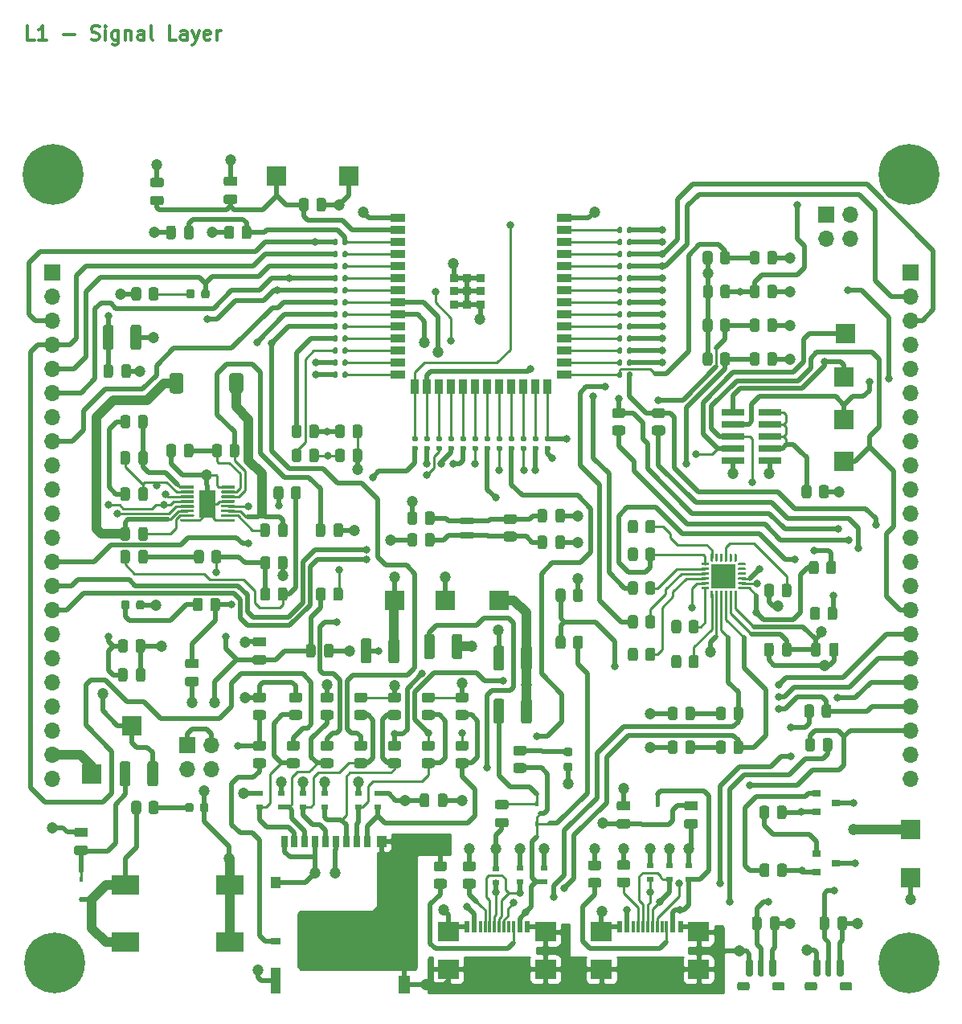
<source format=gbr>
%TF.GenerationSoftware,KiCad,Pcbnew,(5.1.12)-1*%
%TF.CreationDate,2022-03-11T14:49:08+01:00*%
%TF.ProjectId,ESP_S3-CP-24_Platform,4553505f-5333-42d4-9350-2d32345f506c,R0.8*%
%TF.SameCoordinates,Original*%
%TF.FileFunction,Copper,L1,Top*%
%TF.FilePolarity,Positive*%
%FSLAX46Y46*%
G04 Gerber Fmt 4.6, Leading zero omitted, Abs format (unit mm)*
G04 Created by KiCad (PCBNEW (5.1.12)-1) date 2022-03-11 14:49:08*
%MOMM*%
%LPD*%
G01*
G04 APERTURE LIST*
%TA.AperFunction,NonConductor*%
%ADD10C,0.300000*%
%TD*%
%TA.AperFunction,SMDPad,CuDef*%
%ADD11R,2.180000X2.000000*%
%TD*%
%TA.AperFunction,SMDPad,CuDef*%
%ADD12R,0.300000X1.150000*%
%TD*%
%TA.AperFunction,SMDPad,CuDef*%
%ADD13R,0.600000X1.150000*%
%TD*%
%TA.AperFunction,SMDPad,CuDef*%
%ADD14R,0.700000X0.600000*%
%TD*%
%TA.AperFunction,ComponentPad*%
%ADD15C,0.550000*%
%TD*%
%TA.AperFunction,SMDPad,CuDef*%
%ADD16R,1.651000X2.845000*%
%TD*%
%TA.AperFunction,SMDPad,CuDef*%
%ADD17R,2.600000X2.600000*%
%TD*%
%TA.AperFunction,SMDPad,CuDef*%
%ADD18R,3.000000X2.000000*%
%TD*%
%TA.AperFunction,SMDPad,CuDef*%
%ADD19R,2.000000X2.000000*%
%TD*%
%TA.AperFunction,SMDPad,CuDef*%
%ADD20R,0.900000X0.800000*%
%TD*%
%TA.AperFunction,SMDPad,CuDef*%
%ADD21R,1.400000X0.700000*%
%TD*%
%TA.AperFunction,ComponentPad*%
%ADD22O,1.700000X1.700000*%
%TD*%
%TA.AperFunction,ComponentPad*%
%ADD23R,1.700000X1.700000*%
%TD*%
%TA.AperFunction,SMDPad,CuDef*%
%ADD24R,1.500000X0.900000*%
%TD*%
%TA.AperFunction,SMDPad,CuDef*%
%ADD25R,0.900000X1.500000*%
%TD*%
%TA.AperFunction,SMDPad,CuDef*%
%ADD26R,0.900000X0.900000*%
%TD*%
%TA.AperFunction,ComponentPad*%
%ADD27C,0.800000*%
%TD*%
%TA.AperFunction,ComponentPad*%
%ADD28C,6.400000*%
%TD*%
%TA.AperFunction,SMDPad,CuDef*%
%ADD29R,0.450000X0.600000*%
%TD*%
%TA.AperFunction,SMDPad,CuDef*%
%ADD30R,2.400000X0.740000*%
%TD*%
%TA.AperFunction,SMDPad,CuDef*%
%ADD31R,0.700000X1.200000*%
%TD*%
%TA.AperFunction,SMDPad,CuDef*%
%ADD32R,1.000000X1.200000*%
%TD*%
%TA.AperFunction,SMDPad,CuDef*%
%ADD33R,1.000000X0.800000*%
%TD*%
%TA.AperFunction,SMDPad,CuDef*%
%ADD34R,1.000000X2.800000*%
%TD*%
%TA.AperFunction,SMDPad,CuDef*%
%ADD35R,1.300000X1.900000*%
%TD*%
%TA.AperFunction,ViaPad*%
%ADD36C,1.200000*%
%TD*%
%TA.AperFunction,ViaPad*%
%ADD37C,0.800000*%
%TD*%
%TA.AperFunction,Conductor*%
%ADD38C,0.500000*%
%TD*%
%TA.AperFunction,Conductor*%
%ADD39C,1.000000*%
%TD*%
%TA.AperFunction,Conductor*%
%ADD40C,0.250000*%
%TD*%
%TA.AperFunction,Conductor*%
%ADD41C,0.400000*%
%TD*%
%TA.AperFunction,Conductor*%
%ADD42C,0.254000*%
%TD*%
%TA.AperFunction,Conductor*%
%ADD43C,0.100000*%
%TD*%
G04 APERTURE END LIST*
D10*
X165775857Y-108120571D02*
X165061571Y-108120571D01*
X165061571Y-106620571D01*
X167061571Y-108120571D02*
X166204428Y-108120571D01*
X166633000Y-108120571D02*
X166633000Y-106620571D01*
X166490142Y-106834857D01*
X166347285Y-106977714D01*
X166204428Y-107049142D01*
X168847285Y-107549142D02*
X169990142Y-107549142D01*
X171775857Y-108049142D02*
X171990142Y-108120571D01*
X172347285Y-108120571D01*
X172490142Y-108049142D01*
X172561571Y-107977714D01*
X172633000Y-107834857D01*
X172633000Y-107692000D01*
X172561571Y-107549142D01*
X172490142Y-107477714D01*
X172347285Y-107406285D01*
X172061571Y-107334857D01*
X171918714Y-107263428D01*
X171847285Y-107192000D01*
X171775857Y-107049142D01*
X171775857Y-106906285D01*
X171847285Y-106763428D01*
X171918714Y-106692000D01*
X172061571Y-106620571D01*
X172418714Y-106620571D01*
X172633000Y-106692000D01*
X173275857Y-108120571D02*
X173275857Y-107120571D01*
X173275857Y-106620571D02*
X173204428Y-106692000D01*
X173275857Y-106763428D01*
X173347285Y-106692000D01*
X173275857Y-106620571D01*
X173275857Y-106763428D01*
X174633000Y-107120571D02*
X174633000Y-108334857D01*
X174561571Y-108477714D01*
X174490142Y-108549142D01*
X174347285Y-108620571D01*
X174133000Y-108620571D01*
X173990142Y-108549142D01*
X174633000Y-108049142D02*
X174490142Y-108120571D01*
X174204428Y-108120571D01*
X174061571Y-108049142D01*
X173990142Y-107977714D01*
X173918714Y-107834857D01*
X173918714Y-107406285D01*
X173990142Y-107263428D01*
X174061571Y-107192000D01*
X174204428Y-107120571D01*
X174490142Y-107120571D01*
X174633000Y-107192000D01*
X175347285Y-107120571D02*
X175347285Y-108120571D01*
X175347285Y-107263428D02*
X175418714Y-107192000D01*
X175561571Y-107120571D01*
X175775857Y-107120571D01*
X175918714Y-107192000D01*
X175990142Y-107334857D01*
X175990142Y-108120571D01*
X177347285Y-108120571D02*
X177347285Y-107334857D01*
X177275857Y-107192000D01*
X177133000Y-107120571D01*
X176847285Y-107120571D01*
X176704428Y-107192000D01*
X177347285Y-108049142D02*
X177204428Y-108120571D01*
X176847285Y-108120571D01*
X176704428Y-108049142D01*
X176633000Y-107906285D01*
X176633000Y-107763428D01*
X176704428Y-107620571D01*
X176847285Y-107549142D01*
X177204428Y-107549142D01*
X177347285Y-107477714D01*
X178275857Y-108120571D02*
X178133000Y-108049142D01*
X178061571Y-107906285D01*
X178061571Y-106620571D01*
X180704428Y-108120571D02*
X179990142Y-108120571D01*
X179990142Y-106620571D01*
X181847285Y-108120571D02*
X181847285Y-107334857D01*
X181775857Y-107192000D01*
X181633000Y-107120571D01*
X181347285Y-107120571D01*
X181204428Y-107192000D01*
X181847285Y-108049142D02*
X181704428Y-108120571D01*
X181347285Y-108120571D01*
X181204428Y-108049142D01*
X181133000Y-107906285D01*
X181133000Y-107763428D01*
X181204428Y-107620571D01*
X181347285Y-107549142D01*
X181704428Y-107549142D01*
X181847285Y-107477714D01*
X182418714Y-107120571D02*
X182775857Y-108120571D01*
X183133000Y-107120571D02*
X182775857Y-108120571D01*
X182633000Y-108477714D01*
X182561571Y-108549142D01*
X182418714Y-108620571D01*
X184275857Y-108049142D02*
X184133000Y-108120571D01*
X183847285Y-108120571D01*
X183704428Y-108049142D01*
X183633000Y-107906285D01*
X183633000Y-107334857D01*
X183704428Y-107192000D01*
X183847285Y-107120571D01*
X184133000Y-107120571D01*
X184275857Y-107192000D01*
X184347285Y-107334857D01*
X184347285Y-107477714D01*
X183633000Y-107620571D01*
X184990142Y-108120571D02*
X184990142Y-107120571D01*
X184990142Y-107406285D02*
X185061571Y-107263428D01*
X185133000Y-107192000D01*
X185275857Y-107120571D01*
X185418714Y-107120571D01*
D11*
%TO.P,J8,S4*%
%TO.N,GND*%
X235742000Y-205995000D03*
%TO.P,J8,S3*%
X225522000Y-205995000D03*
%TO.P,J8,S2*%
X235742000Y-202065000D03*
%TO.P,J8,S1*%
X225522000Y-202065000D03*
D12*
%TO.P,J8,A7*%
%TO.N,/Espressif Developer Platform - Interfaces/USB-D-#2*%
X230882000Y-201490000D03*
%TO.P,J8,A6*%
%TO.N,/Espressif Developer Platform - Interfaces/USB-D+#2*%
X230382000Y-201490000D03*
%TO.P,J8,B6*%
X231382000Y-201490000D03*
%TO.P,J8,B7*%
%TO.N,/Espressif Developer Platform - Interfaces/USB-D-#2*%
X229882000Y-201490000D03*
%TO.P,J8,A8*%
%TO.N,Net-(J8-PadA8)*%
X231882000Y-201490000D03*
%TO.P,J8,A5*%
%TO.N,Net-(J8-PadA5)*%
X229382000Y-201490000D03*
%TO.P,J8,B5*%
%TO.N,Net-(J8-PadB5)*%
X232382000Y-201490000D03*
%TO.P,J8,B8*%
%TO.N,Net-(J8-PadB8)*%
X228882000Y-201490000D03*
D13*
%TO.P,J8,B1/A12*%
%TO.N,GND*%
X233832000Y-201490000D03*
%TO.P,J8,B4/A9*%
%TO.N,/Espressif Developer Platform - Interfaces/USB_VBUS#2*%
X233032000Y-201490000D03*
%TO.P,J8,A4/B9*%
X228232000Y-201490000D03*
%TO.P,J8,A1/B12*%
%TO.N,GND*%
X227432000Y-201490000D03*
%TD*%
D11*
%TO.P,J7,S4*%
%TO.N,GND*%
X219613000Y-205995000D03*
%TO.P,J7,S3*%
X209393000Y-205995000D03*
%TO.P,J7,S2*%
X219613000Y-202065000D03*
%TO.P,J7,S1*%
X209393000Y-202065000D03*
D12*
%TO.P,J7,A7*%
%TO.N,/USB-D-#1*%
X214753000Y-201490000D03*
%TO.P,J7,A6*%
%TO.N,/USB-D+#1*%
X214253000Y-201490000D03*
%TO.P,J7,B6*%
X215253000Y-201490000D03*
%TO.P,J7,B7*%
%TO.N,/USB-D-#1*%
X213753000Y-201490000D03*
%TO.P,J7,A8*%
%TO.N,Net-(J7-PadA8)*%
X215753000Y-201490000D03*
%TO.P,J7,A5*%
%TO.N,Net-(J7-PadA5)*%
X213253000Y-201490000D03*
%TO.P,J7,B5*%
%TO.N,Net-(J7-PadB5)*%
X216253000Y-201490000D03*
%TO.P,J7,B8*%
%TO.N,Net-(J7-PadB8)*%
X212753000Y-201490000D03*
D13*
%TO.P,J7,B1/A12*%
%TO.N,GND*%
X217703000Y-201490000D03*
%TO.P,J7,B4/A9*%
%TO.N,VBUS*%
X216903000Y-201490000D03*
%TO.P,J7,A4/B9*%
X212103000Y-201490000D03*
%TO.P,J7,A1/B12*%
%TO.N,GND*%
X211303000Y-201490000D03*
%TD*%
D14*
%TO.P,D19,1*%
%TO.N,/Espressif Developer PLatform - uSDCard/SD_HOST_D0*%
X191770000Y-188914000D03*
%TO.P,D19,2*%
%TO.N,GND*%
X191770000Y-187514000D03*
%TD*%
%TO.P,D18,1*%
%TO.N,/Espressif Developer PLatform - uSDCard/SD_HOST_D1*%
X189484000Y-188914000D03*
%TO.P,D18,2*%
%TO.N,GND*%
X189484000Y-187514000D03*
%TD*%
%TO.P,D17,1*%
%TO.N,/Espressif Developer PLatform - uSDCard/SD_HOST_D2*%
X201930000Y-188914000D03*
%TO.P,D17,2*%
%TO.N,GND*%
X201930000Y-187514000D03*
%TD*%
%TO.P,D16,1*%
%TO.N,/Espressif Developer PLatform - uSDCard/SD_HOST_D3*%
X199898000Y-188914000D03*
%TO.P,D16,2*%
%TO.N,GND*%
X199898000Y-187514000D03*
%TD*%
%TO.P,D15,1*%
%TO.N,/Espressif Developer PLatform - uSDCard/SD_HOST_CMD*%
X196342000Y-188914000D03*
%TO.P,D15,2*%
%TO.N,GND*%
X196342000Y-187514000D03*
%TD*%
%TO.P,D14,1*%
%TO.N,/Espressif Developer PLatform - uSDCard/SD_HOST_CLK*%
X194056000Y-188914000D03*
%TO.P,D14,2*%
%TO.N,GND*%
X194056000Y-187514000D03*
%TD*%
%TO.P,D10,1*%
%TO.N,/Espressif Developer Platform - Interfaces/USB-D+#2*%
X230632000Y-196534000D03*
%TO.P,D10,2*%
%TO.N,GND*%
X230632000Y-195134000D03*
%TD*%
%TO.P,D9,1*%
%TO.N,/USB-D+#1*%
X214376000Y-196853000D03*
%TO.P,D9,2*%
%TO.N,GND*%
X214376000Y-195453000D03*
%TD*%
%TO.P,D8,1*%
%TO.N,/Espressif Developer Platform - Interfaces/USB-D-#2*%
X232664000Y-196534000D03*
%TO.P,D8,2*%
%TO.N,GND*%
X232664000Y-195134000D03*
%TD*%
%TO.P,D7,1*%
%TO.N,/USB-D-#1*%
X216916000Y-196788000D03*
%TO.P,D7,2*%
%TO.N,GND*%
X216916000Y-195388000D03*
%TD*%
%TO.P,D6,1*%
%TO.N,/Espressif Developer Platform - Interfaces/USB_VBUS#2*%
X234696000Y-196534000D03*
%TO.P,D6,2*%
%TO.N,GND*%
X234696000Y-195134000D03*
%TD*%
%TO.P,D5,1*%
%TO.N,VBUS*%
X219456000Y-196788000D03*
%TO.P,D5,2*%
%TO.N,GND*%
X219456000Y-195388000D03*
%TD*%
%TO.P,C26,2*%
%TO.N,GND*%
%TA.AperFunction,SMDPad,CuDef*%
G36*
G01*
X207371000Y-187739000D02*
X207371000Y-188689000D01*
G75*
G02*
X207121000Y-188939000I-250000J0D01*
G01*
X206621000Y-188939000D01*
G75*
G02*
X206371000Y-188689000I0J250000D01*
G01*
X206371000Y-187739000D01*
G75*
G02*
X206621000Y-187489000I250000J0D01*
G01*
X207121000Y-187489000D01*
G75*
G02*
X207371000Y-187739000I0J-250000D01*
G01*
G37*
%TD.AperFunction*%
%TO.P,C26,1*%
%TO.N,VDD*%
%TA.AperFunction,SMDPad,CuDef*%
G36*
G01*
X209271000Y-187739000D02*
X209271000Y-188689000D01*
G75*
G02*
X209021000Y-188939000I-250000J0D01*
G01*
X208521000Y-188939000D01*
G75*
G02*
X208271000Y-188689000I0J250000D01*
G01*
X208271000Y-187739000D01*
G75*
G02*
X208521000Y-187489000I250000J0D01*
G01*
X209021000Y-187489000D01*
G75*
G02*
X209271000Y-187739000I0J-250000D01*
G01*
G37*
%TD.AperFunction*%
%TD*%
%TO.P,C24,2*%
%TO.N,GND*%
%TA.AperFunction,SMDPad,CuDef*%
G36*
G01*
X186911000Y-123502000D02*
X185961000Y-123502000D01*
G75*
G02*
X185711000Y-123252000I0J250000D01*
G01*
X185711000Y-122752000D01*
G75*
G02*
X185961000Y-122502000I250000J0D01*
G01*
X186911000Y-122502000D01*
G75*
G02*
X187161000Y-122752000I0J-250000D01*
G01*
X187161000Y-123252000D01*
G75*
G02*
X186911000Y-123502000I-250000J0D01*
G01*
G37*
%TD.AperFunction*%
%TO.P,C24,1*%
%TO.N,/Espressif Developer Platform - Modules/ESP-Power*%
%TA.AperFunction,SMDPad,CuDef*%
G36*
G01*
X186911000Y-125402000D02*
X185961000Y-125402000D01*
G75*
G02*
X185711000Y-125152000I0J250000D01*
G01*
X185711000Y-124652000D01*
G75*
G02*
X185961000Y-124402000I250000J0D01*
G01*
X186911000Y-124402000D01*
G75*
G02*
X187161000Y-124652000I0J-250000D01*
G01*
X187161000Y-125152000D01*
G75*
G02*
X186911000Y-125402000I-250000J0D01*
G01*
G37*
%TD.AperFunction*%
%TD*%
%TO.P,C13,2*%
%TO.N,GND*%
%TA.AperFunction,SMDPad,CuDef*%
G36*
G01*
X181897000Y-175202000D02*
X182847000Y-175202000D01*
G75*
G02*
X183097000Y-175452000I0J-250000D01*
G01*
X183097000Y-175952000D01*
G75*
G02*
X182847000Y-176202000I-250000J0D01*
G01*
X181897000Y-176202000D01*
G75*
G02*
X181647000Y-175952000I0J250000D01*
G01*
X181647000Y-175452000D01*
G75*
G02*
X181897000Y-175202000I250000J0D01*
G01*
G37*
%TD.AperFunction*%
%TO.P,C13,1*%
%TO.N,Net-(C13-Pad1)*%
%TA.AperFunction,SMDPad,CuDef*%
G36*
G01*
X181897000Y-173302000D02*
X182847000Y-173302000D01*
G75*
G02*
X183097000Y-173552000I0J-250000D01*
G01*
X183097000Y-174052000D01*
G75*
G02*
X182847000Y-174302000I-250000J0D01*
G01*
X181897000Y-174302000D01*
G75*
G02*
X181647000Y-174052000I0J250000D01*
G01*
X181647000Y-173552000D01*
G75*
G02*
X181897000Y-173302000I250000J0D01*
G01*
G37*
%TD.AperFunction*%
%TD*%
%TO.P,C6,2*%
%TO.N,GND*%
%TA.AperFunction,SMDPad,CuDef*%
G36*
G01*
X171163000Y-192082000D02*
X170213000Y-192082000D01*
G75*
G02*
X169963000Y-191832000I0J250000D01*
G01*
X169963000Y-191332000D01*
G75*
G02*
X170213000Y-191082000I250000J0D01*
G01*
X171163000Y-191082000D01*
G75*
G02*
X171413000Y-191332000I0J-250000D01*
G01*
X171413000Y-191832000D01*
G75*
G02*
X171163000Y-192082000I-250000J0D01*
G01*
G37*
%TD.AperFunction*%
%TO.P,C6,1*%
%TO.N,Net-(C6-Pad1)*%
%TA.AperFunction,SMDPad,CuDef*%
G36*
G01*
X171163000Y-193982000D02*
X170213000Y-193982000D01*
G75*
G02*
X169963000Y-193732000I0J250000D01*
G01*
X169963000Y-193232000D01*
G75*
G02*
X170213000Y-192982000I250000J0D01*
G01*
X171163000Y-192982000D01*
G75*
G02*
X171413000Y-193232000I0J-250000D01*
G01*
X171413000Y-193732000D01*
G75*
G02*
X171163000Y-193982000I-250000J0D01*
G01*
G37*
%TD.AperFunction*%
%TD*%
%TO.P,C4,2*%
%TO.N,GND*%
%TA.AperFunction,SMDPad,CuDef*%
G36*
G01*
X196284000Y-172941000D02*
X196284000Y-171991000D01*
G75*
G02*
X196534000Y-171741000I250000J0D01*
G01*
X197034000Y-171741000D01*
G75*
G02*
X197284000Y-171991000I0J-250000D01*
G01*
X197284000Y-172941000D01*
G75*
G02*
X197034000Y-173191000I-250000J0D01*
G01*
X196534000Y-173191000D01*
G75*
G02*
X196284000Y-172941000I0J250000D01*
G01*
G37*
%TD.AperFunction*%
%TO.P,C4,1*%
%TO.N,/Espressif Developer Platform - Power/LT_VIN*%
%TA.AperFunction,SMDPad,CuDef*%
G36*
G01*
X194384000Y-172941000D02*
X194384000Y-171991000D01*
G75*
G02*
X194634000Y-171741000I250000J0D01*
G01*
X195134000Y-171741000D01*
G75*
G02*
X195384000Y-171991000I0J-250000D01*
G01*
X195384000Y-172941000D01*
G75*
G02*
X195134000Y-173191000I-250000J0D01*
G01*
X194634000Y-173191000D01*
G75*
G02*
X194384000Y-172941000I0J250000D01*
G01*
G37*
%TD.AperFunction*%
%TD*%
D15*
%TO.P,U1,17*%
%TO.N,GND*%
X184573500Y-158119500D03*
X183472500Y-158119500D03*
X184573500Y-156972000D03*
X183472500Y-156972000D03*
X184573500Y-155824500D03*
X183472500Y-155824500D03*
D16*
X184023000Y-156972000D03*
%TO.P,U1,16*%
%TA.AperFunction,SMDPad,CuDef*%
G36*
G01*
X185448000Y-155297000D02*
X185448000Y-155147000D01*
G75*
G02*
X185523000Y-155072000I75000J0D01*
G01*
X186823000Y-155072000D01*
G75*
G02*
X186898000Y-155147000I0J-75000D01*
G01*
X186898000Y-155297000D01*
G75*
G02*
X186823000Y-155372000I-75000J0D01*
G01*
X185523000Y-155372000D01*
G75*
G02*
X185448000Y-155297000I0J75000D01*
G01*
G37*
%TD.AperFunction*%
%TO.P,U1,15*%
%TO.N,/Espressif Developer Platform - Power/LT_PWM*%
%TA.AperFunction,SMDPad,CuDef*%
G36*
G01*
X185448000Y-155797000D02*
X185448000Y-155647000D01*
G75*
G02*
X185523000Y-155572000I75000J0D01*
G01*
X186823000Y-155572000D01*
G75*
G02*
X186898000Y-155647000I0J-75000D01*
G01*
X186898000Y-155797000D01*
G75*
G02*
X186823000Y-155872000I-75000J0D01*
G01*
X185523000Y-155872000D01*
G75*
G02*
X185448000Y-155797000I0J75000D01*
G01*
G37*
%TD.AperFunction*%
%TO.P,U1,14*%
%TO.N,/Espressif Developer Platform - Power/LT_VCC*%
%TA.AperFunction,SMDPad,CuDef*%
G36*
G01*
X185448000Y-156297000D02*
X185448000Y-156147000D01*
G75*
G02*
X185523000Y-156072000I75000J0D01*
G01*
X186823000Y-156072000D01*
G75*
G02*
X186898000Y-156147000I0J-75000D01*
G01*
X186898000Y-156297000D01*
G75*
G02*
X186823000Y-156372000I-75000J0D01*
G01*
X185523000Y-156372000D01*
G75*
G02*
X185448000Y-156297000I0J75000D01*
G01*
G37*
%TD.AperFunction*%
%TO.P,U1,13*%
%TO.N,GND*%
%TA.AperFunction,SMDPad,CuDef*%
G36*
G01*
X185448000Y-156797000D02*
X185448000Y-156647000D01*
G75*
G02*
X185523000Y-156572000I75000J0D01*
G01*
X186823000Y-156572000D01*
G75*
G02*
X186898000Y-156647000I0J-75000D01*
G01*
X186898000Y-156797000D01*
G75*
G02*
X186823000Y-156872000I-75000J0D01*
G01*
X185523000Y-156872000D01*
G75*
G02*
X185448000Y-156797000I0J75000D01*
G01*
G37*
%TD.AperFunction*%
%TO.P,U1,12*%
%TO.N,Net-(C13-Pad1)*%
%TA.AperFunction,SMDPad,CuDef*%
G36*
G01*
X185448000Y-157297000D02*
X185448000Y-157147000D01*
G75*
G02*
X185523000Y-157072000I75000J0D01*
G01*
X186823000Y-157072000D01*
G75*
G02*
X186898000Y-157147000I0J-75000D01*
G01*
X186898000Y-157297000D01*
G75*
G02*
X186823000Y-157372000I-75000J0D01*
G01*
X185523000Y-157372000D01*
G75*
G02*
X185448000Y-157297000I0J75000D01*
G01*
G37*
%TD.AperFunction*%
%TO.P,U1,11*%
%TO.N,Net-(C8-Pad1)*%
%TA.AperFunction,SMDPad,CuDef*%
G36*
G01*
X185448000Y-157797000D02*
X185448000Y-157647000D01*
G75*
G02*
X185523000Y-157572000I75000J0D01*
G01*
X186823000Y-157572000D01*
G75*
G02*
X186898000Y-157647000I0J-75000D01*
G01*
X186898000Y-157797000D01*
G75*
G02*
X186823000Y-157872000I-75000J0D01*
G01*
X185523000Y-157872000D01*
G75*
G02*
X185448000Y-157797000I0J75000D01*
G01*
G37*
%TD.AperFunction*%
%TO.P,U1,10*%
%TO.N,Net-(C8-Pad2)*%
%TA.AperFunction,SMDPad,CuDef*%
G36*
G01*
X185448000Y-158297000D02*
X185448000Y-158147000D01*
G75*
G02*
X185523000Y-158072000I75000J0D01*
G01*
X186823000Y-158072000D01*
G75*
G02*
X186898000Y-158147000I0J-75000D01*
G01*
X186898000Y-158297000D01*
G75*
G02*
X186823000Y-158372000I-75000J0D01*
G01*
X185523000Y-158372000D01*
G75*
G02*
X185448000Y-158297000I0J75000D01*
G01*
G37*
%TD.AperFunction*%
%TO.P,U1,9*%
%TO.N,GND*%
%TA.AperFunction,SMDPad,CuDef*%
G36*
G01*
X185448000Y-158797000D02*
X185448000Y-158647000D01*
G75*
G02*
X185523000Y-158572000I75000J0D01*
G01*
X186823000Y-158572000D01*
G75*
G02*
X186898000Y-158647000I0J-75000D01*
G01*
X186898000Y-158797000D01*
G75*
G02*
X186823000Y-158872000I-75000J0D01*
G01*
X185523000Y-158872000D01*
G75*
G02*
X185448000Y-158797000I0J75000D01*
G01*
G37*
%TD.AperFunction*%
%TO.P,U1,8*%
%TA.AperFunction,SMDPad,CuDef*%
G36*
G01*
X181148000Y-158797000D02*
X181148000Y-158647000D01*
G75*
G02*
X181223000Y-158572000I75000J0D01*
G01*
X182523000Y-158572000D01*
G75*
G02*
X182598000Y-158647000I0J-75000D01*
G01*
X182598000Y-158797000D01*
G75*
G02*
X182523000Y-158872000I-75000J0D01*
G01*
X181223000Y-158872000D01*
G75*
G02*
X181148000Y-158797000I0J75000D01*
G01*
G37*
%TD.AperFunction*%
%TO.P,U1,7*%
%TO.N,Net-(C5-Pad2)*%
%TA.AperFunction,SMDPad,CuDef*%
G36*
G01*
X181148000Y-158297000D02*
X181148000Y-158147000D01*
G75*
G02*
X181223000Y-158072000I75000J0D01*
G01*
X182523000Y-158072000D01*
G75*
G02*
X182598000Y-158147000I0J-75000D01*
G01*
X182598000Y-158297000D01*
G75*
G02*
X182523000Y-158372000I-75000J0D01*
G01*
X181223000Y-158372000D01*
G75*
G02*
X181148000Y-158297000I0J75000D01*
G01*
G37*
%TD.AperFunction*%
%TO.P,U1,6*%
%TO.N,Net-(C5-Pad1)*%
%TA.AperFunction,SMDPad,CuDef*%
G36*
G01*
X181148000Y-157797000D02*
X181148000Y-157647000D01*
G75*
G02*
X181223000Y-157572000I75000J0D01*
G01*
X182523000Y-157572000D01*
G75*
G02*
X182598000Y-157647000I0J-75000D01*
G01*
X182598000Y-157797000D01*
G75*
G02*
X182523000Y-157872000I-75000J0D01*
G01*
X181223000Y-157872000D01*
G75*
G02*
X181148000Y-157797000I0J75000D01*
G01*
G37*
%TD.AperFunction*%
%TO.P,U1,5*%
%TO.N,/Espressif Developer Platform - Power/LT_VIN*%
%TA.AperFunction,SMDPad,CuDef*%
G36*
G01*
X181148000Y-157297000D02*
X181148000Y-157147000D01*
G75*
G02*
X181223000Y-157072000I75000J0D01*
G01*
X182523000Y-157072000D01*
G75*
G02*
X182598000Y-157147000I0J-75000D01*
G01*
X182598000Y-157297000D01*
G75*
G02*
X182523000Y-157372000I-75000J0D01*
G01*
X181223000Y-157372000D01*
G75*
G02*
X181148000Y-157297000I0J75000D01*
G01*
G37*
%TD.AperFunction*%
%TO.P,U1,4*%
%TO.N,/Espressif Developer Platform - Power/LT_RUN*%
%TA.AperFunction,SMDPad,CuDef*%
G36*
G01*
X181148000Y-156797000D02*
X181148000Y-156647000D01*
G75*
G02*
X181223000Y-156572000I75000J0D01*
G01*
X182523000Y-156572000D01*
G75*
G02*
X182598000Y-156647000I0J-75000D01*
G01*
X182598000Y-156797000D01*
G75*
G02*
X182523000Y-156872000I-75000J0D01*
G01*
X181223000Y-156872000D01*
G75*
G02*
X181148000Y-156797000I0J75000D01*
G01*
G37*
%TD.AperFunction*%
%TO.P,U1,3*%
%TO.N,GND*%
%TA.AperFunction,SMDPad,CuDef*%
G36*
G01*
X181148000Y-156297000D02*
X181148000Y-156147000D01*
G75*
G02*
X181223000Y-156072000I75000J0D01*
G01*
X182523000Y-156072000D01*
G75*
G02*
X182598000Y-156147000I0J-75000D01*
G01*
X182598000Y-156297000D01*
G75*
G02*
X182523000Y-156372000I-75000J0D01*
G01*
X181223000Y-156372000D01*
G75*
G02*
X181148000Y-156297000I0J75000D01*
G01*
G37*
%TD.AperFunction*%
%TO.P,U1,2*%
%TO.N,/Espressif Developer Platform - Power/LT_FB*%
%TA.AperFunction,SMDPad,CuDef*%
G36*
G01*
X181148000Y-155797000D02*
X181148000Y-155647000D01*
G75*
G02*
X181223000Y-155572000I75000J0D01*
G01*
X182523000Y-155572000D01*
G75*
G02*
X182598000Y-155647000I0J-75000D01*
G01*
X182598000Y-155797000D01*
G75*
G02*
X182523000Y-155872000I-75000J0D01*
G01*
X181223000Y-155872000D01*
G75*
G02*
X181148000Y-155797000I0J75000D01*
G01*
G37*
%TD.AperFunction*%
%TO.P,U1,1*%
%TO.N,/Espressif Developer Platform - Power/LT_COMP*%
%TA.AperFunction,SMDPad,CuDef*%
G36*
G01*
X181148000Y-155297000D02*
X181148000Y-155147000D01*
G75*
G02*
X181223000Y-155072000I75000J0D01*
G01*
X182523000Y-155072000D01*
G75*
G02*
X182598000Y-155147000I0J-75000D01*
G01*
X182598000Y-155297000D01*
G75*
G02*
X182523000Y-155372000I-75000J0D01*
G01*
X181223000Y-155372000D01*
G75*
G02*
X181148000Y-155297000I0J75000D01*
G01*
G37*
%TD.AperFunction*%
%TD*%
D17*
%TO.P,U2,25*%
%TO.N,GND*%
X238379000Y-164592000D03*
%TO.P,U2,24*%
%TO.N,/Espressif Developer Platform - USB-Converter/CP_DCD*%
%TA.AperFunction,SMDPad,CuDef*%
G36*
G01*
X236791500Y-165967000D02*
X236091500Y-165967000D01*
G75*
G02*
X236029000Y-165904500I0J62500D01*
G01*
X236029000Y-165779500D01*
G75*
G02*
X236091500Y-165717000I62500J0D01*
G01*
X236791500Y-165717000D01*
G75*
G02*
X236854000Y-165779500I0J-62500D01*
G01*
X236854000Y-165904500D01*
G75*
G02*
X236791500Y-165967000I-62500J0D01*
G01*
G37*
%TD.AperFunction*%
%TO.P,U2,23*%
%TO.N,/Espressif Developer Platform - USB-Converter/CP_DTR*%
%TA.AperFunction,SMDPad,CuDef*%
G36*
G01*
X236791500Y-165467000D02*
X236091500Y-165467000D01*
G75*
G02*
X236029000Y-165404500I0J62500D01*
G01*
X236029000Y-165279500D01*
G75*
G02*
X236091500Y-165217000I62500J0D01*
G01*
X236791500Y-165217000D01*
G75*
G02*
X236854000Y-165279500I0J-62500D01*
G01*
X236854000Y-165404500D01*
G75*
G02*
X236791500Y-165467000I-62500J0D01*
G01*
G37*
%TD.AperFunction*%
%TO.P,U2,22*%
%TO.N,/Espressif Developer Platform - USB-Converter/CP_DSR*%
%TA.AperFunction,SMDPad,CuDef*%
G36*
G01*
X236791500Y-164967000D02*
X236091500Y-164967000D01*
G75*
G02*
X236029000Y-164904500I0J62500D01*
G01*
X236029000Y-164779500D01*
G75*
G02*
X236091500Y-164717000I62500J0D01*
G01*
X236791500Y-164717000D01*
G75*
G02*
X236854000Y-164779500I0J-62500D01*
G01*
X236854000Y-164904500D01*
G75*
G02*
X236791500Y-164967000I-62500J0D01*
G01*
G37*
%TD.AperFunction*%
%TO.P,U2,21*%
%TO.N,/Espressif Developer Platform - USB-Converter/CP_TXD*%
%TA.AperFunction,SMDPad,CuDef*%
G36*
G01*
X236791500Y-164467000D02*
X236091500Y-164467000D01*
G75*
G02*
X236029000Y-164404500I0J62500D01*
G01*
X236029000Y-164279500D01*
G75*
G02*
X236091500Y-164217000I62500J0D01*
G01*
X236791500Y-164217000D01*
G75*
G02*
X236854000Y-164279500I0J-62500D01*
G01*
X236854000Y-164404500D01*
G75*
G02*
X236791500Y-164467000I-62500J0D01*
G01*
G37*
%TD.AperFunction*%
%TO.P,U2,20*%
%TO.N,/Espressif Developer Platform - USB-Converter/CP_RXD*%
%TA.AperFunction,SMDPad,CuDef*%
G36*
G01*
X236791500Y-163967000D02*
X236091500Y-163967000D01*
G75*
G02*
X236029000Y-163904500I0J62500D01*
G01*
X236029000Y-163779500D01*
G75*
G02*
X236091500Y-163717000I62500J0D01*
G01*
X236791500Y-163717000D01*
G75*
G02*
X236854000Y-163779500I0J-62500D01*
G01*
X236854000Y-163904500D01*
G75*
G02*
X236791500Y-163967000I-62500J0D01*
G01*
G37*
%TD.AperFunction*%
%TO.P,U2,19*%
%TO.N,/Espressif Developer Platform - USB-Converter/CP_RTS*%
%TA.AperFunction,SMDPad,CuDef*%
G36*
G01*
X236791500Y-163467000D02*
X236091500Y-163467000D01*
G75*
G02*
X236029000Y-163404500I0J62500D01*
G01*
X236029000Y-163279500D01*
G75*
G02*
X236091500Y-163217000I62500J0D01*
G01*
X236791500Y-163217000D01*
G75*
G02*
X236854000Y-163279500I0J-62500D01*
G01*
X236854000Y-163404500D01*
G75*
G02*
X236791500Y-163467000I-62500J0D01*
G01*
G37*
%TD.AperFunction*%
%TO.P,U2,18*%
%TO.N,/Espressif Developer Platform - USB-Converter/CP_CTS*%
%TA.AperFunction,SMDPad,CuDef*%
G36*
G01*
X237191500Y-163067000D02*
X237066500Y-163067000D01*
G75*
G02*
X237004000Y-163004500I0J62500D01*
G01*
X237004000Y-162304500D01*
G75*
G02*
X237066500Y-162242000I62500J0D01*
G01*
X237191500Y-162242000D01*
G75*
G02*
X237254000Y-162304500I0J-62500D01*
G01*
X237254000Y-163004500D01*
G75*
G02*
X237191500Y-163067000I-62500J0D01*
G01*
G37*
%TD.AperFunction*%
%TO.P,U2,17*%
%TO.N,Net-(U2-Pad17)*%
%TA.AperFunction,SMDPad,CuDef*%
G36*
G01*
X237691500Y-163067000D02*
X237566500Y-163067000D01*
G75*
G02*
X237504000Y-163004500I0J62500D01*
G01*
X237504000Y-162304500D01*
G75*
G02*
X237566500Y-162242000I62500J0D01*
G01*
X237691500Y-162242000D01*
G75*
G02*
X237754000Y-162304500I0J-62500D01*
G01*
X237754000Y-163004500D01*
G75*
G02*
X237691500Y-163067000I-62500J0D01*
G01*
G37*
%TD.AperFunction*%
%TO.P,U2,16*%
%TO.N,Net-(U2-Pad16)*%
%TA.AperFunction,SMDPad,CuDef*%
G36*
G01*
X238191500Y-163067000D02*
X238066500Y-163067000D01*
G75*
G02*
X238004000Y-163004500I0J62500D01*
G01*
X238004000Y-162304500D01*
G75*
G02*
X238066500Y-162242000I62500J0D01*
G01*
X238191500Y-162242000D01*
G75*
G02*
X238254000Y-162304500I0J-62500D01*
G01*
X238254000Y-163004500D01*
G75*
G02*
X238191500Y-163067000I-62500J0D01*
G01*
G37*
%TD.AperFunction*%
%TO.P,U2,15*%
%TO.N,Net-(R36-Pad1)*%
%TA.AperFunction,SMDPad,CuDef*%
G36*
G01*
X238691500Y-163067000D02*
X238566500Y-163067000D01*
G75*
G02*
X238504000Y-163004500I0J62500D01*
G01*
X238504000Y-162304500D01*
G75*
G02*
X238566500Y-162242000I62500J0D01*
G01*
X238691500Y-162242000D01*
G75*
G02*
X238754000Y-162304500I0J-62500D01*
G01*
X238754000Y-163004500D01*
G75*
G02*
X238691500Y-163067000I-62500J0D01*
G01*
G37*
%TD.AperFunction*%
%TO.P,U2,14*%
%TO.N,Net-(U2-Pad14)*%
%TA.AperFunction,SMDPad,CuDef*%
G36*
G01*
X239191500Y-163067000D02*
X239066500Y-163067000D01*
G75*
G02*
X239004000Y-163004500I0J62500D01*
G01*
X239004000Y-162304500D01*
G75*
G02*
X239066500Y-162242000I62500J0D01*
G01*
X239191500Y-162242000D01*
G75*
G02*
X239254000Y-162304500I0J-62500D01*
G01*
X239254000Y-163004500D01*
G75*
G02*
X239191500Y-163067000I-62500J0D01*
G01*
G37*
%TD.AperFunction*%
%TO.P,U2,13*%
%TO.N,Net-(U2-Pad13)*%
%TA.AperFunction,SMDPad,CuDef*%
G36*
G01*
X239691500Y-163067000D02*
X239566500Y-163067000D01*
G75*
G02*
X239504000Y-163004500I0J62500D01*
G01*
X239504000Y-162304500D01*
G75*
G02*
X239566500Y-162242000I62500J0D01*
G01*
X239691500Y-162242000D01*
G75*
G02*
X239754000Y-162304500I0J-62500D01*
G01*
X239754000Y-163004500D01*
G75*
G02*
X239691500Y-163067000I-62500J0D01*
G01*
G37*
%TD.AperFunction*%
%TO.P,U2,12*%
%TO.N,Net-(U2-Pad12)*%
%TA.AperFunction,SMDPad,CuDef*%
G36*
G01*
X240666500Y-163467000D02*
X239966500Y-163467000D01*
G75*
G02*
X239904000Y-163404500I0J62500D01*
G01*
X239904000Y-163279500D01*
G75*
G02*
X239966500Y-163217000I62500J0D01*
G01*
X240666500Y-163217000D01*
G75*
G02*
X240729000Y-163279500I0J-62500D01*
G01*
X240729000Y-163404500D01*
G75*
G02*
X240666500Y-163467000I-62500J0D01*
G01*
G37*
%TD.AperFunction*%
%TO.P,U2,11*%
%TO.N,Net-(U2-Pad11)*%
%TA.AperFunction,SMDPad,CuDef*%
G36*
G01*
X240666500Y-163967000D02*
X239966500Y-163967000D01*
G75*
G02*
X239904000Y-163904500I0J62500D01*
G01*
X239904000Y-163779500D01*
G75*
G02*
X239966500Y-163717000I62500J0D01*
G01*
X240666500Y-163717000D01*
G75*
G02*
X240729000Y-163779500I0J-62500D01*
G01*
X240729000Y-163904500D01*
G75*
G02*
X240666500Y-163967000I-62500J0D01*
G01*
G37*
%TD.AperFunction*%
%TO.P,U2,10*%
%TO.N,Net-(U2-Pad10)*%
%TA.AperFunction,SMDPad,CuDef*%
G36*
G01*
X240666500Y-164467000D02*
X239966500Y-164467000D01*
G75*
G02*
X239904000Y-164404500I0J62500D01*
G01*
X239904000Y-164279500D01*
G75*
G02*
X239966500Y-164217000I62500J0D01*
G01*
X240666500Y-164217000D01*
G75*
G02*
X240729000Y-164279500I0J-62500D01*
G01*
X240729000Y-164404500D01*
G75*
G02*
X240666500Y-164467000I-62500J0D01*
G01*
G37*
%TD.AperFunction*%
%TO.P,U2,9*%
%TO.N,/Espressif Developer Platform - USB-Converter/CP_RST*%
%TA.AperFunction,SMDPad,CuDef*%
G36*
G01*
X240666500Y-164967000D02*
X239966500Y-164967000D01*
G75*
G02*
X239904000Y-164904500I0J62500D01*
G01*
X239904000Y-164779500D01*
G75*
G02*
X239966500Y-164717000I62500J0D01*
G01*
X240666500Y-164717000D01*
G75*
G02*
X240729000Y-164779500I0J-62500D01*
G01*
X240729000Y-164904500D01*
G75*
G02*
X240666500Y-164967000I-62500J0D01*
G01*
G37*
%TD.AperFunction*%
%TO.P,U2,8*%
%TO.N,/Espressif Developer Platform - USB-Converter/CP_VBUS*%
%TA.AperFunction,SMDPad,CuDef*%
G36*
G01*
X240666500Y-165467000D02*
X239966500Y-165467000D01*
G75*
G02*
X239904000Y-165404500I0J62500D01*
G01*
X239904000Y-165279500D01*
G75*
G02*
X239966500Y-165217000I62500J0D01*
G01*
X240666500Y-165217000D01*
G75*
G02*
X240729000Y-165279500I0J-62500D01*
G01*
X240729000Y-165404500D01*
G75*
G02*
X240666500Y-165467000I-62500J0D01*
G01*
G37*
%TD.AperFunction*%
%TO.P,U2,7*%
%TO.N,VDD*%
%TA.AperFunction,SMDPad,CuDef*%
G36*
G01*
X240666500Y-165967000D02*
X239966500Y-165967000D01*
G75*
G02*
X239904000Y-165904500I0J62500D01*
G01*
X239904000Y-165779500D01*
G75*
G02*
X239966500Y-165717000I62500J0D01*
G01*
X240666500Y-165717000D01*
G75*
G02*
X240729000Y-165779500I0J-62500D01*
G01*
X240729000Y-165904500D01*
G75*
G02*
X240666500Y-165967000I-62500J0D01*
G01*
G37*
%TD.AperFunction*%
%TO.P,U2,6*%
%TA.AperFunction,SMDPad,CuDef*%
G36*
G01*
X239691500Y-166942000D02*
X239566500Y-166942000D01*
G75*
G02*
X239504000Y-166879500I0J62500D01*
G01*
X239504000Y-166179500D01*
G75*
G02*
X239566500Y-166117000I62500J0D01*
G01*
X239691500Y-166117000D01*
G75*
G02*
X239754000Y-166179500I0J-62500D01*
G01*
X239754000Y-166879500D01*
G75*
G02*
X239691500Y-166942000I-62500J0D01*
G01*
G37*
%TD.AperFunction*%
%TO.P,U2,5*%
%TA.AperFunction,SMDPad,CuDef*%
G36*
G01*
X239191500Y-166942000D02*
X239066500Y-166942000D01*
G75*
G02*
X239004000Y-166879500I0J62500D01*
G01*
X239004000Y-166179500D01*
G75*
G02*
X239066500Y-166117000I62500J0D01*
G01*
X239191500Y-166117000D01*
G75*
G02*
X239254000Y-166179500I0J-62500D01*
G01*
X239254000Y-166879500D01*
G75*
G02*
X239191500Y-166942000I-62500J0D01*
G01*
G37*
%TD.AperFunction*%
%TO.P,U2,4*%
%TO.N,/USB-D-#1*%
%TA.AperFunction,SMDPad,CuDef*%
G36*
G01*
X238691500Y-166942000D02*
X238566500Y-166942000D01*
G75*
G02*
X238504000Y-166879500I0J62500D01*
G01*
X238504000Y-166179500D01*
G75*
G02*
X238566500Y-166117000I62500J0D01*
G01*
X238691500Y-166117000D01*
G75*
G02*
X238754000Y-166179500I0J-62500D01*
G01*
X238754000Y-166879500D01*
G75*
G02*
X238691500Y-166942000I-62500J0D01*
G01*
G37*
%TD.AperFunction*%
%TO.P,U2,3*%
%TO.N,/USB-D+#1*%
%TA.AperFunction,SMDPad,CuDef*%
G36*
G01*
X238191500Y-166942000D02*
X238066500Y-166942000D01*
G75*
G02*
X238004000Y-166879500I0J62500D01*
G01*
X238004000Y-166179500D01*
G75*
G02*
X238066500Y-166117000I62500J0D01*
G01*
X238191500Y-166117000D01*
G75*
G02*
X238254000Y-166179500I0J-62500D01*
G01*
X238254000Y-166879500D01*
G75*
G02*
X238191500Y-166942000I-62500J0D01*
G01*
G37*
%TD.AperFunction*%
%TO.P,U2,2*%
%TO.N,GND*%
%TA.AperFunction,SMDPad,CuDef*%
G36*
G01*
X237691500Y-166942000D02*
X237566500Y-166942000D01*
G75*
G02*
X237504000Y-166879500I0J62500D01*
G01*
X237504000Y-166179500D01*
G75*
G02*
X237566500Y-166117000I62500J0D01*
G01*
X237691500Y-166117000D01*
G75*
G02*
X237754000Y-166179500I0J-62500D01*
G01*
X237754000Y-166879500D01*
G75*
G02*
X237691500Y-166942000I-62500J0D01*
G01*
G37*
%TD.AperFunction*%
%TO.P,U2,1*%
%TO.N,/Espressif Developer Platform - USB-Converter/CP_RI*%
%TA.AperFunction,SMDPad,CuDef*%
G36*
G01*
X237191500Y-166942000D02*
X237066500Y-166942000D01*
G75*
G02*
X237004000Y-166879500I0J62500D01*
G01*
X237004000Y-166179500D01*
G75*
G02*
X237066500Y-166117000I62500J0D01*
G01*
X237191500Y-166117000D01*
G75*
G02*
X237254000Y-166179500I0J-62500D01*
G01*
X237254000Y-166879500D01*
G75*
G02*
X237191500Y-166942000I-62500J0D01*
G01*
G37*
%TD.AperFunction*%
%TD*%
D18*
%TO.P,J4,3*%
%TO.N,GND*%
X186348000Y-203152000D03*
%TO.P,J4,2*%
X186348000Y-197152000D03*
%TO.P,J4,1*%
%TO.N,Net-(D2-Pad2)*%
X175348000Y-197152000D03*
X175348000Y-203152000D03*
%TD*%
%TO.P,R36,2*%
%TO.N,GND*%
%TA.AperFunction,SMDPad,CuDef*%
G36*
G01*
X243694000Y-165665998D02*
X243694000Y-166566002D01*
G75*
G02*
X243444002Y-166816000I-249998J0D01*
G01*
X242918998Y-166816000D01*
G75*
G02*
X242669000Y-166566002I0J249998D01*
G01*
X242669000Y-165665998D01*
G75*
G02*
X242918998Y-165416000I249998J0D01*
G01*
X243444002Y-165416000D01*
G75*
G02*
X243694000Y-165665998I0J-249998D01*
G01*
G37*
%TD.AperFunction*%
%TO.P,R36,1*%
%TO.N,Net-(R36-Pad1)*%
%TA.AperFunction,SMDPad,CuDef*%
G36*
G01*
X245519000Y-165665998D02*
X245519000Y-166566002D01*
G75*
G02*
X245269002Y-166816000I-249998J0D01*
G01*
X244743998Y-166816000D01*
G75*
G02*
X244494000Y-166566002I0J249998D01*
G01*
X244494000Y-165665998D01*
G75*
G02*
X244743998Y-165416000I249998J0D01*
G01*
X245269002Y-165416000D01*
G75*
G02*
X245519000Y-165665998I0J-249998D01*
G01*
G37*
%TD.AperFunction*%
%TD*%
D19*
%TO.P,TP11,1*%
%TO.N,+5VD*%
X214757000Y-167132000D03*
%TD*%
%TO.P,R93,2*%
%TO.N,VBUS*%
%TA.AperFunction,SMDPad,CuDef*%
G36*
G01*
X222523000Y-172027002D02*
X222523000Y-171126998D01*
G75*
G02*
X222772998Y-170877000I249998J0D01*
G01*
X223298002Y-170877000D01*
G75*
G02*
X223548000Y-171126998I0J-249998D01*
G01*
X223548000Y-172027002D01*
G75*
G02*
X223298002Y-172277000I-249998J0D01*
G01*
X222772998Y-172277000D01*
G75*
G02*
X222523000Y-172027002I0J249998D01*
G01*
G37*
%TD.AperFunction*%
%TO.P,R93,1*%
%TO.N,/Espressif Developer Platform - USB-Converter/CP_VBUS*%
%TA.AperFunction,SMDPad,CuDef*%
G36*
G01*
X220698000Y-172027002D02*
X220698000Y-171126998D01*
G75*
G02*
X220947998Y-170877000I249998J0D01*
G01*
X221473002Y-170877000D01*
G75*
G02*
X221723000Y-171126998I0J-249998D01*
G01*
X221723000Y-172027002D01*
G75*
G02*
X221473002Y-172277000I-249998J0D01*
G01*
X220947998Y-172277000D01*
G75*
G02*
X220698000Y-172027002I0J249998D01*
G01*
G37*
%TD.AperFunction*%
%TD*%
%TO.P,R92,2*%
%TO.N,/Espressif Developer Platform - USB-Converter/CP_RXD*%
%TA.AperFunction,SMDPad,CuDef*%
G36*
G01*
X230143000Y-166312002D02*
X230143000Y-165411998D01*
G75*
G02*
X230392998Y-165162000I249998J0D01*
G01*
X230918002Y-165162000D01*
G75*
G02*
X231168000Y-165411998I0J-249998D01*
G01*
X231168000Y-166312002D01*
G75*
G02*
X230918002Y-166562000I-249998J0D01*
G01*
X230392998Y-166562000D01*
G75*
G02*
X230143000Y-166312002I0J249998D01*
G01*
G37*
%TD.AperFunction*%
%TO.P,R92,1*%
%TO.N,/R_TXD0*%
%TA.AperFunction,SMDPad,CuDef*%
G36*
G01*
X228318000Y-166312002D02*
X228318000Y-165411998D01*
G75*
G02*
X228567998Y-165162000I249998J0D01*
G01*
X229093002Y-165162000D01*
G75*
G02*
X229343000Y-165411998I0J-249998D01*
G01*
X229343000Y-166312002D01*
G75*
G02*
X229093002Y-166562000I-249998J0D01*
G01*
X228567998Y-166562000D01*
G75*
G02*
X228318000Y-166312002I0J249998D01*
G01*
G37*
%TD.AperFunction*%
%TD*%
%TO.P,R91,2*%
%TO.N,/Espressif Developer Platform - USB-Converter/CP_TXD*%
%TA.AperFunction,SMDPad,CuDef*%
G36*
G01*
X230143000Y-169868002D02*
X230143000Y-168967998D01*
G75*
G02*
X230392998Y-168718000I249998J0D01*
G01*
X230918002Y-168718000D01*
G75*
G02*
X231168000Y-168967998I0J-249998D01*
G01*
X231168000Y-169868002D01*
G75*
G02*
X230918002Y-170118000I-249998J0D01*
G01*
X230392998Y-170118000D01*
G75*
G02*
X230143000Y-169868002I0J249998D01*
G01*
G37*
%TD.AperFunction*%
%TO.P,R91,1*%
%TO.N,/R_RXD0*%
%TA.AperFunction,SMDPad,CuDef*%
G36*
G01*
X228318000Y-169868002D02*
X228318000Y-168967998D01*
G75*
G02*
X228567998Y-168718000I249998J0D01*
G01*
X229093002Y-168718000D01*
G75*
G02*
X229343000Y-168967998I0J-249998D01*
G01*
X229343000Y-169868002D01*
G75*
G02*
X229093002Y-170118000I-249998J0D01*
G01*
X228567998Y-170118000D01*
G75*
G02*
X228318000Y-169868002I0J249998D01*
G01*
G37*
%TD.AperFunction*%
%TD*%
%TO.P,R43,2*%
%TO.N,/Espressif Developer Platform - USB-Converter/CP_RTS*%
%TA.AperFunction,SMDPad,CuDef*%
G36*
G01*
X230143000Y-162756002D02*
X230143000Y-161855998D01*
G75*
G02*
X230392998Y-161606000I249998J0D01*
G01*
X230918002Y-161606000D01*
G75*
G02*
X231168000Y-161855998I0J-249998D01*
G01*
X231168000Y-162756002D01*
G75*
G02*
X230918002Y-163006000I-249998J0D01*
G01*
X230392998Y-163006000D01*
G75*
G02*
X230143000Y-162756002I0J249998D01*
G01*
G37*
%TD.AperFunction*%
%TO.P,R43,1*%
%TO.N,/R_RTS*%
%TA.AperFunction,SMDPad,CuDef*%
G36*
G01*
X228318000Y-162756002D02*
X228318000Y-161855998D01*
G75*
G02*
X228567998Y-161606000I249998J0D01*
G01*
X229093002Y-161606000D01*
G75*
G02*
X229343000Y-161855998I0J-249998D01*
G01*
X229343000Y-162756002D01*
G75*
G02*
X229093002Y-163006000I-249998J0D01*
G01*
X228567998Y-163006000D01*
G75*
G02*
X228318000Y-162756002I0J249998D01*
G01*
G37*
%TD.AperFunction*%
%TD*%
%TO.P,R42,2*%
%TO.N,/Espressif Developer Platform - USB-Converter/CP_CTS*%
%TA.AperFunction,SMDPad,CuDef*%
G36*
G01*
X230143000Y-159835002D02*
X230143000Y-158934998D01*
G75*
G02*
X230392998Y-158685000I249998J0D01*
G01*
X230918002Y-158685000D01*
G75*
G02*
X231168000Y-158934998I0J-249998D01*
G01*
X231168000Y-159835002D01*
G75*
G02*
X230918002Y-160085000I-249998J0D01*
G01*
X230392998Y-160085000D01*
G75*
G02*
X230143000Y-159835002I0J249998D01*
G01*
G37*
%TD.AperFunction*%
%TO.P,R42,1*%
%TO.N,/R_CTS*%
%TA.AperFunction,SMDPad,CuDef*%
G36*
G01*
X228318000Y-159835002D02*
X228318000Y-158934998D01*
G75*
G02*
X228567998Y-158685000I249998J0D01*
G01*
X229093002Y-158685000D01*
G75*
G02*
X229343000Y-158934998I0J-249998D01*
G01*
X229343000Y-159835002D01*
G75*
G02*
X229093002Y-160085000I-249998J0D01*
G01*
X228567998Y-160085000D01*
G75*
G02*
X228318000Y-159835002I0J249998D01*
G01*
G37*
%TD.AperFunction*%
%TD*%
%TO.P,R41,2*%
%TO.N,/Espressif Developer Platform - USB-Converter/CP_DSR*%
%TA.AperFunction,SMDPad,CuDef*%
G36*
G01*
X230143000Y-173297002D02*
X230143000Y-172396998D01*
G75*
G02*
X230392998Y-172147000I249998J0D01*
G01*
X230918002Y-172147000D01*
G75*
G02*
X231168000Y-172396998I0J-249998D01*
G01*
X231168000Y-173297002D01*
G75*
G02*
X230918002Y-173547000I-249998J0D01*
G01*
X230392998Y-173547000D01*
G75*
G02*
X230143000Y-173297002I0J249998D01*
G01*
G37*
%TD.AperFunction*%
%TO.P,R41,1*%
%TO.N,/R_DSR*%
%TA.AperFunction,SMDPad,CuDef*%
G36*
G01*
X228318000Y-173297002D02*
X228318000Y-172396998D01*
G75*
G02*
X228567998Y-172147000I249998J0D01*
G01*
X229093002Y-172147000D01*
G75*
G02*
X229343000Y-172396998I0J-249998D01*
G01*
X229343000Y-173297002D01*
G75*
G02*
X229093002Y-173547000I-249998J0D01*
G01*
X228567998Y-173547000D01*
G75*
G02*
X228318000Y-173297002I0J249998D01*
G01*
G37*
%TD.AperFunction*%
%TD*%
%TO.P,R40,2*%
%TO.N,/Espressif Developer Platform - USB-Converter/CP_DTR*%
%TA.AperFunction,SMDPad,CuDef*%
G36*
G01*
X249320000Y-168979002D02*
X249320000Y-168078998D01*
G75*
G02*
X249569998Y-167829000I249998J0D01*
G01*
X250095002Y-167829000D01*
G75*
G02*
X250345000Y-168078998I0J-249998D01*
G01*
X250345000Y-168979002D01*
G75*
G02*
X250095002Y-169229000I-249998J0D01*
G01*
X249569998Y-169229000D01*
G75*
G02*
X249320000Y-168979002I0J249998D01*
G01*
G37*
%TD.AperFunction*%
%TO.P,R40,1*%
%TO.N,/R_DTR*%
%TA.AperFunction,SMDPad,CuDef*%
G36*
G01*
X247495000Y-168979002D02*
X247495000Y-168078998D01*
G75*
G02*
X247744998Y-167829000I249998J0D01*
G01*
X248270002Y-167829000D01*
G75*
G02*
X248520000Y-168078998I0J-249998D01*
G01*
X248520000Y-168979002D01*
G75*
G02*
X248270002Y-169229000I-249998J0D01*
G01*
X247744998Y-169229000D01*
G75*
G02*
X247495000Y-168979002I0J249998D01*
G01*
G37*
%TD.AperFunction*%
%TD*%
%TO.P,R39,2*%
%TO.N,/Espressif Developer Platform - USB-Converter/CP_DCD*%
%TA.AperFunction,SMDPad,CuDef*%
G36*
G01*
X234715000Y-170376002D02*
X234715000Y-169475998D01*
G75*
G02*
X234964998Y-169226000I249998J0D01*
G01*
X235490002Y-169226000D01*
G75*
G02*
X235740000Y-169475998I0J-249998D01*
G01*
X235740000Y-170376002D01*
G75*
G02*
X235490002Y-170626000I-249998J0D01*
G01*
X234964998Y-170626000D01*
G75*
G02*
X234715000Y-170376002I0J249998D01*
G01*
G37*
%TD.AperFunction*%
%TO.P,R39,1*%
%TO.N,/R_DCD*%
%TA.AperFunction,SMDPad,CuDef*%
G36*
G01*
X232890000Y-170376002D02*
X232890000Y-169475998D01*
G75*
G02*
X233139998Y-169226000I249998J0D01*
G01*
X233665002Y-169226000D01*
G75*
G02*
X233915000Y-169475998I0J-249998D01*
G01*
X233915000Y-170376002D01*
G75*
G02*
X233665002Y-170626000I-249998J0D01*
G01*
X233139998Y-170626000D01*
G75*
G02*
X232890000Y-170376002I0J249998D01*
G01*
G37*
%TD.AperFunction*%
%TD*%
%TO.P,R38,2*%
%TO.N,VDD*%
%TA.AperFunction,SMDPad,CuDef*%
G36*
G01*
X248393000Y-163252998D02*
X248393000Y-164153002D01*
G75*
G02*
X248143002Y-164403000I-249998J0D01*
G01*
X247617998Y-164403000D01*
G75*
G02*
X247368000Y-164153002I0J249998D01*
G01*
X247368000Y-163252998D01*
G75*
G02*
X247617998Y-163003000I249998J0D01*
G01*
X248143002Y-163003000D01*
G75*
G02*
X248393000Y-163252998I0J-249998D01*
G01*
G37*
%TD.AperFunction*%
%TO.P,R38,1*%
%TO.N,/Espressif Developer Platform - USB-Converter/CP_RST*%
%TA.AperFunction,SMDPad,CuDef*%
G36*
G01*
X250218000Y-163252998D02*
X250218000Y-164153002D01*
G75*
G02*
X249968002Y-164403000I-249998J0D01*
G01*
X249442998Y-164403000D01*
G75*
G02*
X249193000Y-164153002I0J249998D01*
G01*
X249193000Y-163252998D01*
G75*
G02*
X249442998Y-163003000I249998J0D01*
G01*
X249968002Y-163003000D01*
G75*
G02*
X250218000Y-163252998I0J-249998D01*
G01*
G37*
%TD.AperFunction*%
%TD*%
%TO.P,R37,2*%
%TO.N,/Espressif Developer Platform - USB-Converter/CP_RI*%
%TA.AperFunction,SMDPad,CuDef*%
G36*
G01*
X234715000Y-174059002D02*
X234715000Y-173158998D01*
G75*
G02*
X234964998Y-172909000I249998J0D01*
G01*
X235490002Y-172909000D01*
G75*
G02*
X235740000Y-173158998I0J-249998D01*
G01*
X235740000Y-174059002D01*
G75*
G02*
X235490002Y-174309000I-249998J0D01*
G01*
X234964998Y-174309000D01*
G75*
G02*
X234715000Y-174059002I0J249998D01*
G01*
G37*
%TD.AperFunction*%
%TO.P,R37,1*%
%TO.N,/R_RI*%
%TA.AperFunction,SMDPad,CuDef*%
G36*
G01*
X232890000Y-174059002D02*
X232890000Y-173158998D01*
G75*
G02*
X233139998Y-172909000I249998J0D01*
G01*
X233665002Y-172909000D01*
G75*
G02*
X233915000Y-173158998I0J-249998D01*
G01*
X233915000Y-174059002D01*
G75*
G02*
X233665002Y-174309000I-249998J0D01*
G01*
X233139998Y-174309000D01*
G75*
G02*
X232890000Y-174059002I0J249998D01*
G01*
G37*
%TD.AperFunction*%
%TD*%
%TO.P,R35,2*%
%TO.N,/Espressif Developer Platform - USB-Converter/CP_RTS*%
%TA.AperFunction,SMDPad,CuDef*%
G36*
G01*
X243986000Y-189934002D02*
X243986000Y-189033998D01*
G75*
G02*
X244235998Y-188784000I249998J0D01*
G01*
X244761002Y-188784000D01*
G75*
G02*
X245011000Y-189033998I0J-249998D01*
G01*
X245011000Y-189934002D01*
G75*
G02*
X244761002Y-190184000I-249998J0D01*
G01*
X244235998Y-190184000D01*
G75*
G02*
X243986000Y-189934002I0J249998D01*
G01*
G37*
%TD.AperFunction*%
%TO.P,R35,1*%
%TO.N,Net-(Q2-Pad1)*%
%TA.AperFunction,SMDPad,CuDef*%
G36*
G01*
X242161000Y-189934002D02*
X242161000Y-189033998D01*
G75*
G02*
X242410998Y-188784000I249998J0D01*
G01*
X242936002Y-188784000D01*
G75*
G02*
X243186000Y-189033998I0J-249998D01*
G01*
X243186000Y-189934002D01*
G75*
G02*
X242936002Y-190184000I-249998J0D01*
G01*
X242410998Y-190184000D01*
G75*
G02*
X242161000Y-189934002I0J249998D01*
G01*
G37*
%TD.AperFunction*%
%TD*%
%TO.P,R34,2*%
%TO.N,/Espressif Developer Platform - USB-Converter/CP_DTR*%
%TA.AperFunction,SMDPad,CuDef*%
G36*
G01*
X244009500Y-196030002D02*
X244009500Y-195129998D01*
G75*
G02*
X244259498Y-194880000I249998J0D01*
G01*
X244784502Y-194880000D01*
G75*
G02*
X245034500Y-195129998I0J-249998D01*
G01*
X245034500Y-196030002D01*
G75*
G02*
X244784502Y-196280000I-249998J0D01*
G01*
X244259498Y-196280000D01*
G75*
G02*
X244009500Y-196030002I0J249998D01*
G01*
G37*
%TD.AperFunction*%
%TO.P,R34,1*%
%TO.N,Net-(Q1-Pad1)*%
%TA.AperFunction,SMDPad,CuDef*%
G36*
G01*
X242184500Y-196030002D02*
X242184500Y-195129998D01*
G75*
G02*
X242434498Y-194880000I249998J0D01*
G01*
X242959502Y-194880000D01*
G75*
G02*
X243209500Y-195129998I0J-249998D01*
G01*
X243209500Y-196030002D01*
G75*
G02*
X242959502Y-196280000I-249998J0D01*
G01*
X242434498Y-196280000D01*
G75*
G02*
X242184500Y-196030002I0J249998D01*
G01*
G37*
%TD.AperFunction*%
%TD*%
%TO.P,R33,2*%
%TO.N,/Espressif Developer Platform - USB-Converter/CP_VBUS*%
%TA.AperFunction,SMDPad,CuDef*%
G36*
G01*
X221723000Y-166173998D02*
X221723000Y-167074002D01*
G75*
G02*
X221473002Y-167324000I-249998J0D01*
G01*
X220947998Y-167324000D01*
G75*
G02*
X220698000Y-167074002I0J249998D01*
G01*
X220698000Y-166173998D01*
G75*
G02*
X220947998Y-165924000I249998J0D01*
G01*
X221473002Y-165924000D01*
G75*
G02*
X221723000Y-166173998I0J-249998D01*
G01*
G37*
%TD.AperFunction*%
%TO.P,R33,1*%
%TO.N,GND*%
%TA.AperFunction,SMDPad,CuDef*%
G36*
G01*
X223548000Y-166173998D02*
X223548000Y-167074002D01*
G75*
G02*
X223298002Y-167324000I-249998J0D01*
G01*
X222772998Y-167324000D01*
G75*
G02*
X222523000Y-167074002I0J249998D01*
G01*
X222523000Y-166173998D01*
G75*
G02*
X222772998Y-165924000I249998J0D01*
G01*
X223298002Y-165924000D01*
G75*
G02*
X223548000Y-166173998I0J-249998D01*
G01*
G37*
%TD.AperFunction*%
%TD*%
D20*
%TO.P,Q2,3*%
%TO.N,/CP_IO0*%
X250174000Y-194818000D03*
%TO.P,Q2,2*%
%TO.N,/Espressif Developer Platform - USB-Converter/CP_DTR*%
X248174000Y-195768000D03*
%TO.P,Q2,1*%
%TO.N,Net-(Q2-Pad1)*%
X248174000Y-193868000D03*
%TD*%
%TO.P,Q1,3*%
%TO.N,/CP_EN*%
X250174000Y-188468000D03*
%TO.P,Q1,2*%
%TO.N,/Espressif Developer Platform - USB-Converter/CP_RTS*%
X248174000Y-189418000D03*
%TO.P,Q1,1*%
%TO.N,Net-(Q1-Pad1)*%
X248174000Y-187518000D03*
%TD*%
%TO.P,C19,2*%
%TO.N,GND*%
%TA.AperFunction,SMDPad,CuDef*%
G36*
G01*
X243644000Y-171864000D02*
X243644000Y-172814000D01*
G75*
G02*
X243394000Y-173064000I-250000J0D01*
G01*
X242894000Y-173064000D01*
G75*
G02*
X242644000Y-172814000I0J250000D01*
G01*
X242644000Y-171864000D01*
G75*
G02*
X242894000Y-171614000I250000J0D01*
G01*
X243394000Y-171614000D01*
G75*
G02*
X243644000Y-171864000I0J-250000D01*
G01*
G37*
%TD.AperFunction*%
%TO.P,C19,1*%
%TO.N,VDD*%
%TA.AperFunction,SMDPad,CuDef*%
G36*
G01*
X245544000Y-171864000D02*
X245544000Y-172814000D01*
G75*
G02*
X245294000Y-173064000I-250000J0D01*
G01*
X244794000Y-173064000D01*
G75*
G02*
X244544000Y-172814000I0J250000D01*
G01*
X244544000Y-171864000D01*
G75*
G02*
X244794000Y-171614000I250000J0D01*
G01*
X245294000Y-171614000D01*
G75*
G02*
X245544000Y-171864000I0J-250000D01*
G01*
G37*
%TD.AperFunction*%
%TD*%
%TO.P,C18,2*%
%TO.N,GND*%
%TA.AperFunction,SMDPad,CuDef*%
G36*
G01*
X249497000Y-172814000D02*
X249497000Y-171864000D01*
G75*
G02*
X249747000Y-171614000I250000J0D01*
G01*
X250247000Y-171614000D01*
G75*
G02*
X250497000Y-171864000I0J-250000D01*
G01*
X250497000Y-172814000D01*
G75*
G02*
X250247000Y-173064000I-250000J0D01*
G01*
X249747000Y-173064000D01*
G75*
G02*
X249497000Y-172814000I0J250000D01*
G01*
G37*
%TD.AperFunction*%
%TO.P,C18,1*%
%TO.N,VDD*%
%TA.AperFunction,SMDPad,CuDef*%
G36*
G01*
X247597000Y-172814000D02*
X247597000Y-171864000D01*
G75*
G02*
X247847000Y-171614000I250000J0D01*
G01*
X248347000Y-171614000D01*
G75*
G02*
X248597000Y-171864000I0J-250000D01*
G01*
X248597000Y-172814000D01*
G75*
G02*
X248347000Y-173064000I-250000J0D01*
G01*
X247847000Y-173064000D01*
G75*
G02*
X247597000Y-172814000I0J250000D01*
G01*
G37*
%TD.AperFunction*%
%TD*%
D21*
%TO.P,Y1,1*%
%TO.N,Net-(C23-Pad1)*%
X211328000Y-160262000D03*
%TO.P,Y1,2*%
%TO.N,Net-(C22-Pad1)*%
X211328000Y-158762000D03*
%TD*%
D22*
%TO.P,J2,22*%
%TO.N,GND*%
X167640000Y-185928000D03*
%TO.P,J2,21*%
%TO.N,+5VD*%
X167640000Y-183388000D03*
%TO.P,J2,20*%
%TO.N,/R_IO14*%
X167640000Y-180848000D03*
%TO.P,J2,19*%
%TO.N,/R_IO13*%
X167640000Y-178308000D03*
%TO.P,J2,18*%
%TO.N,/R_IO12*%
X167640000Y-175768000D03*
%TO.P,J2,17*%
%TO.N,/R_IO11*%
X167640000Y-173228000D03*
%TO.P,J2,16*%
%TO.N,/R_IO10*%
X167640000Y-170688000D03*
%TO.P,J2,15*%
%TO.N,/R_IO9*%
X167640000Y-168148000D03*
%TO.P,J2,14*%
%TO.N,/R_IO46*%
X167640000Y-165608000D03*
%TO.P,J2,13*%
%TO.N,/R_IO3*%
X167640000Y-163068000D03*
%TO.P,J2,12*%
%TO.N,/I2C_SDA*%
X167640000Y-160528000D03*
%TO.P,J2,11*%
%TO.N,/I2C_SCL*%
X167640000Y-157988000D03*
%TO.P,J2,10*%
%TO.N,/R_IO17*%
X167640000Y-155448000D03*
%TO.P,J2,9*%
%TO.N,/R_IO16*%
X167640000Y-152908000D03*
%TO.P,J2,8*%
%TO.N,/R_IO15*%
X167640000Y-150368000D03*
%TO.P,J2,7*%
%TO.N,/R_IO7*%
X167640000Y-147828000D03*
%TO.P,J2,6*%
%TO.N,/R_IO6*%
X167640000Y-145288000D03*
%TO.P,J2,5*%
%TO.N,/R_IO5*%
X167640000Y-142748000D03*
%TO.P,J2,4*%
%TO.N,/R_IO4*%
X167640000Y-140208000D03*
%TO.P,J2,3*%
%TO.N,/R_EN*%
X167640000Y-137668000D03*
%TO.P,J2,2*%
%TO.N,VDD*%
X167640000Y-135128000D03*
D23*
%TO.P,J2,1*%
X167640000Y-132588000D03*
%TD*%
D24*
%TO.P,U3,14*%
%TO.N,/Espressif Developer Platform - Modules/USB_D+#2*%
X204102000Y-143378000D03*
%TO.P,U3,13*%
%TO.N,/Espressif Developer Platform - Modules/USB_D-#2*%
X204102000Y-142108000D03*
%TO.P,U3,12*%
%TO.N,/Espressif Developer Platform - Modules/IO_8*%
X204102000Y-140838000D03*
%TO.P,U3,11*%
%TO.N,/Espressif Developer Platform - Modules/IO_18*%
X204102000Y-139568000D03*
%TO.P,U3,10*%
%TO.N,/Espressif Developer Platform - Modules/IO_17*%
X204102000Y-138298000D03*
%TO.P,U3,9*%
%TO.N,/Espressif Developer Platform - Modules/32K_XN*%
X204102000Y-137028000D03*
%TO.P,U3,8*%
%TO.N,/Espressif Developer Platform - Modules/32K_XP*%
X204102000Y-135758000D03*
%TO.P,U3,7*%
%TO.N,/Espressif Developer Platform - Modules/IO_7*%
X204102000Y-134488000D03*
%TO.P,U3,6*%
%TO.N,/Espressif Developer Platform - Modules/IO_6*%
X204102000Y-133218000D03*
%TO.P,U3,5*%
%TO.N,/Espressif Developer Platform - Modules/IO_5*%
X204102000Y-131948000D03*
%TO.P,U3,4*%
%TO.N,/Espressif Developer Platform - Modules/IO_4*%
X204102000Y-130678000D03*
%TO.P,U3,3*%
%TO.N,/Espressif Developer Platform - Modules/ESP_EN*%
X204102000Y-129408000D03*
%TO.P,U3,2*%
%TO.N,/Espressif Developer Platform - Modules/ESP-Power*%
X204102000Y-128138000D03*
%TO.P,U3,1*%
%TO.N,GND*%
X204102000Y-126868000D03*
D25*
%TO.P,U3,15*%
%TO.N,/Espressif Developer Platform - Modules/IO_3*%
X205867000Y-144628000D03*
%TO.P,U3,16*%
%TO.N,/Espressif Developer Platform - Modules/IO_46*%
X207137000Y-144628000D03*
%TO.P,U3,17*%
%TO.N,/Espressif Developer Platform - Modules/IO_9*%
X208407000Y-144628000D03*
%TO.P,U3,18*%
%TO.N,/Espressif Developer Platform - Modules/IO_10*%
X209677000Y-144628000D03*
%TO.P,U3,19*%
%TO.N,/Espressif Developer Platform - Modules/IO_11*%
X210947000Y-144628000D03*
%TO.P,U3,20*%
%TO.N,/Espressif Developer Platform - Modules/IO_12*%
X212217000Y-144628000D03*
%TO.P,U3,21*%
%TO.N,/Espressif Developer Platform - Modules/IO_13*%
X213487000Y-144628000D03*
%TO.P,U3,22*%
%TO.N,/Espressif Developer Platform - Modules/IO_14*%
X214757000Y-144628000D03*
%TO.P,U3,23*%
%TO.N,/Espressif Developer Platform - Modules/IO_21*%
X216027000Y-144628000D03*
%TO.P,U3,24*%
%TO.N,/Espressif Developer Platform - Modules/IO_47*%
X217297000Y-144628000D03*
D24*
%TO.P,U3,27*%
%TO.N,/Espressif Developer Platform - Modules/IO_0*%
X221602000Y-143378000D03*
%TO.P,U3,28*%
%TO.N,/Espressif Developer Platform - Modules/IO_35*%
X221602000Y-142108000D03*
%TO.P,U3,29*%
%TO.N,/Espressif Developer Platform - Modules/IO_36*%
X221602000Y-140838000D03*
%TO.P,U3,30*%
%TO.N,/Espressif Developer Platform - Modules/IO_37*%
X221602000Y-139568000D03*
%TO.P,U3,31*%
%TO.N,/Espressif Developer Platform - Modules/IO_38*%
X221602000Y-138298000D03*
%TO.P,U3,32*%
%TO.N,/Espressif Developer Platform - Modules/IO_39*%
X221602000Y-137028000D03*
%TO.P,U3,33*%
%TO.N,/Espressif Developer Platform - Modules/IO_40*%
X221602000Y-135758000D03*
%TO.P,U3,34*%
%TO.N,/Espressif Developer Platform - Modules/IO_41*%
X221602000Y-134488000D03*
%TO.P,U3,35*%
%TO.N,/Espressif Developer Platform - Modules/IO_42*%
X221602000Y-133218000D03*
%TO.P,U3,36*%
%TO.N,/Espressif Developer Platform - Modules/RXD0*%
X221602000Y-131948000D03*
%TO.P,U3,37*%
%TO.N,/Espressif Developer Platform - Modules/TXD0*%
X221602000Y-130678000D03*
%TO.P,U3,38*%
%TO.N,/Espressif Developer Platform - Modules/IO_2*%
X221602000Y-129408000D03*
%TO.P,U3,39*%
%TO.N,/Espressif Developer Platform - Modules/IO_1*%
X221602000Y-128138000D03*
%TO.P,U3,40*%
%TO.N,GND*%
X221602000Y-126868000D03*
D26*
%TO.P,U3,41*%
X211352000Y-134588000D03*
D25*
%TO.P,U3,25*%
%TO.N,/Espressif Developer Platform - Modules/IO_48*%
X218567000Y-144628000D03*
%TO.P,U3,26*%
%TO.N,/Espressif Developer Platform - Modules/IO_45*%
X219837000Y-144628000D03*
D26*
%TO.P,U3,41*%
%TO.N,GND*%
X212752000Y-134588000D03*
X212752000Y-133188000D03*
X211352000Y-133188000D03*
X209952000Y-133188000D03*
X209952000Y-134588000D03*
X209952000Y-135988000D03*
X211352000Y-135988000D03*
X212752000Y-135988000D03*
%TD*%
%TO.P,C2,2*%
%TO.N,GND*%
%TA.AperFunction,SMDPad,CuDef*%
G36*
G01*
X250386000Y-201643000D02*
X250386000Y-200693000D01*
G75*
G02*
X250636000Y-200443000I250000J0D01*
G01*
X251136000Y-200443000D01*
G75*
G02*
X251386000Y-200693000I0J-250000D01*
G01*
X251386000Y-201643000D01*
G75*
G02*
X251136000Y-201893000I-250000J0D01*
G01*
X250636000Y-201893000D01*
G75*
G02*
X250386000Y-201643000I0J250000D01*
G01*
G37*
%TD.AperFunction*%
%TO.P,C2,1*%
%TO.N,/R_EN*%
%TA.AperFunction,SMDPad,CuDef*%
G36*
G01*
X248486000Y-201643000D02*
X248486000Y-200693000D01*
G75*
G02*
X248736000Y-200443000I250000J0D01*
G01*
X249236000Y-200443000D01*
G75*
G02*
X249486000Y-200693000I0J-250000D01*
G01*
X249486000Y-201643000D01*
G75*
G02*
X249236000Y-201893000I-250000J0D01*
G01*
X248736000Y-201893000D01*
G75*
G02*
X248486000Y-201643000I0J250000D01*
G01*
G37*
%TD.AperFunction*%
%TD*%
%TO.P,C1,2*%
%TO.N,GND*%
%TA.AperFunction,SMDPad,CuDef*%
G36*
G01*
X243274000Y-201643000D02*
X243274000Y-200693000D01*
G75*
G02*
X243524000Y-200443000I250000J0D01*
G01*
X244024000Y-200443000D01*
G75*
G02*
X244274000Y-200693000I0J-250000D01*
G01*
X244274000Y-201643000D01*
G75*
G02*
X244024000Y-201893000I-250000J0D01*
G01*
X243524000Y-201893000D01*
G75*
G02*
X243274000Y-201643000I0J250000D01*
G01*
G37*
%TD.AperFunction*%
%TO.P,C1,1*%
%TO.N,/R_IO0*%
%TA.AperFunction,SMDPad,CuDef*%
G36*
G01*
X241374000Y-201643000D02*
X241374000Y-200693000D01*
G75*
G02*
X241624000Y-200443000I250000J0D01*
G01*
X242124000Y-200443000D01*
G75*
G02*
X242374000Y-200693000I0J-250000D01*
G01*
X242374000Y-201643000D01*
G75*
G02*
X242124000Y-201893000I-250000J0D01*
G01*
X241624000Y-201893000D01*
G75*
G02*
X241374000Y-201643000I0J250000D01*
G01*
G37*
%TD.AperFunction*%
%TD*%
D27*
%TO.P,H1,1*%
%TO.N,GND*%
X169634056Y-203661944D03*
X167937000Y-202959000D03*
X166239944Y-203661944D03*
X165537000Y-205359000D03*
X166239944Y-207056056D03*
X167937000Y-207759000D03*
X169634056Y-207056056D03*
X170337000Y-205359000D03*
D28*
X167937000Y-205359000D03*
%TD*%
%TO.P,H2,1*%
%TO.N,GND*%
X257937000Y-205359000D03*
D27*
X260337000Y-205359000D03*
X259634056Y-207056056D03*
X257937000Y-207759000D03*
X256239944Y-207056056D03*
X255537000Y-205359000D03*
X256239944Y-203661944D03*
X257937000Y-202959000D03*
X259634056Y-203661944D03*
%TD*%
%TO.P,H3,1*%
%TO.N,GND*%
X259607056Y-120603944D03*
X257910000Y-119901000D03*
X256212944Y-120603944D03*
X255510000Y-122301000D03*
X256212944Y-123998056D03*
X257910000Y-124701000D03*
X259607056Y-123998056D03*
X260310000Y-122301000D03*
D28*
X257910000Y-122301000D03*
%TD*%
%TO.P,H4,1*%
%TO.N,GND*%
X167767000Y-122301000D03*
D27*
X170167000Y-122301000D03*
X169464056Y-123998056D03*
X167767000Y-124701000D03*
X166069944Y-123998056D03*
X165367000Y-122301000D03*
X166069944Y-120603944D03*
X167767000Y-119901000D03*
X169464056Y-120603944D03*
%TD*%
%TO.P,C3,1*%
%TO.N,GND*%
%TA.AperFunction,SMDPad,CuDef*%
G36*
G01*
X189009000Y-171016000D02*
X189959000Y-171016000D01*
G75*
G02*
X190209000Y-171266000I0J-250000D01*
G01*
X190209000Y-171766000D01*
G75*
G02*
X189959000Y-172016000I-250000J0D01*
G01*
X189009000Y-172016000D01*
G75*
G02*
X188759000Y-171766000I0J250000D01*
G01*
X188759000Y-171266000D01*
G75*
G02*
X189009000Y-171016000I250000J0D01*
G01*
G37*
%TD.AperFunction*%
%TO.P,C3,2*%
%TO.N,/Espressif Developer Platform - Power/LT_VIN*%
%TA.AperFunction,SMDPad,CuDef*%
G36*
G01*
X189009000Y-172916000D02*
X189959000Y-172916000D01*
G75*
G02*
X190209000Y-173166000I0J-250000D01*
G01*
X190209000Y-173666000D01*
G75*
G02*
X189959000Y-173916000I-250000J0D01*
G01*
X189009000Y-173916000D01*
G75*
G02*
X188759000Y-173666000I0J250000D01*
G01*
X188759000Y-173166000D01*
G75*
G02*
X189009000Y-172916000I250000J0D01*
G01*
G37*
%TD.AperFunction*%
%TD*%
%TO.P,C5,2*%
%TO.N,Net-(C5-Pad2)*%
%TA.AperFunction,SMDPad,CuDef*%
G36*
G01*
X176726000Y-160622000D02*
X176726000Y-159672000D01*
G75*
G02*
X176976000Y-159422000I250000J0D01*
G01*
X177476000Y-159422000D01*
G75*
G02*
X177726000Y-159672000I0J-250000D01*
G01*
X177726000Y-160622000D01*
G75*
G02*
X177476000Y-160872000I-250000J0D01*
G01*
X176976000Y-160872000D01*
G75*
G02*
X176726000Y-160622000I0J250000D01*
G01*
G37*
%TD.AperFunction*%
%TO.P,C5,1*%
%TO.N,Net-(C5-Pad1)*%
%TA.AperFunction,SMDPad,CuDef*%
G36*
G01*
X174826000Y-160622000D02*
X174826000Y-159672000D01*
G75*
G02*
X175076000Y-159422000I250000J0D01*
G01*
X175576000Y-159422000D01*
G75*
G02*
X175826000Y-159672000I0J-250000D01*
G01*
X175826000Y-160622000D01*
G75*
G02*
X175576000Y-160872000I-250000J0D01*
G01*
X175076000Y-160872000D01*
G75*
G02*
X174826000Y-160622000I0J250000D01*
G01*
G37*
%TD.AperFunction*%
%TD*%
%TO.P,C7,2*%
%TO.N,/Espressif Developer Platform - Power/LT_RUN*%
%TA.AperFunction,SMDPad,CuDef*%
G36*
G01*
X175572000Y-174531000D02*
X175572000Y-175481000D01*
G75*
G02*
X175322000Y-175731000I-250000J0D01*
G01*
X174822000Y-175731000D01*
G75*
G02*
X174572000Y-175481000I0J250000D01*
G01*
X174572000Y-174531000D01*
G75*
G02*
X174822000Y-174281000I250000J0D01*
G01*
X175322000Y-174281000D01*
G75*
G02*
X175572000Y-174531000I0J-250000D01*
G01*
G37*
%TD.AperFunction*%
%TO.P,C7,1*%
%TO.N,GND*%
%TA.AperFunction,SMDPad,CuDef*%
G36*
G01*
X177472000Y-174531000D02*
X177472000Y-175481000D01*
G75*
G02*
X177222000Y-175731000I-250000J0D01*
G01*
X176722000Y-175731000D01*
G75*
G02*
X176472000Y-175481000I0J250000D01*
G01*
X176472000Y-174531000D01*
G75*
G02*
X176722000Y-174281000I250000J0D01*
G01*
X177222000Y-174281000D01*
G75*
G02*
X177472000Y-174531000I0J-250000D01*
G01*
G37*
%TD.AperFunction*%
%TD*%
%TO.P,C8,1*%
%TO.N,Net-(C8-Pad1)*%
%TA.AperFunction,SMDPad,CuDef*%
G36*
G01*
X192458000Y-159291000D02*
X192458000Y-160241000D01*
G75*
G02*
X192208000Y-160491000I-250000J0D01*
G01*
X191708000Y-160491000D01*
G75*
G02*
X191458000Y-160241000I0J250000D01*
G01*
X191458000Y-159291000D01*
G75*
G02*
X191708000Y-159041000I250000J0D01*
G01*
X192208000Y-159041000D01*
G75*
G02*
X192458000Y-159291000I0J-250000D01*
G01*
G37*
%TD.AperFunction*%
%TO.P,C8,2*%
%TO.N,Net-(C8-Pad2)*%
%TA.AperFunction,SMDPad,CuDef*%
G36*
G01*
X190558000Y-159291000D02*
X190558000Y-160241000D01*
G75*
G02*
X190308000Y-160491000I-250000J0D01*
G01*
X189808000Y-160491000D01*
G75*
G02*
X189558000Y-160241000I0J250000D01*
G01*
X189558000Y-159291000D01*
G75*
G02*
X189808000Y-159041000I250000J0D01*
G01*
X190308000Y-159041000D01*
G75*
G02*
X190558000Y-159291000I0J-250000D01*
G01*
G37*
%TD.AperFunction*%
%TD*%
%TO.P,C9,1*%
%TO.N,/Espressif Developer Platform - Power/LT_COMP*%
%TA.AperFunction,SMDPad,CuDef*%
G36*
G01*
X177726000Y-151671000D02*
X177726000Y-152621000D01*
G75*
G02*
X177476000Y-152871000I-250000J0D01*
G01*
X176976000Y-152871000D01*
G75*
G02*
X176726000Y-152621000I0J250000D01*
G01*
X176726000Y-151671000D01*
G75*
G02*
X176976000Y-151421000I250000J0D01*
G01*
X177476000Y-151421000D01*
G75*
G02*
X177726000Y-151671000I0J-250000D01*
G01*
G37*
%TD.AperFunction*%
%TO.P,C9,2*%
%TO.N,/Espressif Developer Platform - Power/LT_FB*%
%TA.AperFunction,SMDPad,CuDef*%
G36*
G01*
X175826000Y-151671000D02*
X175826000Y-152621000D01*
G75*
G02*
X175576000Y-152871000I-250000J0D01*
G01*
X175076000Y-152871000D01*
G75*
G02*
X174826000Y-152621000I0J250000D01*
G01*
X174826000Y-151671000D01*
G75*
G02*
X175076000Y-151421000I250000J0D01*
G01*
X175576000Y-151421000D01*
G75*
G02*
X175826000Y-151671000I0J-250000D01*
G01*
G37*
%TD.AperFunction*%
%TD*%
%TO.P,C10,2*%
%TO.N,/Espressif Developer Platform - Power/LT_VCC*%
%TA.AperFunction,SMDPad,CuDef*%
G36*
G01*
X196400000Y-159291000D02*
X196400000Y-160241000D01*
G75*
G02*
X196150000Y-160491000I-250000J0D01*
G01*
X195650000Y-160491000D01*
G75*
G02*
X195400000Y-160241000I0J250000D01*
G01*
X195400000Y-159291000D01*
G75*
G02*
X195650000Y-159041000I250000J0D01*
G01*
X196150000Y-159041000D01*
G75*
G02*
X196400000Y-159291000I0J-250000D01*
G01*
G37*
%TD.AperFunction*%
%TO.P,C10,1*%
%TO.N,GND*%
%TA.AperFunction,SMDPad,CuDef*%
G36*
G01*
X198300000Y-159291000D02*
X198300000Y-160241000D01*
G75*
G02*
X198050000Y-160491000I-250000J0D01*
G01*
X197550000Y-160491000D01*
G75*
G02*
X197300000Y-160241000I0J250000D01*
G01*
X197300000Y-159291000D01*
G75*
G02*
X197550000Y-159041000I250000J0D01*
G01*
X198050000Y-159041000D01*
G75*
G02*
X198300000Y-159291000I0J-250000D01*
G01*
G37*
%TD.AperFunction*%
%TD*%
%TO.P,C11,1*%
%TO.N,Net-(C11-Pad1)*%
%TA.AperFunction,SMDPad,CuDef*%
G36*
G01*
X174826000Y-156431000D02*
X174826000Y-155481000D01*
G75*
G02*
X175076000Y-155231000I250000J0D01*
G01*
X175576000Y-155231000D01*
G75*
G02*
X175826000Y-155481000I0J-250000D01*
G01*
X175826000Y-156431000D01*
G75*
G02*
X175576000Y-156681000I-250000J0D01*
G01*
X175076000Y-156681000D01*
G75*
G02*
X174826000Y-156431000I0J250000D01*
G01*
G37*
%TD.AperFunction*%
%TO.P,C11,2*%
%TO.N,/Espressif Developer Platform - Power/LT_FB*%
%TA.AperFunction,SMDPad,CuDef*%
G36*
G01*
X176726000Y-156431000D02*
X176726000Y-155481000D01*
G75*
G02*
X176976000Y-155231000I250000J0D01*
G01*
X177476000Y-155231000D01*
G75*
G02*
X177726000Y-155481000I0J-250000D01*
G01*
X177726000Y-156431000D01*
G75*
G02*
X177476000Y-156681000I-250000J0D01*
G01*
X176976000Y-156681000D01*
G75*
G02*
X176726000Y-156431000I0J250000D01*
G01*
G37*
%TD.AperFunction*%
%TD*%
%TO.P,C12,2*%
%TO.N,Net-(C12-Pad2)*%
%TA.AperFunction,SMDPad,CuDef*%
G36*
G01*
X175826000Y-162085000D02*
X175826000Y-163035000D01*
G75*
G02*
X175576000Y-163285000I-250000J0D01*
G01*
X175076000Y-163285000D01*
G75*
G02*
X174826000Y-163035000I0J250000D01*
G01*
X174826000Y-162085000D01*
G75*
G02*
X175076000Y-161835000I250000J0D01*
G01*
X175576000Y-161835000D01*
G75*
G02*
X175826000Y-162085000I0J-250000D01*
G01*
G37*
%TD.AperFunction*%
%TO.P,C12,1*%
%TO.N,Net-(C12-Pad1)*%
%TA.AperFunction,SMDPad,CuDef*%
G36*
G01*
X177726000Y-162085000D02*
X177726000Y-163035000D01*
G75*
G02*
X177476000Y-163285000I-250000J0D01*
G01*
X176976000Y-163285000D01*
G75*
G02*
X176726000Y-163035000I0J250000D01*
G01*
X176726000Y-162085000D01*
G75*
G02*
X176976000Y-161835000I250000J0D01*
G01*
X177476000Y-161835000D01*
G75*
G02*
X177726000Y-162085000I0J-250000D01*
G01*
G37*
%TD.AperFunction*%
%TD*%
%TO.P,C14,1*%
%TO.N,GND*%
%TA.AperFunction,SMDPad,CuDef*%
G36*
G01*
X175948000Y-142527000D02*
X175948000Y-143477000D01*
G75*
G02*
X175698000Y-143727000I-250000J0D01*
G01*
X175198000Y-143727000D01*
G75*
G02*
X174948000Y-143477000I0J250000D01*
G01*
X174948000Y-142527000D01*
G75*
G02*
X175198000Y-142277000I250000J0D01*
G01*
X175698000Y-142277000D01*
G75*
G02*
X175948000Y-142527000I0J-250000D01*
G01*
G37*
%TD.AperFunction*%
%TO.P,C14,2*%
%TO.N,Net-(C13-Pad1)*%
%TA.AperFunction,SMDPad,CuDef*%
G36*
G01*
X174048000Y-142527000D02*
X174048000Y-143477000D01*
G75*
G02*
X173798000Y-143727000I-250000J0D01*
G01*
X173298000Y-143727000D01*
G75*
G02*
X173048000Y-143477000I0J250000D01*
G01*
X173048000Y-142527000D01*
G75*
G02*
X173298000Y-142277000I250000J0D01*
G01*
X173798000Y-142277000D01*
G75*
G02*
X174048000Y-142527000I0J-250000D01*
G01*
G37*
%TD.AperFunction*%
%TD*%
%TO.P,C15,2*%
%TO.N,GND*%
%TA.AperFunction,SMDPad,CuDef*%
G36*
G01*
X228313000Y-189288000D02*
X227363000Y-189288000D01*
G75*
G02*
X227113000Y-189038000I0J250000D01*
G01*
X227113000Y-188538000D01*
G75*
G02*
X227363000Y-188288000I250000J0D01*
G01*
X228313000Y-188288000D01*
G75*
G02*
X228563000Y-188538000I0J-250000D01*
G01*
X228563000Y-189038000D01*
G75*
G02*
X228313000Y-189288000I-250000J0D01*
G01*
G37*
%TD.AperFunction*%
%TO.P,C15,1*%
%TO.N,Net-(C15-Pad1)*%
%TA.AperFunction,SMDPad,CuDef*%
G36*
G01*
X228313000Y-191188000D02*
X227363000Y-191188000D01*
G75*
G02*
X227113000Y-190938000I0J250000D01*
G01*
X227113000Y-190438000D01*
G75*
G02*
X227363000Y-190188000I250000J0D01*
G01*
X228313000Y-190188000D01*
G75*
G02*
X228563000Y-190438000I0J-250000D01*
G01*
X228563000Y-190938000D01*
G75*
G02*
X228313000Y-191188000I-250000J0D01*
G01*
G37*
%TD.AperFunction*%
%TD*%
%TO.P,C16,1*%
%TO.N,Net-(C15-Pad1)*%
%TA.AperFunction,SMDPad,CuDef*%
G36*
G01*
X234475000Y-188288000D02*
X235425000Y-188288000D01*
G75*
G02*
X235675000Y-188538000I0J-250000D01*
G01*
X235675000Y-189038000D01*
G75*
G02*
X235425000Y-189288000I-250000J0D01*
G01*
X234475000Y-189288000D01*
G75*
G02*
X234225000Y-189038000I0J250000D01*
G01*
X234225000Y-188538000D01*
G75*
G02*
X234475000Y-188288000I250000J0D01*
G01*
G37*
%TD.AperFunction*%
%TO.P,C16,2*%
%TO.N,GND*%
%TA.AperFunction,SMDPad,CuDef*%
G36*
G01*
X234475000Y-190188000D02*
X235425000Y-190188000D01*
G75*
G02*
X235675000Y-190438000I0J-250000D01*
G01*
X235675000Y-190938000D01*
G75*
G02*
X235425000Y-191188000I-250000J0D01*
G01*
X234475000Y-191188000D01*
G75*
G02*
X234225000Y-190938000I0J250000D01*
G01*
X234225000Y-190438000D01*
G75*
G02*
X234475000Y-190188000I250000J0D01*
G01*
G37*
%TD.AperFunction*%
%TD*%
%TO.P,C17,1*%
%TO.N,Net-(C17-Pad1)*%
%TA.AperFunction,SMDPad,CuDef*%
G36*
G01*
X214536000Y-188161000D02*
X215486000Y-188161000D01*
G75*
G02*
X215736000Y-188411000I0J-250000D01*
G01*
X215736000Y-188911000D01*
G75*
G02*
X215486000Y-189161000I-250000J0D01*
G01*
X214536000Y-189161000D01*
G75*
G02*
X214286000Y-188911000I0J250000D01*
G01*
X214286000Y-188411000D01*
G75*
G02*
X214536000Y-188161000I250000J0D01*
G01*
G37*
%TD.AperFunction*%
%TO.P,C17,2*%
%TO.N,GND*%
%TA.AperFunction,SMDPad,CuDef*%
G36*
G01*
X214536000Y-190061000D02*
X215486000Y-190061000D01*
G75*
G02*
X215736000Y-190311000I0J-250000D01*
G01*
X215736000Y-190811000D01*
G75*
G02*
X215486000Y-191061000I-250000J0D01*
G01*
X214536000Y-191061000D01*
G75*
G02*
X214286000Y-190811000I0J250000D01*
G01*
X214286000Y-190311000D01*
G75*
G02*
X214536000Y-190061000I250000J0D01*
G01*
G37*
%TD.AperFunction*%
%TD*%
%TO.P,C21,1*%
%TO.N,/Espressif Developer Platform - Modules/ESP_EN*%
%TA.AperFunction,SMDPad,CuDef*%
G36*
G01*
X182552000Y-127922000D02*
X182552000Y-128872000D01*
G75*
G02*
X182302000Y-129122000I-250000J0D01*
G01*
X181802000Y-129122000D01*
G75*
G02*
X181552000Y-128872000I0J250000D01*
G01*
X181552000Y-127922000D01*
G75*
G02*
X181802000Y-127672000I250000J0D01*
G01*
X182302000Y-127672000D01*
G75*
G02*
X182552000Y-127922000I0J-250000D01*
G01*
G37*
%TD.AperFunction*%
%TO.P,C21,2*%
%TO.N,GND*%
%TA.AperFunction,SMDPad,CuDef*%
G36*
G01*
X180652000Y-127922000D02*
X180652000Y-128872000D01*
G75*
G02*
X180402000Y-129122000I-250000J0D01*
G01*
X179902000Y-129122000D01*
G75*
G02*
X179652000Y-128872000I0J250000D01*
G01*
X179652000Y-127922000D01*
G75*
G02*
X179902000Y-127672000I250000J0D01*
G01*
X180402000Y-127672000D01*
G75*
G02*
X180652000Y-127922000I0J-250000D01*
G01*
G37*
%TD.AperFunction*%
%TD*%
%TO.P,C22,2*%
%TO.N,GND*%
%TA.AperFunction,SMDPad,CuDef*%
G36*
G01*
X220668000Y-158717000D02*
X220668000Y-157767000D01*
G75*
G02*
X220918000Y-157517000I250000J0D01*
G01*
X221418000Y-157517000D01*
G75*
G02*
X221668000Y-157767000I0J-250000D01*
G01*
X221668000Y-158717000D01*
G75*
G02*
X221418000Y-158967000I-250000J0D01*
G01*
X220918000Y-158967000D01*
G75*
G02*
X220668000Y-158717000I0J250000D01*
G01*
G37*
%TD.AperFunction*%
%TO.P,C22,1*%
%TO.N,Net-(C22-Pad1)*%
%TA.AperFunction,SMDPad,CuDef*%
G36*
G01*
X218768000Y-158717000D02*
X218768000Y-157767000D01*
G75*
G02*
X219018000Y-157517000I250000J0D01*
G01*
X219518000Y-157517000D01*
G75*
G02*
X219768000Y-157767000I0J-250000D01*
G01*
X219768000Y-158717000D01*
G75*
G02*
X219518000Y-158967000I-250000J0D01*
G01*
X219018000Y-158967000D01*
G75*
G02*
X218768000Y-158717000I0J250000D01*
G01*
G37*
%TD.AperFunction*%
%TD*%
%TO.P,C23,1*%
%TO.N,Net-(C23-Pad1)*%
%TA.AperFunction,SMDPad,CuDef*%
G36*
G01*
X218768000Y-161511000D02*
X218768000Y-160561000D01*
G75*
G02*
X219018000Y-160311000I250000J0D01*
G01*
X219518000Y-160311000D01*
G75*
G02*
X219768000Y-160561000I0J-250000D01*
G01*
X219768000Y-161511000D01*
G75*
G02*
X219518000Y-161761000I-250000J0D01*
G01*
X219018000Y-161761000D01*
G75*
G02*
X218768000Y-161511000I0J250000D01*
G01*
G37*
%TD.AperFunction*%
%TO.P,C23,2*%
%TO.N,GND*%
%TA.AperFunction,SMDPad,CuDef*%
G36*
G01*
X220668000Y-161511000D02*
X220668000Y-160561000D01*
G75*
G02*
X220918000Y-160311000I250000J0D01*
G01*
X221418000Y-160311000D01*
G75*
G02*
X221668000Y-160561000I0J-250000D01*
G01*
X221668000Y-161511000D01*
G75*
G02*
X221418000Y-161761000I-250000J0D01*
G01*
X220918000Y-161761000D01*
G75*
G02*
X220668000Y-161511000I0J250000D01*
G01*
G37*
%TD.AperFunction*%
%TD*%
%TO.P,C25,2*%
%TO.N,GND*%
%TA.AperFunction,SMDPad,CuDef*%
G36*
G01*
X179164000Y-123629000D02*
X178214000Y-123629000D01*
G75*
G02*
X177964000Y-123379000I0J250000D01*
G01*
X177964000Y-122879000D01*
G75*
G02*
X178214000Y-122629000I250000J0D01*
G01*
X179164000Y-122629000D01*
G75*
G02*
X179414000Y-122879000I0J-250000D01*
G01*
X179414000Y-123379000D01*
G75*
G02*
X179164000Y-123629000I-250000J0D01*
G01*
G37*
%TD.AperFunction*%
%TO.P,C25,1*%
%TO.N,/Espressif Developer Platform - Modules/ESP-Power*%
%TA.AperFunction,SMDPad,CuDef*%
G36*
G01*
X179164000Y-125529000D02*
X178214000Y-125529000D01*
G75*
G02*
X177964000Y-125279000I0J250000D01*
G01*
X177964000Y-124779000D01*
G75*
G02*
X178214000Y-124529000I250000J0D01*
G01*
X179164000Y-124529000D01*
G75*
G02*
X179414000Y-124779000I0J-250000D01*
G01*
X179414000Y-125279000D01*
G75*
G02*
X179164000Y-125529000I-250000J0D01*
G01*
G37*
%TD.AperFunction*%
%TD*%
%TO.P,D1,1*%
%TO.N,/R_IO5*%
%TA.AperFunction,SMDPad,CuDef*%
G36*
G01*
X184232000Y-134617750D02*
X184232000Y-135130250D01*
G75*
G02*
X184013250Y-135349000I-218750J0D01*
G01*
X183575750Y-135349000D01*
G75*
G02*
X183357000Y-135130250I0J218750D01*
G01*
X183357000Y-134617750D01*
G75*
G02*
X183575750Y-134399000I218750J0D01*
G01*
X184013250Y-134399000D01*
G75*
G02*
X184232000Y-134617750I0J-218750D01*
G01*
G37*
%TD.AperFunction*%
%TO.P,D1,2*%
%TO.N,Net-(D1-Pad2)*%
%TA.AperFunction,SMDPad,CuDef*%
G36*
G01*
X182657000Y-134617750D02*
X182657000Y-135130250D01*
G75*
G02*
X182438250Y-135349000I-218750J0D01*
G01*
X182000750Y-135349000D01*
G75*
G02*
X181782000Y-135130250I0J218750D01*
G01*
X181782000Y-134617750D01*
G75*
G02*
X182000750Y-134399000I218750J0D01*
G01*
X182438250Y-134399000D01*
G75*
G02*
X182657000Y-134617750I0J-218750D01*
G01*
G37*
%TD.AperFunction*%
%TD*%
D29*
%TO.P,D2,2*%
%TO.N,Net-(D2-Pad2)*%
X170688000Y-198662000D03*
%TO.P,D2,1*%
%TO.N,Net-(C6-Pad1)*%
X170688000Y-196562000D03*
%TD*%
%TO.P,D3,2*%
%TO.N,Net-(D3-Pad2)*%
%TA.AperFunction,SMDPad,CuDef*%
G36*
G01*
X182530000Y-188719750D02*
X182530000Y-189232250D01*
G75*
G02*
X182311250Y-189451000I-218750J0D01*
G01*
X181873750Y-189451000D01*
G75*
G02*
X181655000Y-189232250I0J218750D01*
G01*
X181655000Y-188719750D01*
G75*
G02*
X181873750Y-188501000I218750J0D01*
G01*
X182311250Y-188501000D01*
G75*
G02*
X182530000Y-188719750I0J-218750D01*
G01*
G37*
%TD.AperFunction*%
%TO.P,D3,1*%
%TO.N,GND*%
%TA.AperFunction,SMDPad,CuDef*%
G36*
G01*
X184105000Y-188719750D02*
X184105000Y-189232250D01*
G75*
G02*
X183886250Y-189451000I-218750J0D01*
G01*
X183448750Y-189451000D01*
G75*
G02*
X183230000Y-189232250I0J218750D01*
G01*
X183230000Y-188719750D01*
G75*
G02*
X183448750Y-188501000I218750J0D01*
G01*
X183886250Y-188501000D01*
G75*
G02*
X184105000Y-188719750I0J-218750D01*
G01*
G37*
%TD.AperFunction*%
%TD*%
%TO.P,D4,2*%
%TO.N,Net-(D4-Pad2)*%
%TA.AperFunction,SMDPad,CuDef*%
G36*
G01*
X175799000Y-167383750D02*
X175799000Y-167896250D01*
G75*
G02*
X175580250Y-168115000I-218750J0D01*
G01*
X175142750Y-168115000D01*
G75*
G02*
X174924000Y-167896250I0J218750D01*
G01*
X174924000Y-167383750D01*
G75*
G02*
X175142750Y-167165000I218750J0D01*
G01*
X175580250Y-167165000D01*
G75*
G02*
X175799000Y-167383750I0J-218750D01*
G01*
G37*
%TD.AperFunction*%
%TO.P,D4,1*%
%TO.N,GND*%
%TA.AperFunction,SMDPad,CuDef*%
G36*
G01*
X177374000Y-167383750D02*
X177374000Y-167896250D01*
G75*
G02*
X177155250Y-168115000I-218750J0D01*
G01*
X176717750Y-168115000D01*
G75*
G02*
X176499000Y-167896250I0J218750D01*
G01*
X176499000Y-167383750D01*
G75*
G02*
X176717750Y-167165000I218750J0D01*
G01*
X177155250Y-167165000D01*
G75*
G02*
X177374000Y-167383750I0J-218750D01*
G01*
G37*
%TD.AperFunction*%
%TD*%
%TO.P,D11,1*%
%TO.N,Net-(C15-Pad1)*%
X231394000Y-190788000D03*
%TO.P,D11,2*%
%TO.N,/Espressif Developer Platform - Interfaces/USB_VBUS#2*%
X231394000Y-188688000D03*
%TD*%
%TO.P,D12,1*%
%TO.N,Net-(C17-Pad1)*%
X218694000Y-188561000D03*
%TO.P,D12,2*%
%TO.N,VBUS*%
X218694000Y-190661000D03*
%TD*%
%TO.P,D13,1*%
%TO.N,GND*%
%TA.AperFunction,SMDPad,CuDef*%
G36*
G01*
X222252250Y-185121000D02*
X221739750Y-185121000D01*
G75*
G02*
X221521000Y-184902250I0J218750D01*
G01*
X221521000Y-184464750D01*
G75*
G02*
X221739750Y-184246000I218750J0D01*
G01*
X222252250Y-184246000D01*
G75*
G02*
X222471000Y-184464750I0J-218750D01*
G01*
X222471000Y-184902250D01*
G75*
G02*
X222252250Y-185121000I-218750J0D01*
G01*
G37*
%TD.AperFunction*%
%TO.P,D13,2*%
%TO.N,Net-(D13-Pad2)*%
%TA.AperFunction,SMDPad,CuDef*%
G36*
G01*
X222252250Y-183546000D02*
X221739750Y-183546000D01*
G75*
G02*
X221521000Y-183327250I0J218750D01*
G01*
X221521000Y-182889750D01*
G75*
G02*
X221739750Y-182671000I218750J0D01*
G01*
X222252250Y-182671000D01*
G75*
G02*
X222471000Y-182889750I0J-218750D01*
G01*
X222471000Y-183327250D01*
G75*
G02*
X222252250Y-183546000I-218750J0D01*
G01*
G37*
%TD.AperFunction*%
%TD*%
D30*
%TO.P,J1,1*%
%TO.N,/R_IO6*%
X239350000Y-147320000D03*
%TO.P,J1,2*%
%TO.N,Net-(J1-Pad2)*%
X243250000Y-147320000D03*
%TO.P,J1,3*%
%TO.N,/R_IO7*%
X239350000Y-148590000D03*
%TO.P,J1,4*%
%TO.N,Net-(J1-Pad2)*%
X243250000Y-148590000D03*
%TO.P,J1,5*%
%TO.N,/R_IO45*%
X239350000Y-149860000D03*
%TO.P,J1,6*%
%TO.N,Net-(J1-Pad2)*%
X243250000Y-149860000D03*
%TO.P,J1,7*%
%TO.N,/R_IO46*%
X239350000Y-151130000D03*
%TO.P,J1,8*%
%TO.N,Net-(J1-Pad2)*%
X243250000Y-151130000D03*
%TO.P,J1,9*%
%TO.N,GND*%
X239350000Y-152400000D03*
%TO.P,J1,10*%
X243250000Y-152400000D03*
%TD*%
D23*
%TO.P,J3,1*%
%TO.N,GND*%
X258064000Y-132588000D03*
D22*
%TO.P,J3,2*%
%TO.N,/R_RXD0*%
X258064000Y-135128000D03*
%TO.P,J3,3*%
%TO.N,/R_TXD0*%
X258064000Y-137668000D03*
%TO.P,J3,4*%
%TO.N,/R_IO1*%
X258064000Y-140208000D03*
%TO.P,J3,5*%
%TO.N,/R_IO2*%
X258064000Y-142748000D03*
%TO.P,J3,6*%
%TO.N,/R_IO42*%
X258064000Y-145288000D03*
%TO.P,J3,7*%
%TO.N,/R_IO41*%
X258064000Y-147828000D03*
%TO.P,J3,8*%
%TO.N,/R_IO40*%
X258064000Y-150368000D03*
%TO.P,J3,9*%
%TO.N,/R_IO39*%
X258064000Y-152908000D03*
%TO.P,J3,10*%
%TO.N,/R_IO38*%
X258064000Y-155448000D03*
%TO.P,J3,11*%
%TO.N,/R_IO37*%
X258064000Y-157988000D03*
%TO.P,J3,12*%
%TO.N,/R_IO36*%
X258064000Y-160528000D03*
%TO.P,J3,13*%
%TO.N,/R_IO35*%
X258064000Y-163068000D03*
%TO.P,J3,14*%
%TO.N,/R_IO0*%
X258064000Y-165608000D03*
%TO.P,J3,15*%
%TO.N,/R_IO45*%
X258064000Y-168148000D03*
%TO.P,J3,16*%
%TO.N,/R_IO48*%
X258064000Y-170688000D03*
%TO.P,J3,17*%
%TO.N,/R_IO47*%
X258064000Y-173228000D03*
%TO.P,J3,18*%
%TO.N,/R_IO21*%
X258064000Y-175768000D03*
%TO.P,J3,19*%
%TO.N,/R_USB-D+#2*%
X258064000Y-178308000D03*
%TO.P,J3,20*%
%TO.N,/R_USB-D-#2*%
X258064000Y-180848000D03*
%TO.P,J3,21*%
%TO.N,Net-(J3-Pad21)*%
X258064000Y-183388000D03*
%TO.P,J3,22*%
%TO.N,+12V*%
X258064000Y-185928000D03*
%TD*%
%TO.P,J5,4*%
%TO.N,/Espressif Developer Platform - Power/J5_5V*%
X184404000Y-184912000D03*
%TO.P,J5,3*%
%TO.N,/Espressif Developer Platform - Power/J5_12V*%
X181864000Y-184912000D03*
%TO.P,J5,2*%
%TO.N,/Espressif Developer Platform - Power/LT_VIN*%
X184404000Y-182372000D03*
D23*
%TO.P,J5,1*%
X181864000Y-182372000D03*
%TD*%
%TO.P,J6,1*%
%TO.N,VDD*%
X249174000Y-126492000D03*
D22*
%TO.P,J6,2*%
X251714000Y-126492000D03*
%TO.P,J6,3*%
%TO.N,GND*%
X249174000Y-129032000D03*
%TO.P,J6,4*%
X251714000Y-129032000D03*
%TD*%
D31*
%TO.P,J9,1*%
%TO.N,/Espressif Developer PLatform - uSDCard/SD_HOST_D2*%
X200812000Y-192532000D03*
%TO.P,J9,2*%
%TO.N,/Espressif Developer PLatform - uSDCard/SD_HOST_D3*%
X199712000Y-192532000D03*
%TO.P,J9,3*%
%TO.N,/Espressif Developer PLatform - uSDCard/SD_HOST_CMD*%
X198612000Y-192532000D03*
%TO.P,J9,4*%
%TO.N,VDD*%
X197512000Y-192532000D03*
%TO.P,J9,5*%
%TO.N,/Espressif Developer PLatform - uSDCard/SD_HOST_CLK*%
X196412000Y-192532000D03*
%TO.P,J9,6*%
%TO.N,GND*%
X195312000Y-192532000D03*
%TO.P,J9,7*%
%TO.N,/Espressif Developer PLatform - uSDCard/SD_HOST_D0*%
X194212000Y-192532000D03*
%TO.P,J9,8*%
%TO.N,/Espressif Developer PLatform - uSDCard/SD_HOST_D1*%
X193112000Y-192532000D03*
%TO.P,J9,SWB*%
%TO.N,GND*%
X192162000Y-192532000D03*
D32*
%TO.P,J9,P4*%
X202362000Y-192532000D03*
%TO.P,J9,P1*%
X191212000Y-196832000D03*
D33*
%TO.P,J9,SWA*%
%TO.N,/Espressif Developer PLatform - uSDCard/SD_DET*%
X191212000Y-203032000D03*
D34*
%TO.P,J9,P2*%
%TO.N,GND*%
X191212000Y-207182000D03*
D35*
%TO.P,J9,P3*%
X204712000Y-207632000D03*
%TD*%
%TO.P,L1,1*%
%TO.N,Net-(C5-Pad1)*%
%TA.AperFunction,SMDPad,CuDef*%
G36*
G01*
X179996000Y-144997000D02*
X179996000Y-143547000D01*
G75*
G02*
X180371000Y-143172000I375000J0D01*
G01*
X181121000Y-143172000D01*
G75*
G02*
X181496000Y-143547000I0J-375000D01*
G01*
X181496000Y-144997000D01*
G75*
G02*
X181121000Y-145372000I-375000J0D01*
G01*
X180371000Y-145372000D01*
G75*
G02*
X179996000Y-144997000I0J375000D01*
G01*
G37*
%TD.AperFunction*%
%TO.P,L1,2*%
%TO.N,Net-(C8-Pad1)*%
%TA.AperFunction,SMDPad,CuDef*%
G36*
G01*
X186296000Y-144997000D02*
X186296000Y-143547000D01*
G75*
G02*
X186671000Y-143172000I375000J0D01*
G01*
X187421000Y-143172000D01*
G75*
G02*
X187796000Y-143547000I0J-375000D01*
G01*
X187796000Y-144997000D01*
G75*
G02*
X187421000Y-145372000I-375000J0D01*
G01*
X186671000Y-145372000D01*
G75*
G02*
X186296000Y-144997000I0J375000D01*
G01*
G37*
%TD.AperFunction*%
%TD*%
%TO.P,R1,1*%
%TO.N,Net-(D1-Pad2)*%
%TA.AperFunction,SMDPad,CuDef*%
G36*
G01*
X178844000Y-134423998D02*
X178844000Y-135324002D01*
G75*
G02*
X178594002Y-135574000I-249998J0D01*
G01*
X178068998Y-135574000D01*
G75*
G02*
X177819000Y-135324002I0J249998D01*
G01*
X177819000Y-134423998D01*
G75*
G02*
X178068998Y-134174000I249998J0D01*
G01*
X178594002Y-134174000D01*
G75*
G02*
X178844000Y-134423998I0J-249998D01*
G01*
G37*
%TD.AperFunction*%
%TO.P,R1,2*%
%TO.N,VDD*%
%TA.AperFunction,SMDPad,CuDef*%
G36*
G01*
X177019000Y-134423998D02*
X177019000Y-135324002D01*
G75*
G02*
X176769002Y-135574000I-249998J0D01*
G01*
X176243998Y-135574000D01*
G75*
G02*
X175994000Y-135324002I0J249998D01*
G01*
X175994000Y-134423998D01*
G75*
G02*
X176243998Y-134174000I249998J0D01*
G01*
X176769002Y-134174000D01*
G75*
G02*
X177019000Y-134423998I0J-249998D01*
G01*
G37*
%TD.AperFunction*%
%TD*%
%TO.P,R2,2*%
%TO.N,/CP_IO0*%
%TA.AperFunction,SMDPad,CuDef*%
G36*
G01*
X231070998Y-148736000D02*
X231971002Y-148736000D01*
G75*
G02*
X232221000Y-148985998I0J-249998D01*
G01*
X232221000Y-149511002D01*
G75*
G02*
X231971002Y-149761000I-249998J0D01*
G01*
X231070998Y-149761000D01*
G75*
G02*
X230821000Y-149511002I0J249998D01*
G01*
X230821000Y-148985998D01*
G75*
G02*
X231070998Y-148736000I249998J0D01*
G01*
G37*
%TD.AperFunction*%
%TO.P,R2,1*%
%TO.N,/R_IO0*%
%TA.AperFunction,SMDPad,CuDef*%
G36*
G01*
X231070998Y-146911000D02*
X231971002Y-146911000D01*
G75*
G02*
X232221000Y-147160998I0J-249998D01*
G01*
X232221000Y-147686002D01*
G75*
G02*
X231971002Y-147936000I-249998J0D01*
G01*
X231070998Y-147936000D01*
G75*
G02*
X230821000Y-147686002I0J249998D01*
G01*
X230821000Y-147160998D01*
G75*
G02*
X231070998Y-146911000I249998J0D01*
G01*
G37*
%TD.AperFunction*%
%TD*%
%TO.P,R3,2*%
%TO.N,/CP_EN*%
%TA.AperFunction,SMDPad,CuDef*%
G36*
G01*
X226879998Y-148736000D02*
X227780002Y-148736000D01*
G75*
G02*
X228030000Y-148985998I0J-249998D01*
G01*
X228030000Y-149511002D01*
G75*
G02*
X227780002Y-149761000I-249998J0D01*
G01*
X226879998Y-149761000D01*
G75*
G02*
X226630000Y-149511002I0J249998D01*
G01*
X226630000Y-148985998D01*
G75*
G02*
X226879998Y-148736000I249998J0D01*
G01*
G37*
%TD.AperFunction*%
%TO.P,R3,1*%
%TO.N,/R_EN*%
%TA.AperFunction,SMDPad,CuDef*%
G36*
G01*
X226879998Y-146911000D02*
X227780002Y-146911000D01*
G75*
G02*
X228030000Y-147160998I0J-249998D01*
G01*
X228030000Y-147686002D01*
G75*
G02*
X227780002Y-147936000I-249998J0D01*
G01*
X226879998Y-147936000D01*
G75*
G02*
X226630000Y-147686002I0J249998D01*
G01*
X226630000Y-147160998D01*
G75*
G02*
X226879998Y-146911000I249998J0D01*
G01*
G37*
%TD.AperFunction*%
%TD*%
%TO.P,R4,1*%
%TO.N,GND*%
%TA.AperFunction,SMDPad,CuDef*%
G36*
G01*
X232509000Y-179520002D02*
X232509000Y-178619998D01*
G75*
G02*
X232758998Y-178370000I249998J0D01*
G01*
X233284002Y-178370000D01*
G75*
G02*
X233534000Y-178619998I0J-249998D01*
G01*
X233534000Y-179520002D01*
G75*
G02*
X233284002Y-179770000I-249998J0D01*
G01*
X232758998Y-179770000D01*
G75*
G02*
X232509000Y-179520002I0J249998D01*
G01*
G37*
%TD.AperFunction*%
%TO.P,R4,2*%
%TO.N,/R_USB-D+#1*%
%TA.AperFunction,SMDPad,CuDef*%
G36*
G01*
X234334000Y-179520002D02*
X234334000Y-178619998D01*
G75*
G02*
X234583998Y-178370000I249998J0D01*
G01*
X235109002Y-178370000D01*
G75*
G02*
X235359000Y-178619998I0J-249998D01*
G01*
X235359000Y-179520002D01*
G75*
G02*
X235109002Y-179770000I-249998J0D01*
G01*
X234583998Y-179770000D01*
G75*
G02*
X234334000Y-179520002I0J249998D01*
G01*
G37*
%TD.AperFunction*%
%TD*%
%TO.P,R5,1*%
%TO.N,GND*%
%TA.AperFunction,SMDPad,CuDef*%
G36*
G01*
X232509000Y-183076002D02*
X232509000Y-182175998D01*
G75*
G02*
X232758998Y-181926000I249998J0D01*
G01*
X233284002Y-181926000D01*
G75*
G02*
X233534000Y-182175998I0J-249998D01*
G01*
X233534000Y-183076002D01*
G75*
G02*
X233284002Y-183326000I-249998J0D01*
G01*
X232758998Y-183326000D01*
G75*
G02*
X232509000Y-183076002I0J249998D01*
G01*
G37*
%TD.AperFunction*%
%TO.P,R5,2*%
%TO.N,/R_USB-D-#1*%
%TA.AperFunction,SMDPad,CuDef*%
G36*
G01*
X234334000Y-183076002D02*
X234334000Y-182175998D01*
G75*
G02*
X234583998Y-181926000I249998J0D01*
G01*
X235109002Y-181926000D01*
G75*
G02*
X235359000Y-182175998I0J-249998D01*
G01*
X235359000Y-183076002D01*
G75*
G02*
X235109002Y-183326000I-249998J0D01*
G01*
X234583998Y-183326000D01*
G75*
G02*
X234334000Y-183076002I0J249998D01*
G01*
G37*
%TD.AperFunction*%
%TD*%
%TO.P,R6,1*%
%TO.N,Net-(J1-Pad2)*%
%TA.AperFunction,SMDPad,CuDef*%
G36*
G01*
X246606000Y-156152002D02*
X246606000Y-155251998D01*
G75*
G02*
X246855998Y-155002000I249998J0D01*
G01*
X247381002Y-155002000D01*
G75*
G02*
X247631000Y-155251998I0J-249998D01*
G01*
X247631000Y-156152002D01*
G75*
G02*
X247381002Y-156402000I-249998J0D01*
G01*
X246855998Y-156402000D01*
G75*
G02*
X246606000Y-156152002I0J249998D01*
G01*
G37*
%TD.AperFunction*%
%TO.P,R6,2*%
%TO.N,VDD*%
%TA.AperFunction,SMDPad,CuDef*%
G36*
G01*
X248431000Y-156152002D02*
X248431000Y-155251998D01*
G75*
G02*
X248680998Y-155002000I249998J0D01*
G01*
X249206002Y-155002000D01*
G75*
G02*
X249456000Y-155251998I0J-249998D01*
G01*
X249456000Y-156152002D01*
G75*
G02*
X249206002Y-156402000I-249998J0D01*
G01*
X248680998Y-156402000D01*
G75*
G02*
X248431000Y-156152002I0J249998D01*
G01*
G37*
%TD.AperFunction*%
%TD*%
%TO.P,R7,2*%
%TO.N,/R_IO18*%
%TA.AperFunction,SMDPad,CuDef*%
G36*
G01*
X193910000Y-148901998D02*
X193910000Y-149802002D01*
G75*
G02*
X193660002Y-150052000I-249998J0D01*
G01*
X193134998Y-150052000D01*
G75*
G02*
X192885000Y-149802002I0J249998D01*
G01*
X192885000Y-148901998D01*
G75*
G02*
X193134998Y-148652000I249998J0D01*
G01*
X193660002Y-148652000D01*
G75*
G02*
X193910000Y-148901998I0J-249998D01*
G01*
G37*
%TD.AperFunction*%
%TO.P,R7,1*%
%TO.N,/I2C_SCL*%
%TA.AperFunction,SMDPad,CuDef*%
G36*
G01*
X195735000Y-148901998D02*
X195735000Y-149802002D01*
G75*
G02*
X195485002Y-150052000I-249998J0D01*
G01*
X194959998Y-150052000D01*
G75*
G02*
X194710000Y-149802002I0J249998D01*
G01*
X194710000Y-148901998D01*
G75*
G02*
X194959998Y-148652000I249998J0D01*
G01*
X195485002Y-148652000D01*
G75*
G02*
X195735000Y-148901998I0J-249998D01*
G01*
G37*
%TD.AperFunction*%
%TD*%
%TO.P,R8,1*%
%TO.N,/I2C_SDA*%
%TA.AperFunction,SMDPad,CuDef*%
G36*
G01*
X195735000Y-151441998D02*
X195735000Y-152342002D01*
G75*
G02*
X195485002Y-152592000I-249998J0D01*
G01*
X194959998Y-152592000D01*
G75*
G02*
X194710000Y-152342002I0J249998D01*
G01*
X194710000Y-151441998D01*
G75*
G02*
X194959998Y-151192000I249998J0D01*
G01*
X195485002Y-151192000D01*
G75*
G02*
X195735000Y-151441998I0J-249998D01*
G01*
G37*
%TD.AperFunction*%
%TO.P,R8,2*%
%TO.N,/R_IO8*%
%TA.AperFunction,SMDPad,CuDef*%
G36*
G01*
X193910000Y-151441998D02*
X193910000Y-152342002D01*
G75*
G02*
X193660002Y-152592000I-249998J0D01*
G01*
X193134998Y-152592000D01*
G75*
G02*
X192885000Y-152342002I0J249998D01*
G01*
X192885000Y-151441998D01*
G75*
G02*
X193134998Y-151192000I249998J0D01*
G01*
X193660002Y-151192000D01*
G75*
G02*
X193910000Y-151441998I0J-249998D01*
G01*
G37*
%TD.AperFunction*%
%TD*%
%TO.P,R9,2*%
%TO.N,VDD*%
%TA.AperFunction,SMDPad,CuDef*%
G36*
G01*
X199282000Y-149802002D02*
X199282000Y-148901998D01*
G75*
G02*
X199531998Y-148652000I249998J0D01*
G01*
X200057002Y-148652000D01*
G75*
G02*
X200307000Y-148901998I0J-249998D01*
G01*
X200307000Y-149802002D01*
G75*
G02*
X200057002Y-150052000I-249998J0D01*
G01*
X199531998Y-150052000D01*
G75*
G02*
X199282000Y-149802002I0J249998D01*
G01*
G37*
%TD.AperFunction*%
%TO.P,R9,1*%
%TO.N,/I2C_SCL*%
%TA.AperFunction,SMDPad,CuDef*%
G36*
G01*
X197457000Y-149802002D02*
X197457000Y-148901998D01*
G75*
G02*
X197706998Y-148652000I249998J0D01*
G01*
X198232002Y-148652000D01*
G75*
G02*
X198482000Y-148901998I0J-249998D01*
G01*
X198482000Y-149802002D01*
G75*
G02*
X198232002Y-150052000I-249998J0D01*
G01*
X197706998Y-150052000D01*
G75*
G02*
X197457000Y-149802002I0J249998D01*
G01*
G37*
%TD.AperFunction*%
%TD*%
%TO.P,R10,1*%
%TO.N,/I2C_SDA*%
%TA.AperFunction,SMDPad,CuDef*%
G36*
G01*
X197457000Y-152342002D02*
X197457000Y-151441998D01*
G75*
G02*
X197706998Y-151192000I249998J0D01*
G01*
X198232002Y-151192000D01*
G75*
G02*
X198482000Y-151441998I0J-249998D01*
G01*
X198482000Y-152342002D01*
G75*
G02*
X198232002Y-152592000I-249998J0D01*
G01*
X197706998Y-152592000D01*
G75*
G02*
X197457000Y-152342002I0J249998D01*
G01*
G37*
%TD.AperFunction*%
%TO.P,R10,2*%
%TO.N,VDD*%
%TA.AperFunction,SMDPad,CuDef*%
G36*
G01*
X199282000Y-152342002D02*
X199282000Y-151441998D01*
G75*
G02*
X199531998Y-151192000I249998J0D01*
G01*
X200057002Y-151192000D01*
G75*
G02*
X200307000Y-151441998I0J-249998D01*
G01*
X200307000Y-152342002D01*
G75*
G02*
X200057002Y-152592000I-249998J0D01*
G01*
X199531998Y-152592000D01*
G75*
G02*
X199282000Y-152342002I0J249998D01*
G01*
G37*
%TD.AperFunction*%
%TD*%
%TO.P,R11,1*%
%TO.N,/Espressif Developer Platform - Power/J5_12V*%
%TA.AperFunction,SMDPad,CuDef*%
G36*
G01*
X200159000Y-173541003D02*
X200159000Y-171390997D01*
G75*
G02*
X200408997Y-171141000I249997J0D01*
G01*
X201034003Y-171141000D01*
G75*
G02*
X201284000Y-171390997I0J-249997D01*
G01*
X201284000Y-173541003D01*
G75*
G02*
X201034003Y-173791000I-249997J0D01*
G01*
X200408997Y-173791000D01*
G75*
G02*
X200159000Y-173541003I0J249997D01*
G01*
G37*
%TD.AperFunction*%
%TO.P,R11,2*%
%TO.N,+12V*%
%TA.AperFunction,SMDPad,CuDef*%
G36*
G01*
X203084000Y-173541003D02*
X203084000Y-171390997D01*
G75*
G02*
X203333997Y-171141000I249997J0D01*
G01*
X203959003Y-171141000D01*
G75*
G02*
X204209000Y-171390997I0J-249997D01*
G01*
X204209000Y-173541003D01*
G75*
G02*
X203959003Y-173791000I-249997J0D01*
G01*
X203333997Y-173791000D01*
G75*
G02*
X203084000Y-173541003I0J249997D01*
G01*
G37*
%TD.AperFunction*%
%TD*%
%TO.P,R12,2*%
%TO.N,+5VD*%
%TA.AperFunction,SMDPad,CuDef*%
G36*
G01*
X209749500Y-173083803D02*
X209749500Y-170933797D01*
G75*
G02*
X209999497Y-170683800I249997J0D01*
G01*
X210624503Y-170683800D01*
G75*
G02*
X210874500Y-170933797I0J-249997D01*
G01*
X210874500Y-173083803D01*
G75*
G02*
X210624503Y-173333800I-249997J0D01*
G01*
X209999497Y-173333800D01*
G75*
G02*
X209749500Y-173083803I0J249997D01*
G01*
G37*
%TD.AperFunction*%
%TO.P,R12,1*%
%TO.N,/Espressif Developer Platform - Power/J5_5V*%
%TA.AperFunction,SMDPad,CuDef*%
G36*
G01*
X206824500Y-173083803D02*
X206824500Y-170933797D01*
G75*
G02*
X207074497Y-170683800I249997J0D01*
G01*
X207699503Y-170683800D01*
G75*
G02*
X207949500Y-170933797I0J-249997D01*
G01*
X207949500Y-173083803D01*
G75*
G02*
X207699503Y-173333800I-249997J0D01*
G01*
X207074497Y-173333800D01*
G75*
G02*
X206824500Y-173083803I0J249997D01*
G01*
G37*
%TD.AperFunction*%
%TD*%
%TO.P,R13,1*%
%TO.N,Net-(C6-Pad1)*%
%TA.AperFunction,SMDPad,CuDef*%
G36*
G01*
X174759000Y-186495003D02*
X174759000Y-184344997D01*
G75*
G02*
X175008997Y-184095000I249997J0D01*
G01*
X175634003Y-184095000D01*
G75*
G02*
X175884000Y-184344997I0J-249997D01*
G01*
X175884000Y-186495003D01*
G75*
G02*
X175634003Y-186745000I-249997J0D01*
G01*
X175008997Y-186745000D01*
G75*
G02*
X174759000Y-186495003I0J249997D01*
G01*
G37*
%TD.AperFunction*%
%TO.P,R13,2*%
%TO.N,+12V*%
%TA.AperFunction,SMDPad,CuDef*%
G36*
G01*
X177684000Y-186495003D02*
X177684000Y-184344997D01*
G75*
G02*
X177933997Y-184095000I249997J0D01*
G01*
X178559003Y-184095000D01*
G75*
G02*
X178809000Y-184344997I0J-249997D01*
G01*
X178809000Y-186495003D01*
G75*
G02*
X178559003Y-186745000I-249997J0D01*
G01*
X177933997Y-186745000D01*
G75*
G02*
X177684000Y-186495003I0J249997D01*
G01*
G37*
%TD.AperFunction*%
%TD*%
%TO.P,R14,1*%
%TO.N,Net-(D3-Pad2)*%
%TA.AperFunction,SMDPad,CuDef*%
G36*
G01*
X178844000Y-188525998D02*
X178844000Y-189426002D01*
G75*
G02*
X178594002Y-189676000I-249998J0D01*
G01*
X178068998Y-189676000D01*
G75*
G02*
X177819000Y-189426002I0J249998D01*
G01*
X177819000Y-188525998D01*
G75*
G02*
X178068998Y-188276000I249998J0D01*
G01*
X178594002Y-188276000D01*
G75*
G02*
X178844000Y-188525998I0J-249998D01*
G01*
G37*
%TD.AperFunction*%
%TO.P,R14,2*%
%TO.N,Net-(D2-Pad2)*%
%TA.AperFunction,SMDPad,CuDef*%
G36*
G01*
X177019000Y-188525998D02*
X177019000Y-189426002D01*
G75*
G02*
X176769002Y-189676000I-249998J0D01*
G01*
X176243998Y-189676000D01*
G75*
G02*
X175994000Y-189426002I0J249998D01*
G01*
X175994000Y-188525998D01*
G75*
G02*
X176243998Y-188276000I249998J0D01*
G01*
X176769002Y-188276000D01*
G75*
G02*
X177019000Y-188525998I0J-249998D01*
G01*
G37*
%TD.AperFunction*%
%TD*%
%TO.P,R15,2*%
%TO.N,/Espressif Developer Platform - Power/LT_RUN*%
%TA.AperFunction,SMDPad,CuDef*%
G36*
G01*
X197250000Y-166947002D02*
X197250000Y-166046998D01*
G75*
G02*
X197499998Y-165797000I249998J0D01*
G01*
X198025002Y-165797000D01*
G75*
G02*
X198275000Y-166046998I0J-249998D01*
G01*
X198275000Y-166947002D01*
G75*
G02*
X198025002Y-167197000I-249998J0D01*
G01*
X197499998Y-167197000D01*
G75*
G02*
X197250000Y-166947002I0J249998D01*
G01*
G37*
%TD.AperFunction*%
%TO.P,R15,1*%
%TO.N,/Espressif Developer Platform - Power/LT_VIN*%
%TA.AperFunction,SMDPad,CuDef*%
G36*
G01*
X195425000Y-166947002D02*
X195425000Y-166046998D01*
G75*
G02*
X195674998Y-165797000I249998J0D01*
G01*
X196200002Y-165797000D01*
G75*
G02*
X196450000Y-166046998I0J-249998D01*
G01*
X196450000Y-166947002D01*
G75*
G02*
X196200002Y-167197000I-249998J0D01*
G01*
X195674998Y-167197000D01*
G75*
G02*
X195425000Y-166947002I0J249998D01*
G01*
G37*
%TD.AperFunction*%
%TD*%
%TO.P,R16,1*%
%TO.N,/Espressif Developer Platform - Power/LT_RUN*%
%TA.AperFunction,SMDPad,CuDef*%
G36*
G01*
X174597000Y-172408002D02*
X174597000Y-171507998D01*
G75*
G02*
X174846998Y-171258000I249998J0D01*
G01*
X175372002Y-171258000D01*
G75*
G02*
X175622000Y-171507998I0J-249998D01*
G01*
X175622000Y-172408002D01*
G75*
G02*
X175372002Y-172658000I-249998J0D01*
G01*
X174846998Y-172658000D01*
G75*
G02*
X174597000Y-172408002I0J249998D01*
G01*
G37*
%TD.AperFunction*%
%TO.P,R16,2*%
%TO.N,GND*%
%TA.AperFunction,SMDPad,CuDef*%
G36*
G01*
X176422000Y-172408002D02*
X176422000Y-171507998D01*
G75*
G02*
X176671998Y-171258000I249998J0D01*
G01*
X177197002Y-171258000D01*
G75*
G02*
X177447000Y-171507998I0J-249998D01*
G01*
X177447000Y-172408002D01*
G75*
G02*
X177197002Y-172658000I-249998J0D01*
G01*
X176671998Y-172658000D01*
G75*
G02*
X176422000Y-172408002I0J249998D01*
G01*
G37*
%TD.AperFunction*%
%TD*%
%TO.P,R17,2*%
%TO.N,/Espressif Developer Platform - Power/LT_COMP*%
%TA.AperFunction,SMDPad,CuDef*%
G36*
G01*
X176676000Y-148786002D02*
X176676000Y-147885998D01*
G75*
G02*
X176925998Y-147636000I249998J0D01*
G01*
X177451002Y-147636000D01*
G75*
G02*
X177701000Y-147885998I0J-249998D01*
G01*
X177701000Y-148786002D01*
G75*
G02*
X177451002Y-149036000I-249998J0D01*
G01*
X176925998Y-149036000D01*
G75*
G02*
X176676000Y-148786002I0J249998D01*
G01*
G37*
%TD.AperFunction*%
%TO.P,R17,1*%
%TO.N,Net-(C11-Pad1)*%
%TA.AperFunction,SMDPad,CuDef*%
G36*
G01*
X174851000Y-148786002D02*
X174851000Y-147885998D01*
G75*
G02*
X175100998Y-147636000I249998J0D01*
G01*
X175626002Y-147636000D01*
G75*
G02*
X175876000Y-147885998I0J-249998D01*
G01*
X175876000Y-148786002D01*
G75*
G02*
X175626002Y-149036000I-249998J0D01*
G01*
X175100998Y-149036000D01*
G75*
G02*
X174851000Y-148786002I0J249998D01*
G01*
G37*
%TD.AperFunction*%
%TD*%
%TO.P,R18,2*%
%TO.N,/Espressif Developer Platform - Power/LT_PWM*%
%TA.AperFunction,SMDPad,CuDef*%
G36*
G01*
X181502000Y-151834002D02*
X181502000Y-150933998D01*
G75*
G02*
X181751998Y-150684000I249998J0D01*
G01*
X182277002Y-150684000D01*
G75*
G02*
X182527000Y-150933998I0J-249998D01*
G01*
X182527000Y-151834002D01*
G75*
G02*
X182277002Y-152084000I-249998J0D01*
G01*
X181751998Y-152084000D01*
G75*
G02*
X181502000Y-151834002I0J249998D01*
G01*
G37*
%TD.AperFunction*%
%TO.P,R18,1*%
%TO.N,GND*%
%TA.AperFunction,SMDPad,CuDef*%
G36*
G01*
X179677000Y-151834002D02*
X179677000Y-150933998D01*
G75*
G02*
X179926998Y-150684000I249998J0D01*
G01*
X180452002Y-150684000D01*
G75*
G02*
X180702000Y-150933998I0J-249998D01*
G01*
X180702000Y-151834002D01*
G75*
G02*
X180452002Y-152084000I-249998J0D01*
G01*
X179926998Y-152084000D01*
G75*
G02*
X179677000Y-151834002I0J249998D01*
G01*
G37*
%TD.AperFunction*%
%TD*%
%TO.P,R19,1*%
%TO.N,/Espressif Developer Platform - Power/LT_PWM*%
%TA.AperFunction,SMDPad,CuDef*%
G36*
G01*
X184503000Y-151834002D02*
X184503000Y-150933998D01*
G75*
G02*
X184752998Y-150684000I249998J0D01*
G01*
X185278002Y-150684000D01*
G75*
G02*
X185528000Y-150933998I0J-249998D01*
G01*
X185528000Y-151834002D01*
G75*
G02*
X185278002Y-152084000I-249998J0D01*
G01*
X184752998Y-152084000D01*
G75*
G02*
X184503000Y-151834002I0J249998D01*
G01*
G37*
%TD.AperFunction*%
%TO.P,R19,2*%
%TO.N,/Espressif Developer Platform - Power/LT_VCC*%
%TA.AperFunction,SMDPad,CuDef*%
G36*
G01*
X186328000Y-151834002D02*
X186328000Y-150933998D01*
G75*
G02*
X186577998Y-150684000I249998J0D01*
G01*
X187103002Y-150684000D01*
G75*
G02*
X187353000Y-150933998I0J-249998D01*
G01*
X187353000Y-151834002D01*
G75*
G02*
X187103002Y-152084000I-249998J0D01*
G01*
X186577998Y-152084000D01*
G75*
G02*
X186328000Y-151834002I0J249998D01*
G01*
G37*
%TD.AperFunction*%
%TD*%
%TO.P,R20,2*%
%TO.N,/Espressif Developer Platform - Power/LT_FB*%
%TA.AperFunction,SMDPad,CuDef*%
G36*
G01*
X184423000Y-163010002D02*
X184423000Y-162109998D01*
G75*
G02*
X184672998Y-161860000I249998J0D01*
G01*
X185198002Y-161860000D01*
G75*
G02*
X185448000Y-162109998I0J-249998D01*
G01*
X185448000Y-163010002D01*
G75*
G02*
X185198002Y-163260000I-249998J0D01*
G01*
X184672998Y-163260000D01*
G75*
G02*
X184423000Y-163010002I0J249998D01*
G01*
G37*
%TD.AperFunction*%
%TO.P,R20,1*%
%TO.N,Net-(C12-Pad1)*%
%TA.AperFunction,SMDPad,CuDef*%
G36*
G01*
X182598000Y-163010002D02*
X182598000Y-162109998D01*
G75*
G02*
X182847998Y-161860000I249998J0D01*
G01*
X183373002Y-161860000D01*
G75*
G02*
X183623000Y-162109998I0J-249998D01*
G01*
X183623000Y-163010002D01*
G75*
G02*
X183373002Y-163260000I-249998J0D01*
G01*
X182847998Y-163260000D01*
G75*
G02*
X182598000Y-163010002I0J249998D01*
G01*
G37*
%TD.AperFunction*%
%TD*%
%TO.P,R21,1*%
%TO.N,Net-(C13-Pad1)*%
%TA.AperFunction,SMDPad,CuDef*%
G36*
G01*
X190980000Y-156279002D02*
X190980000Y-155378998D01*
G75*
G02*
X191229998Y-155129000I249998J0D01*
G01*
X191755002Y-155129000D01*
G75*
G02*
X192005000Y-155378998I0J-249998D01*
G01*
X192005000Y-156279002D01*
G75*
G02*
X191755002Y-156529000I-249998J0D01*
G01*
X191229998Y-156529000D01*
G75*
G02*
X190980000Y-156279002I0J249998D01*
G01*
G37*
%TD.AperFunction*%
%TO.P,R21,2*%
%TO.N,Net-(C12-Pad2)*%
%TA.AperFunction,SMDPad,CuDef*%
G36*
G01*
X192805000Y-156279002D02*
X192805000Y-155378998D01*
G75*
G02*
X193054998Y-155129000I249998J0D01*
G01*
X193580002Y-155129000D01*
G75*
G02*
X193830000Y-155378998I0J-249998D01*
G01*
X193830000Y-156279002D01*
G75*
G02*
X193580002Y-156529000I-249998J0D01*
G01*
X193054998Y-156529000D01*
G75*
G02*
X192805000Y-156279002I0J249998D01*
G01*
G37*
%TD.AperFunction*%
%TD*%
%TO.P,R22,2*%
%TO.N,/Espressif Developer Platform - Power/LT_FB*%
%TA.AperFunction,SMDPad,CuDef*%
G36*
G01*
X190608000Y-166046998D02*
X190608000Y-166947002D01*
G75*
G02*
X190358002Y-167197000I-249998J0D01*
G01*
X189832998Y-167197000D01*
G75*
G02*
X189583000Y-166947002I0J249998D01*
G01*
X189583000Y-166046998D01*
G75*
G02*
X189832998Y-165797000I249998J0D01*
G01*
X190358002Y-165797000D01*
G75*
G02*
X190608000Y-166046998I0J-249998D01*
G01*
G37*
%TD.AperFunction*%
%TO.P,R22,1*%
%TO.N,Net-(C12-Pad2)*%
%TA.AperFunction,SMDPad,CuDef*%
G36*
G01*
X192433000Y-166046998D02*
X192433000Y-166947002D01*
G75*
G02*
X192183002Y-167197000I-249998J0D01*
G01*
X191657998Y-167197000D01*
G75*
G02*
X191408000Y-166947002I0J249998D01*
G01*
X191408000Y-166046998D01*
G75*
G02*
X191657998Y-165797000I249998J0D01*
G01*
X192183002Y-165797000D01*
G75*
G02*
X192433000Y-166046998I0J-249998D01*
G01*
G37*
%TD.AperFunction*%
%TD*%
%TO.P,R23,2*%
%TO.N,GND*%
%TA.AperFunction,SMDPad,CuDef*%
G36*
G01*
X191408000Y-163645002D02*
X191408000Y-162744998D01*
G75*
G02*
X191657998Y-162495000I249998J0D01*
G01*
X192183002Y-162495000D01*
G75*
G02*
X192433000Y-162744998I0J-249998D01*
G01*
X192433000Y-163645002D01*
G75*
G02*
X192183002Y-163895000I-249998J0D01*
G01*
X191657998Y-163895000D01*
G75*
G02*
X191408000Y-163645002I0J249998D01*
G01*
G37*
%TD.AperFunction*%
%TO.P,R23,1*%
%TO.N,/Espressif Developer Platform - Power/LT_FB*%
%TA.AperFunction,SMDPad,CuDef*%
G36*
G01*
X189583000Y-163645002D02*
X189583000Y-162744998D01*
G75*
G02*
X189832998Y-162495000I249998J0D01*
G01*
X190358002Y-162495000D01*
G75*
G02*
X190608000Y-162744998I0J-249998D01*
G01*
X190608000Y-163645002D01*
G75*
G02*
X190358002Y-163895000I-249998J0D01*
G01*
X189832998Y-163895000D01*
G75*
G02*
X189583000Y-163645002I0J249998D01*
G01*
G37*
%TD.AperFunction*%
%TD*%
%TO.P,R24,1*%
%TO.N,Net-(D4-Pad2)*%
%TA.AperFunction,SMDPad,CuDef*%
G36*
G01*
X182471000Y-168039202D02*
X182471000Y-167139198D01*
G75*
G02*
X182720998Y-166889200I249998J0D01*
G01*
X183246002Y-166889200D01*
G75*
G02*
X183496000Y-167139198I0J-249998D01*
G01*
X183496000Y-168039202D01*
G75*
G02*
X183246002Y-168289200I-249998J0D01*
G01*
X182720998Y-168289200D01*
G75*
G02*
X182471000Y-168039202I0J249998D01*
G01*
G37*
%TD.AperFunction*%
%TO.P,R24,2*%
%TO.N,Net-(C13-Pad1)*%
%TA.AperFunction,SMDPad,CuDef*%
G36*
G01*
X184296000Y-168039202D02*
X184296000Y-167139198D01*
G75*
G02*
X184545998Y-166889200I249998J0D01*
G01*
X185071002Y-166889200D01*
G75*
G02*
X185321000Y-167139198I0J-249998D01*
G01*
X185321000Y-168039202D01*
G75*
G02*
X185071002Y-168289200I-249998J0D01*
G01*
X184545998Y-168289200D01*
G75*
G02*
X184296000Y-168039202I0J249998D01*
G01*
G37*
%TD.AperFunction*%
%TD*%
%TO.P,R25,2*%
%TO.N,VDD*%
%TA.AperFunction,SMDPad,CuDef*%
G36*
G01*
X175906000Y-140521003D02*
X175906000Y-138370997D01*
G75*
G02*
X176155997Y-138121000I249997J0D01*
G01*
X176781003Y-138121000D01*
G75*
G02*
X177031000Y-138370997I0J-249997D01*
G01*
X177031000Y-140521003D01*
G75*
G02*
X176781003Y-140771000I-249997J0D01*
G01*
X176155997Y-140771000D01*
G75*
G02*
X175906000Y-140521003I0J249997D01*
G01*
G37*
%TD.AperFunction*%
%TO.P,R25,1*%
%TO.N,Net-(C13-Pad1)*%
%TA.AperFunction,SMDPad,CuDef*%
G36*
G01*
X172981000Y-140521003D02*
X172981000Y-138370997D01*
G75*
G02*
X173230997Y-138121000I249997J0D01*
G01*
X173856003Y-138121000D01*
G75*
G02*
X174106000Y-138370997I0J-249997D01*
G01*
X174106000Y-140521003D01*
G75*
G02*
X173856003Y-140771000I-249997J0D01*
G01*
X173230997Y-140771000D01*
G75*
G02*
X172981000Y-140521003I0J249997D01*
G01*
G37*
%TD.AperFunction*%
%TD*%
%TO.P,R26,1*%
%TO.N,GND*%
%TA.AperFunction,SMDPad,CuDef*%
G36*
G01*
X208083998Y-194663000D02*
X208984002Y-194663000D01*
G75*
G02*
X209234000Y-194912998I0J-249998D01*
G01*
X209234000Y-195438002D01*
G75*
G02*
X208984002Y-195688000I-249998J0D01*
G01*
X208083998Y-195688000D01*
G75*
G02*
X207834000Y-195438002I0J249998D01*
G01*
X207834000Y-194912998D01*
G75*
G02*
X208083998Y-194663000I249998J0D01*
G01*
G37*
%TD.AperFunction*%
%TO.P,R26,2*%
%TO.N,Net-(J7-PadB5)*%
%TA.AperFunction,SMDPad,CuDef*%
G36*
G01*
X208083998Y-196488000D02*
X208984002Y-196488000D01*
G75*
G02*
X209234000Y-196737998I0J-249998D01*
G01*
X209234000Y-197263002D01*
G75*
G02*
X208984002Y-197513000I-249998J0D01*
G01*
X208083998Y-197513000D01*
G75*
G02*
X207834000Y-197263002I0J249998D01*
G01*
X207834000Y-196737998D01*
G75*
G02*
X208083998Y-196488000I249998J0D01*
G01*
G37*
%TD.AperFunction*%
%TD*%
%TO.P,R27,1*%
%TO.N,GND*%
%TA.AperFunction,SMDPad,CuDef*%
G36*
G01*
X224339998Y-194559500D02*
X225240002Y-194559500D01*
G75*
G02*
X225490000Y-194809498I0J-249998D01*
G01*
X225490000Y-195334502D01*
G75*
G02*
X225240002Y-195584500I-249998J0D01*
G01*
X224339998Y-195584500D01*
G75*
G02*
X224090000Y-195334502I0J249998D01*
G01*
X224090000Y-194809498D01*
G75*
G02*
X224339998Y-194559500I249998J0D01*
G01*
G37*
%TD.AperFunction*%
%TO.P,R27,2*%
%TO.N,Net-(J8-PadB5)*%
%TA.AperFunction,SMDPad,CuDef*%
G36*
G01*
X224339998Y-196384500D02*
X225240002Y-196384500D01*
G75*
G02*
X225490000Y-196634498I0J-249998D01*
G01*
X225490000Y-197159502D01*
G75*
G02*
X225240002Y-197409500I-249998J0D01*
G01*
X224339998Y-197409500D01*
G75*
G02*
X224090000Y-197159502I0J249998D01*
G01*
X224090000Y-196634498D01*
G75*
G02*
X224339998Y-196384500I249998J0D01*
G01*
G37*
%TD.AperFunction*%
%TD*%
%TO.P,R28,2*%
%TO.N,Net-(J7-PadA5)*%
%TA.AperFunction,SMDPad,CuDef*%
G36*
G01*
X211131998Y-196488000D02*
X212032002Y-196488000D01*
G75*
G02*
X212282000Y-196737998I0J-249998D01*
G01*
X212282000Y-197263002D01*
G75*
G02*
X212032002Y-197513000I-249998J0D01*
G01*
X211131998Y-197513000D01*
G75*
G02*
X210882000Y-197263002I0J249998D01*
G01*
X210882000Y-196737998D01*
G75*
G02*
X211131998Y-196488000I249998J0D01*
G01*
G37*
%TD.AperFunction*%
%TO.P,R28,1*%
%TO.N,GND*%
%TA.AperFunction,SMDPad,CuDef*%
G36*
G01*
X211131998Y-194663000D02*
X212032002Y-194663000D01*
G75*
G02*
X212282000Y-194912998I0J-249998D01*
G01*
X212282000Y-195438002D01*
G75*
G02*
X212032002Y-195688000I-249998J0D01*
G01*
X211131998Y-195688000D01*
G75*
G02*
X210882000Y-195438002I0J249998D01*
G01*
X210882000Y-194912998D01*
G75*
G02*
X211131998Y-194663000I249998J0D01*
G01*
G37*
%TD.AperFunction*%
%TD*%
%TO.P,R29,2*%
%TO.N,Net-(J8-PadA5)*%
%TA.AperFunction,SMDPad,CuDef*%
G36*
G01*
X227387998Y-196337500D02*
X228288002Y-196337500D01*
G75*
G02*
X228538000Y-196587498I0J-249998D01*
G01*
X228538000Y-197112502D01*
G75*
G02*
X228288002Y-197362500I-249998J0D01*
G01*
X227387998Y-197362500D01*
G75*
G02*
X227138000Y-197112502I0J249998D01*
G01*
X227138000Y-196587498D01*
G75*
G02*
X227387998Y-196337500I249998J0D01*
G01*
G37*
%TD.AperFunction*%
%TO.P,R29,1*%
%TO.N,GND*%
%TA.AperFunction,SMDPad,CuDef*%
G36*
G01*
X227387998Y-194512500D02*
X228288002Y-194512500D01*
G75*
G02*
X228538000Y-194762498I0J-249998D01*
G01*
X228538000Y-195287502D01*
G75*
G02*
X228288002Y-195537500I-249998J0D01*
G01*
X227387998Y-195537500D01*
G75*
G02*
X227138000Y-195287502I0J249998D01*
G01*
X227138000Y-194762498D01*
G75*
G02*
X227387998Y-194512500I249998J0D01*
G01*
G37*
%TD.AperFunction*%
%TD*%
%TO.P,R30,2*%
%TO.N,+5VD*%
%TA.AperFunction,SMDPad,CuDef*%
G36*
G01*
X217054000Y-179891003D02*
X217054000Y-177740997D01*
G75*
G02*
X217303997Y-177491000I249997J0D01*
G01*
X217929003Y-177491000D01*
G75*
G02*
X218179000Y-177740997I0J-249997D01*
G01*
X218179000Y-179891003D01*
G75*
G02*
X217929003Y-180141000I-249997J0D01*
G01*
X217303997Y-180141000D01*
G75*
G02*
X217054000Y-179891003I0J249997D01*
G01*
G37*
%TD.AperFunction*%
%TO.P,R30,1*%
%TO.N,Net-(C17-Pad1)*%
%TA.AperFunction,SMDPad,CuDef*%
G36*
G01*
X214129000Y-179891003D02*
X214129000Y-177740997D01*
G75*
G02*
X214378997Y-177491000I249997J0D01*
G01*
X215004003Y-177491000D01*
G75*
G02*
X215254000Y-177740997I0J-249997D01*
G01*
X215254000Y-179891003D01*
G75*
G02*
X215004003Y-180141000I-249997J0D01*
G01*
X214378997Y-180141000D01*
G75*
G02*
X214129000Y-179891003I0J249997D01*
G01*
G37*
%TD.AperFunction*%
%TD*%
%TO.P,R31,2*%
%TO.N,VBUS*%
%TA.AperFunction,SMDPad,CuDef*%
G36*
G01*
X216465998Y-184296000D02*
X217366002Y-184296000D01*
G75*
G02*
X217616000Y-184545998I0J-249998D01*
G01*
X217616000Y-185071002D01*
G75*
G02*
X217366002Y-185321000I-249998J0D01*
G01*
X216465998Y-185321000D01*
G75*
G02*
X216216000Y-185071002I0J249998D01*
G01*
X216216000Y-184545998D01*
G75*
G02*
X216465998Y-184296000I249998J0D01*
G01*
G37*
%TD.AperFunction*%
%TO.P,R31,1*%
%TO.N,Net-(D13-Pad2)*%
%TA.AperFunction,SMDPad,CuDef*%
G36*
G01*
X216465998Y-182471000D02*
X217366002Y-182471000D01*
G75*
G02*
X217616000Y-182720998I0J-249998D01*
G01*
X217616000Y-183246002D01*
G75*
G02*
X217366002Y-183496000I-249998J0D01*
G01*
X216465998Y-183496000D01*
G75*
G02*
X216216000Y-183246002I0J249998D01*
G01*
X216216000Y-182720998D01*
G75*
G02*
X216465998Y-182471000I249998J0D01*
G01*
G37*
%TD.AperFunction*%
%TD*%
%TO.P,R32,1*%
%TO.N,Net-(C15-Pad1)*%
%TA.AperFunction,SMDPad,CuDef*%
G36*
G01*
X214129000Y-174303003D02*
X214129000Y-172152997D01*
G75*
G02*
X214378997Y-171903000I249997J0D01*
G01*
X215004003Y-171903000D01*
G75*
G02*
X215254000Y-172152997I0J-249997D01*
G01*
X215254000Y-174303003D01*
G75*
G02*
X215004003Y-174553000I-249997J0D01*
G01*
X214378997Y-174553000D01*
G75*
G02*
X214129000Y-174303003I0J249997D01*
G01*
G37*
%TD.AperFunction*%
%TO.P,R32,2*%
%TO.N,+5VD*%
%TA.AperFunction,SMDPad,CuDef*%
G36*
G01*
X217054000Y-174303003D02*
X217054000Y-172152997D01*
G75*
G02*
X217303997Y-171903000I249997J0D01*
G01*
X217929003Y-171903000D01*
G75*
G02*
X218179000Y-172152997I0J-249997D01*
G01*
X218179000Y-174303003D01*
G75*
G02*
X217929003Y-174553000I-249997J0D01*
G01*
X217303997Y-174553000D01*
G75*
G02*
X217054000Y-174303003I0J249997D01*
G01*
G37*
%TD.AperFunction*%
%TD*%
%TO.P,R44,1*%
%TO.N,/R_USB-D-#1*%
%TA.AperFunction,SMDPad,CuDef*%
G36*
G01*
X237589000Y-183076002D02*
X237589000Y-182175998D01*
G75*
G02*
X237838998Y-181926000I249998J0D01*
G01*
X238364002Y-181926000D01*
G75*
G02*
X238614000Y-182175998I0J-249998D01*
G01*
X238614000Y-183076002D01*
G75*
G02*
X238364002Y-183326000I-249998J0D01*
G01*
X237838998Y-183326000D01*
G75*
G02*
X237589000Y-183076002I0J249998D01*
G01*
G37*
%TD.AperFunction*%
%TO.P,R44,2*%
%TO.N,/USB-D-#1*%
%TA.AperFunction,SMDPad,CuDef*%
G36*
G01*
X239414000Y-183076002D02*
X239414000Y-182175998D01*
G75*
G02*
X239663998Y-181926000I249998J0D01*
G01*
X240189002Y-181926000D01*
G75*
G02*
X240439000Y-182175998I0J-249998D01*
G01*
X240439000Y-183076002D01*
G75*
G02*
X240189002Y-183326000I-249998J0D01*
G01*
X239663998Y-183326000D01*
G75*
G02*
X239414000Y-183076002I0J249998D01*
G01*
G37*
%TD.AperFunction*%
%TD*%
%TO.P,R45,1*%
%TO.N,/R_USB-D+#1*%
%TA.AperFunction,SMDPad,CuDef*%
G36*
G01*
X237589000Y-179520002D02*
X237589000Y-178619998D01*
G75*
G02*
X237838998Y-178370000I249998J0D01*
G01*
X238364002Y-178370000D01*
G75*
G02*
X238614000Y-178619998I0J-249998D01*
G01*
X238614000Y-179520002D01*
G75*
G02*
X238364002Y-179770000I-249998J0D01*
G01*
X237838998Y-179770000D01*
G75*
G02*
X237589000Y-179520002I0J249998D01*
G01*
G37*
%TD.AperFunction*%
%TO.P,R45,2*%
%TO.N,/USB-D+#1*%
%TA.AperFunction,SMDPad,CuDef*%
G36*
G01*
X239414000Y-179520002D02*
X239414000Y-178619998D01*
G75*
G02*
X239663998Y-178370000I249998J0D01*
G01*
X240189002Y-178370000D01*
G75*
G02*
X240439000Y-178619998I0J-249998D01*
G01*
X240439000Y-179520002D01*
G75*
G02*
X240189002Y-179770000I-249998J0D01*
G01*
X239663998Y-179770000D01*
G75*
G02*
X239414000Y-179520002I0J249998D01*
G01*
G37*
%TD.AperFunction*%
%TD*%
%TO.P,R46,2*%
%TO.N,/Espressif Developer Platform - Interfaces/USB-D-#2*%
%TA.AperFunction,SMDPad,CuDef*%
G36*
G01*
X248812000Y-182822002D02*
X248812000Y-181921998D01*
G75*
G02*
X249061998Y-181672000I249998J0D01*
G01*
X249587002Y-181672000D01*
G75*
G02*
X249837000Y-181921998I0J-249998D01*
G01*
X249837000Y-182822002D01*
G75*
G02*
X249587002Y-183072000I-249998J0D01*
G01*
X249061998Y-183072000D01*
G75*
G02*
X248812000Y-182822002I0J249998D01*
G01*
G37*
%TD.AperFunction*%
%TO.P,R46,1*%
%TO.N,/R_USB-D-#2*%
%TA.AperFunction,SMDPad,CuDef*%
G36*
G01*
X246987000Y-182822002D02*
X246987000Y-181921998D01*
G75*
G02*
X247236998Y-181672000I249998J0D01*
G01*
X247762002Y-181672000D01*
G75*
G02*
X248012000Y-181921998I0J-249998D01*
G01*
X248012000Y-182822002D01*
G75*
G02*
X247762002Y-183072000I-249998J0D01*
G01*
X247236998Y-183072000D01*
G75*
G02*
X246987000Y-182822002I0J249998D01*
G01*
G37*
%TD.AperFunction*%
%TD*%
%TO.P,R47,1*%
%TO.N,/R_USB-D+#2*%
%TA.AperFunction,SMDPad,CuDef*%
G36*
G01*
X249733500Y-178365998D02*
X249733500Y-179266002D01*
G75*
G02*
X249483502Y-179516000I-249998J0D01*
G01*
X248958498Y-179516000D01*
G75*
G02*
X248708500Y-179266002I0J249998D01*
G01*
X248708500Y-178365998D01*
G75*
G02*
X248958498Y-178116000I249998J0D01*
G01*
X249483502Y-178116000D01*
G75*
G02*
X249733500Y-178365998I0J-249998D01*
G01*
G37*
%TD.AperFunction*%
%TO.P,R47,2*%
%TO.N,/Espressif Developer Platform - Interfaces/USB-D+#2*%
%TA.AperFunction,SMDPad,CuDef*%
G36*
G01*
X247908500Y-178365998D02*
X247908500Y-179266002D01*
G75*
G02*
X247658502Y-179516000I-249998J0D01*
G01*
X247133498Y-179516000D01*
G75*
G02*
X246883500Y-179266002I0J249998D01*
G01*
X246883500Y-178365998D01*
G75*
G02*
X247133498Y-178116000I249998J0D01*
G01*
X247658502Y-178116000D01*
G75*
G02*
X247908500Y-178365998I0J-249998D01*
G01*
G37*
%TD.AperFunction*%
%TD*%
%TO.P,R48,2*%
%TO.N,VDD*%
%TA.AperFunction,SMDPad,CuDef*%
G36*
G01*
X186798000Y-127946998D02*
X186798000Y-128847002D01*
G75*
G02*
X186548002Y-129097000I-249998J0D01*
G01*
X186022998Y-129097000D01*
G75*
G02*
X185773000Y-128847002I0J249998D01*
G01*
X185773000Y-127946998D01*
G75*
G02*
X186022998Y-127697000I249998J0D01*
G01*
X186548002Y-127697000D01*
G75*
G02*
X186798000Y-127946998I0J-249998D01*
G01*
G37*
%TD.AperFunction*%
%TO.P,R48,1*%
%TO.N,/Espressif Developer Platform - Modules/ESP_EN*%
%TA.AperFunction,SMDPad,CuDef*%
G36*
G01*
X188623000Y-127946998D02*
X188623000Y-128847002D01*
G75*
G02*
X188373002Y-129097000I-249998J0D01*
G01*
X187847998Y-129097000D01*
G75*
G02*
X187598000Y-128847002I0J249998D01*
G01*
X187598000Y-127946998D01*
G75*
G02*
X187847998Y-127697000I249998J0D01*
G01*
X188373002Y-127697000D01*
G75*
G02*
X188623000Y-127946998I0J-249998D01*
G01*
G37*
%TD.AperFunction*%
%TD*%
%TO.P,R49,1*%
%TO.N,/Espressif Developer Platform - Modules/ESP_EN*%
%TA.AperFunction,SMDPad,CuDef*%
G36*
G01*
X198773000Y-129228000D02*
X198773000Y-129598000D01*
G75*
G02*
X198638000Y-129733000I-135000J0D01*
G01*
X198368000Y-129733000D01*
G75*
G02*
X198233000Y-129598000I0J135000D01*
G01*
X198233000Y-129228000D01*
G75*
G02*
X198368000Y-129093000I135000J0D01*
G01*
X198638000Y-129093000D01*
G75*
G02*
X198773000Y-129228000I0J-135000D01*
G01*
G37*
%TD.AperFunction*%
%TO.P,R49,2*%
%TO.N,/R_EN*%
%TA.AperFunction,SMDPad,CuDef*%
G36*
G01*
X197753000Y-129228000D02*
X197753000Y-129598000D01*
G75*
G02*
X197618000Y-129733000I-135000J0D01*
G01*
X197348000Y-129733000D01*
G75*
G02*
X197213000Y-129598000I0J135000D01*
G01*
X197213000Y-129228000D01*
G75*
G02*
X197348000Y-129093000I135000J0D01*
G01*
X197618000Y-129093000D01*
G75*
G02*
X197753000Y-129228000I0J-135000D01*
G01*
G37*
%TD.AperFunction*%
%TD*%
%TO.P,R50,1*%
%TO.N,/Espressif Developer Platform - Modules/IO_0*%
%TA.AperFunction,SMDPad,CuDef*%
G36*
G01*
X227185000Y-143568000D02*
X227185000Y-143198000D01*
G75*
G02*
X227320000Y-143063000I135000J0D01*
G01*
X227590000Y-143063000D01*
G75*
G02*
X227725000Y-143198000I0J-135000D01*
G01*
X227725000Y-143568000D01*
G75*
G02*
X227590000Y-143703000I-135000J0D01*
G01*
X227320000Y-143703000D01*
G75*
G02*
X227185000Y-143568000I0J135000D01*
G01*
G37*
%TD.AperFunction*%
%TO.P,R50,2*%
%TO.N,/R_IO0*%
%TA.AperFunction,SMDPad,CuDef*%
G36*
G01*
X228205000Y-143568000D02*
X228205000Y-143198000D01*
G75*
G02*
X228340000Y-143063000I135000J0D01*
G01*
X228610000Y-143063000D01*
G75*
G02*
X228745000Y-143198000I0J-135000D01*
G01*
X228745000Y-143568000D01*
G75*
G02*
X228610000Y-143703000I-135000J0D01*
G01*
X228340000Y-143703000D01*
G75*
G02*
X228205000Y-143568000I0J135000D01*
G01*
G37*
%TD.AperFunction*%
%TD*%
%TO.P,R51,1*%
%TO.N,/Espressif Developer Platform - Modules/IO_1*%
%TA.AperFunction,SMDPad,CuDef*%
G36*
G01*
X227185000Y-128328000D02*
X227185000Y-127958000D01*
G75*
G02*
X227320000Y-127823000I135000J0D01*
G01*
X227590000Y-127823000D01*
G75*
G02*
X227725000Y-127958000I0J-135000D01*
G01*
X227725000Y-128328000D01*
G75*
G02*
X227590000Y-128463000I-135000J0D01*
G01*
X227320000Y-128463000D01*
G75*
G02*
X227185000Y-128328000I0J135000D01*
G01*
G37*
%TD.AperFunction*%
%TO.P,R51,2*%
%TO.N,/R_IO1*%
%TA.AperFunction,SMDPad,CuDef*%
G36*
G01*
X228205000Y-128328000D02*
X228205000Y-127958000D01*
G75*
G02*
X228340000Y-127823000I135000J0D01*
G01*
X228610000Y-127823000D01*
G75*
G02*
X228745000Y-127958000I0J-135000D01*
G01*
X228745000Y-128328000D01*
G75*
G02*
X228610000Y-128463000I-135000J0D01*
G01*
X228340000Y-128463000D01*
G75*
G02*
X228205000Y-128328000I0J135000D01*
G01*
G37*
%TD.AperFunction*%
%TD*%
%TO.P,R52,2*%
%TO.N,/R_IO2*%
%TA.AperFunction,SMDPad,CuDef*%
G36*
G01*
X228205000Y-129598000D02*
X228205000Y-129228000D01*
G75*
G02*
X228340000Y-129093000I135000J0D01*
G01*
X228610000Y-129093000D01*
G75*
G02*
X228745000Y-129228000I0J-135000D01*
G01*
X228745000Y-129598000D01*
G75*
G02*
X228610000Y-129733000I-135000J0D01*
G01*
X228340000Y-129733000D01*
G75*
G02*
X228205000Y-129598000I0J135000D01*
G01*
G37*
%TD.AperFunction*%
%TO.P,R52,1*%
%TO.N,/Espressif Developer Platform - Modules/IO_2*%
%TA.AperFunction,SMDPad,CuDef*%
G36*
G01*
X227185000Y-129598000D02*
X227185000Y-129228000D01*
G75*
G02*
X227320000Y-129093000I135000J0D01*
G01*
X227590000Y-129093000D01*
G75*
G02*
X227725000Y-129228000I0J-135000D01*
G01*
X227725000Y-129598000D01*
G75*
G02*
X227590000Y-129733000I-135000J0D01*
G01*
X227320000Y-129733000D01*
G75*
G02*
X227185000Y-129598000I0J135000D01*
G01*
G37*
%TD.AperFunction*%
%TD*%
%TO.P,R53,2*%
%TO.N,/R_IO3*%
%TA.AperFunction,SMDPad,CuDef*%
G36*
G01*
X205682000Y-150862000D02*
X206052000Y-150862000D01*
G75*
G02*
X206187000Y-150997000I0J-135000D01*
G01*
X206187000Y-151267000D01*
G75*
G02*
X206052000Y-151402000I-135000J0D01*
G01*
X205682000Y-151402000D01*
G75*
G02*
X205547000Y-151267000I0J135000D01*
G01*
X205547000Y-150997000D01*
G75*
G02*
X205682000Y-150862000I135000J0D01*
G01*
G37*
%TD.AperFunction*%
%TO.P,R53,1*%
%TO.N,/Espressif Developer Platform - Modules/IO_3*%
%TA.AperFunction,SMDPad,CuDef*%
G36*
G01*
X205682000Y-149842000D02*
X206052000Y-149842000D01*
G75*
G02*
X206187000Y-149977000I0J-135000D01*
G01*
X206187000Y-150247000D01*
G75*
G02*
X206052000Y-150382000I-135000J0D01*
G01*
X205682000Y-150382000D01*
G75*
G02*
X205547000Y-150247000I0J135000D01*
G01*
X205547000Y-149977000D01*
G75*
G02*
X205682000Y-149842000I135000J0D01*
G01*
G37*
%TD.AperFunction*%
%TD*%
%TO.P,R54,2*%
%TO.N,/R_IO4*%
%TA.AperFunction,SMDPad,CuDef*%
G36*
G01*
X197753000Y-130498000D02*
X197753000Y-130868000D01*
G75*
G02*
X197618000Y-131003000I-135000J0D01*
G01*
X197348000Y-131003000D01*
G75*
G02*
X197213000Y-130868000I0J135000D01*
G01*
X197213000Y-130498000D01*
G75*
G02*
X197348000Y-130363000I135000J0D01*
G01*
X197618000Y-130363000D01*
G75*
G02*
X197753000Y-130498000I0J-135000D01*
G01*
G37*
%TD.AperFunction*%
%TO.P,R54,1*%
%TO.N,/Espressif Developer Platform - Modules/IO_4*%
%TA.AperFunction,SMDPad,CuDef*%
G36*
G01*
X198773000Y-130498000D02*
X198773000Y-130868000D01*
G75*
G02*
X198638000Y-131003000I-135000J0D01*
G01*
X198368000Y-131003000D01*
G75*
G02*
X198233000Y-130868000I0J135000D01*
G01*
X198233000Y-130498000D01*
G75*
G02*
X198368000Y-130363000I135000J0D01*
G01*
X198638000Y-130363000D01*
G75*
G02*
X198773000Y-130498000I0J-135000D01*
G01*
G37*
%TD.AperFunction*%
%TD*%
%TO.P,R55,1*%
%TO.N,/Espressif Developer Platform - Modules/IO_5*%
%TA.AperFunction,SMDPad,CuDef*%
G36*
G01*
X198773000Y-131768000D02*
X198773000Y-132138000D01*
G75*
G02*
X198638000Y-132273000I-135000J0D01*
G01*
X198368000Y-132273000D01*
G75*
G02*
X198233000Y-132138000I0J135000D01*
G01*
X198233000Y-131768000D01*
G75*
G02*
X198368000Y-131633000I135000J0D01*
G01*
X198638000Y-131633000D01*
G75*
G02*
X198773000Y-131768000I0J-135000D01*
G01*
G37*
%TD.AperFunction*%
%TO.P,R55,2*%
%TO.N,/R_IO5*%
%TA.AperFunction,SMDPad,CuDef*%
G36*
G01*
X197753000Y-131768000D02*
X197753000Y-132138000D01*
G75*
G02*
X197618000Y-132273000I-135000J0D01*
G01*
X197348000Y-132273000D01*
G75*
G02*
X197213000Y-132138000I0J135000D01*
G01*
X197213000Y-131768000D01*
G75*
G02*
X197348000Y-131633000I135000J0D01*
G01*
X197618000Y-131633000D01*
G75*
G02*
X197753000Y-131768000I0J-135000D01*
G01*
G37*
%TD.AperFunction*%
%TD*%
%TO.P,R56,2*%
%TO.N,/R_IO6*%
%TA.AperFunction,SMDPad,CuDef*%
G36*
G01*
X197753000Y-133038000D02*
X197753000Y-133408000D01*
G75*
G02*
X197618000Y-133543000I-135000J0D01*
G01*
X197348000Y-133543000D01*
G75*
G02*
X197213000Y-133408000I0J135000D01*
G01*
X197213000Y-133038000D01*
G75*
G02*
X197348000Y-132903000I135000J0D01*
G01*
X197618000Y-132903000D01*
G75*
G02*
X197753000Y-133038000I0J-135000D01*
G01*
G37*
%TD.AperFunction*%
%TO.P,R56,1*%
%TO.N,/Espressif Developer Platform - Modules/IO_6*%
%TA.AperFunction,SMDPad,CuDef*%
G36*
G01*
X198773000Y-133038000D02*
X198773000Y-133408000D01*
G75*
G02*
X198638000Y-133543000I-135000J0D01*
G01*
X198368000Y-133543000D01*
G75*
G02*
X198233000Y-133408000I0J135000D01*
G01*
X198233000Y-133038000D01*
G75*
G02*
X198368000Y-132903000I135000J0D01*
G01*
X198638000Y-132903000D01*
G75*
G02*
X198773000Y-133038000I0J-135000D01*
G01*
G37*
%TD.AperFunction*%
%TD*%
%TO.P,R57,1*%
%TO.N,/Espressif Developer Platform - Modules/IO_7*%
%TA.AperFunction,SMDPad,CuDef*%
G36*
G01*
X198773000Y-134308000D02*
X198773000Y-134678000D01*
G75*
G02*
X198638000Y-134813000I-135000J0D01*
G01*
X198368000Y-134813000D01*
G75*
G02*
X198233000Y-134678000I0J135000D01*
G01*
X198233000Y-134308000D01*
G75*
G02*
X198368000Y-134173000I135000J0D01*
G01*
X198638000Y-134173000D01*
G75*
G02*
X198773000Y-134308000I0J-135000D01*
G01*
G37*
%TD.AperFunction*%
%TO.P,R57,2*%
%TO.N,/R_IO7*%
%TA.AperFunction,SMDPad,CuDef*%
G36*
G01*
X197753000Y-134308000D02*
X197753000Y-134678000D01*
G75*
G02*
X197618000Y-134813000I-135000J0D01*
G01*
X197348000Y-134813000D01*
G75*
G02*
X197213000Y-134678000I0J135000D01*
G01*
X197213000Y-134308000D01*
G75*
G02*
X197348000Y-134173000I135000J0D01*
G01*
X197618000Y-134173000D01*
G75*
G02*
X197753000Y-134308000I0J-135000D01*
G01*
G37*
%TD.AperFunction*%
%TD*%
%TO.P,R58,1*%
%TO.N,/Espressif Developer Platform - Modules/IO_8*%
%TA.AperFunction,SMDPad,CuDef*%
G36*
G01*
X198773000Y-140658000D02*
X198773000Y-141028000D01*
G75*
G02*
X198638000Y-141163000I-135000J0D01*
G01*
X198368000Y-141163000D01*
G75*
G02*
X198233000Y-141028000I0J135000D01*
G01*
X198233000Y-140658000D01*
G75*
G02*
X198368000Y-140523000I135000J0D01*
G01*
X198638000Y-140523000D01*
G75*
G02*
X198773000Y-140658000I0J-135000D01*
G01*
G37*
%TD.AperFunction*%
%TO.P,R58,2*%
%TO.N,/R_IO8*%
%TA.AperFunction,SMDPad,CuDef*%
G36*
G01*
X197753000Y-140658000D02*
X197753000Y-141028000D01*
G75*
G02*
X197618000Y-141163000I-135000J0D01*
G01*
X197348000Y-141163000D01*
G75*
G02*
X197213000Y-141028000I0J135000D01*
G01*
X197213000Y-140658000D01*
G75*
G02*
X197348000Y-140523000I135000J0D01*
G01*
X197618000Y-140523000D01*
G75*
G02*
X197753000Y-140658000I0J-135000D01*
G01*
G37*
%TD.AperFunction*%
%TD*%
%TO.P,R59,1*%
%TO.N,/Espressif Developer Platform - Modules/IO_9*%
%TA.AperFunction,SMDPad,CuDef*%
G36*
G01*
X208222000Y-149842000D02*
X208592000Y-149842000D01*
G75*
G02*
X208727000Y-149977000I0J-135000D01*
G01*
X208727000Y-150247000D01*
G75*
G02*
X208592000Y-150382000I-135000J0D01*
G01*
X208222000Y-150382000D01*
G75*
G02*
X208087000Y-150247000I0J135000D01*
G01*
X208087000Y-149977000D01*
G75*
G02*
X208222000Y-149842000I135000J0D01*
G01*
G37*
%TD.AperFunction*%
%TO.P,R59,2*%
%TO.N,/R_IO9*%
%TA.AperFunction,SMDPad,CuDef*%
G36*
G01*
X208222000Y-150862000D02*
X208592000Y-150862000D01*
G75*
G02*
X208727000Y-150997000I0J-135000D01*
G01*
X208727000Y-151267000D01*
G75*
G02*
X208592000Y-151402000I-135000J0D01*
G01*
X208222000Y-151402000D01*
G75*
G02*
X208087000Y-151267000I0J135000D01*
G01*
X208087000Y-150997000D01*
G75*
G02*
X208222000Y-150862000I135000J0D01*
G01*
G37*
%TD.AperFunction*%
%TD*%
%TO.P,R60,2*%
%TO.N,/R_IO10*%
%TA.AperFunction,SMDPad,CuDef*%
G36*
G01*
X209492000Y-150862000D02*
X209862000Y-150862000D01*
G75*
G02*
X209997000Y-150997000I0J-135000D01*
G01*
X209997000Y-151267000D01*
G75*
G02*
X209862000Y-151402000I-135000J0D01*
G01*
X209492000Y-151402000D01*
G75*
G02*
X209357000Y-151267000I0J135000D01*
G01*
X209357000Y-150997000D01*
G75*
G02*
X209492000Y-150862000I135000J0D01*
G01*
G37*
%TD.AperFunction*%
%TO.P,R60,1*%
%TO.N,/Espressif Developer Platform - Modules/IO_10*%
%TA.AperFunction,SMDPad,CuDef*%
G36*
G01*
X209492000Y-149842000D02*
X209862000Y-149842000D01*
G75*
G02*
X209997000Y-149977000I0J-135000D01*
G01*
X209997000Y-150247000D01*
G75*
G02*
X209862000Y-150382000I-135000J0D01*
G01*
X209492000Y-150382000D01*
G75*
G02*
X209357000Y-150247000I0J135000D01*
G01*
X209357000Y-149977000D01*
G75*
G02*
X209492000Y-149842000I135000J0D01*
G01*
G37*
%TD.AperFunction*%
%TD*%
%TO.P,R61,2*%
%TO.N,/R_IO11*%
%TA.AperFunction,SMDPad,CuDef*%
G36*
G01*
X210762000Y-150862000D02*
X211132000Y-150862000D01*
G75*
G02*
X211267000Y-150997000I0J-135000D01*
G01*
X211267000Y-151267000D01*
G75*
G02*
X211132000Y-151402000I-135000J0D01*
G01*
X210762000Y-151402000D01*
G75*
G02*
X210627000Y-151267000I0J135000D01*
G01*
X210627000Y-150997000D01*
G75*
G02*
X210762000Y-150862000I135000J0D01*
G01*
G37*
%TD.AperFunction*%
%TO.P,R61,1*%
%TO.N,/Espressif Developer Platform - Modules/IO_11*%
%TA.AperFunction,SMDPad,CuDef*%
G36*
G01*
X210762000Y-149842000D02*
X211132000Y-149842000D01*
G75*
G02*
X211267000Y-149977000I0J-135000D01*
G01*
X211267000Y-150247000D01*
G75*
G02*
X211132000Y-150382000I-135000J0D01*
G01*
X210762000Y-150382000D01*
G75*
G02*
X210627000Y-150247000I0J135000D01*
G01*
X210627000Y-149977000D01*
G75*
G02*
X210762000Y-149842000I135000J0D01*
G01*
G37*
%TD.AperFunction*%
%TD*%
%TO.P,R62,2*%
%TO.N,/R_IO12*%
%TA.AperFunction,SMDPad,CuDef*%
G36*
G01*
X212032000Y-150862000D02*
X212402000Y-150862000D01*
G75*
G02*
X212537000Y-150997000I0J-135000D01*
G01*
X212537000Y-151267000D01*
G75*
G02*
X212402000Y-151402000I-135000J0D01*
G01*
X212032000Y-151402000D01*
G75*
G02*
X211897000Y-151267000I0J135000D01*
G01*
X211897000Y-150997000D01*
G75*
G02*
X212032000Y-150862000I135000J0D01*
G01*
G37*
%TD.AperFunction*%
%TO.P,R62,1*%
%TO.N,/Espressif Developer Platform - Modules/IO_12*%
%TA.AperFunction,SMDPad,CuDef*%
G36*
G01*
X212032000Y-149842000D02*
X212402000Y-149842000D01*
G75*
G02*
X212537000Y-149977000I0J-135000D01*
G01*
X212537000Y-150247000D01*
G75*
G02*
X212402000Y-150382000I-135000J0D01*
G01*
X212032000Y-150382000D01*
G75*
G02*
X211897000Y-150247000I0J135000D01*
G01*
X211897000Y-149977000D01*
G75*
G02*
X212032000Y-149842000I135000J0D01*
G01*
G37*
%TD.AperFunction*%
%TD*%
%TO.P,R63,1*%
%TO.N,/Espressif Developer Platform - Modules/IO_13*%
%TA.AperFunction,SMDPad,CuDef*%
G36*
G01*
X213302000Y-149842000D02*
X213672000Y-149842000D01*
G75*
G02*
X213807000Y-149977000I0J-135000D01*
G01*
X213807000Y-150247000D01*
G75*
G02*
X213672000Y-150382000I-135000J0D01*
G01*
X213302000Y-150382000D01*
G75*
G02*
X213167000Y-150247000I0J135000D01*
G01*
X213167000Y-149977000D01*
G75*
G02*
X213302000Y-149842000I135000J0D01*
G01*
G37*
%TD.AperFunction*%
%TO.P,R63,2*%
%TO.N,/R_IO13*%
%TA.AperFunction,SMDPad,CuDef*%
G36*
G01*
X213302000Y-150862000D02*
X213672000Y-150862000D01*
G75*
G02*
X213807000Y-150997000I0J-135000D01*
G01*
X213807000Y-151267000D01*
G75*
G02*
X213672000Y-151402000I-135000J0D01*
G01*
X213302000Y-151402000D01*
G75*
G02*
X213167000Y-151267000I0J135000D01*
G01*
X213167000Y-150997000D01*
G75*
G02*
X213302000Y-150862000I135000J0D01*
G01*
G37*
%TD.AperFunction*%
%TD*%
%TO.P,R64,2*%
%TO.N,/R_IO14*%
%TA.AperFunction,SMDPad,CuDef*%
G36*
G01*
X214572000Y-150862000D02*
X214942000Y-150862000D01*
G75*
G02*
X215077000Y-150997000I0J-135000D01*
G01*
X215077000Y-151267000D01*
G75*
G02*
X214942000Y-151402000I-135000J0D01*
G01*
X214572000Y-151402000D01*
G75*
G02*
X214437000Y-151267000I0J135000D01*
G01*
X214437000Y-150997000D01*
G75*
G02*
X214572000Y-150862000I135000J0D01*
G01*
G37*
%TD.AperFunction*%
%TO.P,R64,1*%
%TO.N,/Espressif Developer Platform - Modules/IO_14*%
%TA.AperFunction,SMDPad,CuDef*%
G36*
G01*
X214572000Y-149842000D02*
X214942000Y-149842000D01*
G75*
G02*
X215077000Y-149977000I0J-135000D01*
G01*
X215077000Y-150247000D01*
G75*
G02*
X214942000Y-150382000I-135000J0D01*
G01*
X214572000Y-150382000D01*
G75*
G02*
X214437000Y-150247000I0J135000D01*
G01*
X214437000Y-149977000D01*
G75*
G02*
X214572000Y-149842000I135000J0D01*
G01*
G37*
%TD.AperFunction*%
%TD*%
%TO.P,R65,2*%
%TO.N,/R_IO15*%
%TA.AperFunction,SMDPad,CuDef*%
G36*
G01*
X197753000Y-135578000D02*
X197753000Y-135948000D01*
G75*
G02*
X197618000Y-136083000I-135000J0D01*
G01*
X197348000Y-136083000D01*
G75*
G02*
X197213000Y-135948000I0J135000D01*
G01*
X197213000Y-135578000D01*
G75*
G02*
X197348000Y-135443000I135000J0D01*
G01*
X197618000Y-135443000D01*
G75*
G02*
X197753000Y-135578000I0J-135000D01*
G01*
G37*
%TD.AperFunction*%
%TO.P,R65,1*%
%TO.N,/Espressif Developer Platform - Modules/32K_XP*%
%TA.AperFunction,SMDPad,CuDef*%
G36*
G01*
X198773000Y-135578000D02*
X198773000Y-135948000D01*
G75*
G02*
X198638000Y-136083000I-135000J0D01*
G01*
X198368000Y-136083000D01*
G75*
G02*
X198233000Y-135948000I0J135000D01*
G01*
X198233000Y-135578000D01*
G75*
G02*
X198368000Y-135443000I135000J0D01*
G01*
X198638000Y-135443000D01*
G75*
G02*
X198773000Y-135578000I0J-135000D01*
G01*
G37*
%TD.AperFunction*%
%TD*%
%TO.P,R66,2*%
%TO.N,/R_IO16*%
%TA.AperFunction,SMDPad,CuDef*%
G36*
G01*
X197753000Y-136848000D02*
X197753000Y-137218000D01*
G75*
G02*
X197618000Y-137353000I-135000J0D01*
G01*
X197348000Y-137353000D01*
G75*
G02*
X197213000Y-137218000I0J135000D01*
G01*
X197213000Y-136848000D01*
G75*
G02*
X197348000Y-136713000I135000J0D01*
G01*
X197618000Y-136713000D01*
G75*
G02*
X197753000Y-136848000I0J-135000D01*
G01*
G37*
%TD.AperFunction*%
%TO.P,R66,1*%
%TO.N,/Espressif Developer Platform - Modules/32K_XN*%
%TA.AperFunction,SMDPad,CuDef*%
G36*
G01*
X198773000Y-136848000D02*
X198773000Y-137218000D01*
G75*
G02*
X198638000Y-137353000I-135000J0D01*
G01*
X198368000Y-137353000D01*
G75*
G02*
X198233000Y-137218000I0J135000D01*
G01*
X198233000Y-136848000D01*
G75*
G02*
X198368000Y-136713000I135000J0D01*
G01*
X198638000Y-136713000D01*
G75*
G02*
X198773000Y-136848000I0J-135000D01*
G01*
G37*
%TD.AperFunction*%
%TD*%
%TO.P,R67,1*%
%TO.N,/Espressif Developer Platform - Modules/IO_17*%
%TA.AperFunction,SMDPad,CuDef*%
G36*
G01*
X198773000Y-138118000D02*
X198773000Y-138488000D01*
G75*
G02*
X198638000Y-138623000I-135000J0D01*
G01*
X198368000Y-138623000D01*
G75*
G02*
X198233000Y-138488000I0J135000D01*
G01*
X198233000Y-138118000D01*
G75*
G02*
X198368000Y-137983000I135000J0D01*
G01*
X198638000Y-137983000D01*
G75*
G02*
X198773000Y-138118000I0J-135000D01*
G01*
G37*
%TD.AperFunction*%
%TO.P,R67,2*%
%TO.N,/R_IO17*%
%TA.AperFunction,SMDPad,CuDef*%
G36*
G01*
X197753000Y-138118000D02*
X197753000Y-138488000D01*
G75*
G02*
X197618000Y-138623000I-135000J0D01*
G01*
X197348000Y-138623000D01*
G75*
G02*
X197213000Y-138488000I0J135000D01*
G01*
X197213000Y-138118000D01*
G75*
G02*
X197348000Y-137983000I135000J0D01*
G01*
X197618000Y-137983000D01*
G75*
G02*
X197753000Y-138118000I0J-135000D01*
G01*
G37*
%TD.AperFunction*%
%TD*%
%TO.P,R68,1*%
%TO.N,/Espressif Developer Platform - Modules/IO_18*%
%TA.AperFunction,SMDPad,CuDef*%
G36*
G01*
X198773000Y-139388000D02*
X198773000Y-139758000D01*
G75*
G02*
X198638000Y-139893000I-135000J0D01*
G01*
X198368000Y-139893000D01*
G75*
G02*
X198233000Y-139758000I0J135000D01*
G01*
X198233000Y-139388000D01*
G75*
G02*
X198368000Y-139253000I135000J0D01*
G01*
X198638000Y-139253000D01*
G75*
G02*
X198773000Y-139388000I0J-135000D01*
G01*
G37*
%TD.AperFunction*%
%TO.P,R68,2*%
%TO.N,/R_IO18*%
%TA.AperFunction,SMDPad,CuDef*%
G36*
G01*
X197753000Y-139388000D02*
X197753000Y-139758000D01*
G75*
G02*
X197618000Y-139893000I-135000J0D01*
G01*
X197348000Y-139893000D01*
G75*
G02*
X197213000Y-139758000I0J135000D01*
G01*
X197213000Y-139388000D01*
G75*
G02*
X197348000Y-139253000I135000J0D01*
G01*
X197618000Y-139253000D01*
G75*
G02*
X197753000Y-139388000I0J-135000D01*
G01*
G37*
%TD.AperFunction*%
%TD*%
%TO.P,R69,1*%
%TO.N,/R_USB-D+#2*%
%TA.AperFunction,SMDPad,CuDef*%
G36*
G01*
X197213000Y-143568000D02*
X197213000Y-143198000D01*
G75*
G02*
X197348000Y-143063000I135000J0D01*
G01*
X197618000Y-143063000D01*
G75*
G02*
X197753000Y-143198000I0J-135000D01*
G01*
X197753000Y-143568000D01*
G75*
G02*
X197618000Y-143703000I-135000J0D01*
G01*
X197348000Y-143703000D01*
G75*
G02*
X197213000Y-143568000I0J135000D01*
G01*
G37*
%TD.AperFunction*%
%TO.P,R69,2*%
%TO.N,/Espressif Developer Platform - Modules/USB_D+#2*%
%TA.AperFunction,SMDPad,CuDef*%
G36*
G01*
X198233000Y-143568000D02*
X198233000Y-143198000D01*
G75*
G02*
X198368000Y-143063000I135000J0D01*
G01*
X198638000Y-143063000D01*
G75*
G02*
X198773000Y-143198000I0J-135000D01*
G01*
X198773000Y-143568000D01*
G75*
G02*
X198638000Y-143703000I-135000J0D01*
G01*
X198368000Y-143703000D01*
G75*
G02*
X198233000Y-143568000I0J135000D01*
G01*
G37*
%TD.AperFunction*%
%TD*%
%TO.P,R70,1*%
%TO.N,/R_USB-D-#2*%
%TA.AperFunction,SMDPad,CuDef*%
G36*
G01*
X197213000Y-142298000D02*
X197213000Y-141928000D01*
G75*
G02*
X197348000Y-141793000I135000J0D01*
G01*
X197618000Y-141793000D01*
G75*
G02*
X197753000Y-141928000I0J-135000D01*
G01*
X197753000Y-142298000D01*
G75*
G02*
X197618000Y-142433000I-135000J0D01*
G01*
X197348000Y-142433000D01*
G75*
G02*
X197213000Y-142298000I0J135000D01*
G01*
G37*
%TD.AperFunction*%
%TO.P,R70,2*%
%TO.N,/Espressif Developer Platform - Modules/USB_D-#2*%
%TA.AperFunction,SMDPad,CuDef*%
G36*
G01*
X198233000Y-142298000D02*
X198233000Y-141928000D01*
G75*
G02*
X198368000Y-141793000I135000J0D01*
G01*
X198638000Y-141793000D01*
G75*
G02*
X198773000Y-141928000I0J-135000D01*
G01*
X198773000Y-142298000D01*
G75*
G02*
X198638000Y-142433000I-135000J0D01*
G01*
X198368000Y-142433000D01*
G75*
G02*
X198233000Y-142298000I0J135000D01*
G01*
G37*
%TD.AperFunction*%
%TD*%
%TO.P,R71,1*%
%TO.N,/R_TXD0*%
%TA.AperFunction,SMDPad,CuDef*%
G36*
G01*
X228745000Y-130498000D02*
X228745000Y-130868000D01*
G75*
G02*
X228610000Y-131003000I-135000J0D01*
G01*
X228340000Y-131003000D01*
G75*
G02*
X228205000Y-130868000I0J135000D01*
G01*
X228205000Y-130498000D01*
G75*
G02*
X228340000Y-130363000I135000J0D01*
G01*
X228610000Y-130363000D01*
G75*
G02*
X228745000Y-130498000I0J-135000D01*
G01*
G37*
%TD.AperFunction*%
%TO.P,R71,2*%
%TO.N,/Espressif Developer Platform - Modules/TXD0*%
%TA.AperFunction,SMDPad,CuDef*%
G36*
G01*
X227725000Y-130498000D02*
X227725000Y-130868000D01*
G75*
G02*
X227590000Y-131003000I-135000J0D01*
G01*
X227320000Y-131003000D01*
G75*
G02*
X227185000Y-130868000I0J135000D01*
G01*
X227185000Y-130498000D01*
G75*
G02*
X227320000Y-130363000I135000J0D01*
G01*
X227590000Y-130363000D01*
G75*
G02*
X227725000Y-130498000I0J-135000D01*
G01*
G37*
%TD.AperFunction*%
%TD*%
%TO.P,R72,2*%
%TO.N,/Espressif Developer Platform - Modules/RXD0*%
%TA.AperFunction,SMDPad,CuDef*%
G36*
G01*
X227725000Y-131768000D02*
X227725000Y-132138000D01*
G75*
G02*
X227590000Y-132273000I-135000J0D01*
G01*
X227320000Y-132273000D01*
G75*
G02*
X227185000Y-132138000I0J135000D01*
G01*
X227185000Y-131768000D01*
G75*
G02*
X227320000Y-131633000I135000J0D01*
G01*
X227590000Y-131633000D01*
G75*
G02*
X227725000Y-131768000I0J-135000D01*
G01*
G37*
%TD.AperFunction*%
%TO.P,R72,1*%
%TO.N,/R_RXD0*%
%TA.AperFunction,SMDPad,CuDef*%
G36*
G01*
X228745000Y-131768000D02*
X228745000Y-132138000D01*
G75*
G02*
X228610000Y-132273000I-135000J0D01*
G01*
X228340000Y-132273000D01*
G75*
G02*
X228205000Y-132138000I0J135000D01*
G01*
X228205000Y-131768000D01*
G75*
G02*
X228340000Y-131633000I135000J0D01*
G01*
X228610000Y-131633000D01*
G75*
G02*
X228745000Y-131768000I0J-135000D01*
G01*
G37*
%TD.AperFunction*%
%TD*%
%TO.P,R73,2*%
%TO.N,/Espressif Developer Platform - Modules/IO_21*%
%TA.AperFunction,SMDPad,CuDef*%
G36*
G01*
X216212000Y-150382000D02*
X215842000Y-150382000D01*
G75*
G02*
X215707000Y-150247000I0J135000D01*
G01*
X215707000Y-149977000D01*
G75*
G02*
X215842000Y-149842000I135000J0D01*
G01*
X216212000Y-149842000D01*
G75*
G02*
X216347000Y-149977000I0J-135000D01*
G01*
X216347000Y-150247000D01*
G75*
G02*
X216212000Y-150382000I-135000J0D01*
G01*
G37*
%TD.AperFunction*%
%TO.P,R73,1*%
%TO.N,/R_IO21*%
%TA.AperFunction,SMDPad,CuDef*%
G36*
G01*
X216212000Y-151402000D02*
X215842000Y-151402000D01*
G75*
G02*
X215707000Y-151267000I0J135000D01*
G01*
X215707000Y-150997000D01*
G75*
G02*
X215842000Y-150862000I135000J0D01*
G01*
X216212000Y-150862000D01*
G75*
G02*
X216347000Y-150997000I0J-135000D01*
G01*
X216347000Y-151267000D01*
G75*
G02*
X216212000Y-151402000I-135000J0D01*
G01*
G37*
%TD.AperFunction*%
%TD*%
%TO.P,R74,1*%
%TO.N,/R_IO45*%
%TA.AperFunction,SMDPad,CuDef*%
G36*
G01*
X220022000Y-151402000D02*
X219652000Y-151402000D01*
G75*
G02*
X219517000Y-151267000I0J135000D01*
G01*
X219517000Y-150997000D01*
G75*
G02*
X219652000Y-150862000I135000J0D01*
G01*
X220022000Y-150862000D01*
G75*
G02*
X220157000Y-150997000I0J-135000D01*
G01*
X220157000Y-151267000D01*
G75*
G02*
X220022000Y-151402000I-135000J0D01*
G01*
G37*
%TD.AperFunction*%
%TO.P,R74,2*%
%TO.N,/Espressif Developer Platform - Modules/IO_45*%
%TA.AperFunction,SMDPad,CuDef*%
G36*
G01*
X220022000Y-150382000D02*
X219652000Y-150382000D01*
G75*
G02*
X219517000Y-150247000I0J135000D01*
G01*
X219517000Y-149977000D01*
G75*
G02*
X219652000Y-149842000I135000J0D01*
G01*
X220022000Y-149842000D01*
G75*
G02*
X220157000Y-149977000I0J-135000D01*
G01*
X220157000Y-150247000D01*
G75*
G02*
X220022000Y-150382000I-135000J0D01*
G01*
G37*
%TD.AperFunction*%
%TD*%
%TO.P,R75,2*%
%TO.N,/Espressif Developer Platform - Modules/IO_46*%
%TA.AperFunction,SMDPad,CuDef*%
G36*
G01*
X207322000Y-150382000D02*
X206952000Y-150382000D01*
G75*
G02*
X206817000Y-150247000I0J135000D01*
G01*
X206817000Y-149977000D01*
G75*
G02*
X206952000Y-149842000I135000J0D01*
G01*
X207322000Y-149842000D01*
G75*
G02*
X207457000Y-149977000I0J-135000D01*
G01*
X207457000Y-150247000D01*
G75*
G02*
X207322000Y-150382000I-135000J0D01*
G01*
G37*
%TD.AperFunction*%
%TO.P,R75,1*%
%TO.N,/R_IO46*%
%TA.AperFunction,SMDPad,CuDef*%
G36*
G01*
X207322000Y-151402000D02*
X206952000Y-151402000D01*
G75*
G02*
X206817000Y-151267000I0J135000D01*
G01*
X206817000Y-150997000D01*
G75*
G02*
X206952000Y-150862000I135000J0D01*
G01*
X207322000Y-150862000D01*
G75*
G02*
X207457000Y-150997000I0J-135000D01*
G01*
X207457000Y-151267000D01*
G75*
G02*
X207322000Y-151402000I-135000J0D01*
G01*
G37*
%TD.AperFunction*%
%TD*%
%TO.P,R76,1*%
%TO.N,/R_IO48*%
%TA.AperFunction,SMDPad,CuDef*%
G36*
G01*
X218752000Y-151402000D02*
X218382000Y-151402000D01*
G75*
G02*
X218247000Y-151267000I0J135000D01*
G01*
X218247000Y-150997000D01*
G75*
G02*
X218382000Y-150862000I135000J0D01*
G01*
X218752000Y-150862000D01*
G75*
G02*
X218887000Y-150997000I0J-135000D01*
G01*
X218887000Y-151267000D01*
G75*
G02*
X218752000Y-151402000I-135000J0D01*
G01*
G37*
%TD.AperFunction*%
%TO.P,R76,2*%
%TO.N,/Espressif Developer Platform - Modules/IO_48*%
%TA.AperFunction,SMDPad,CuDef*%
G36*
G01*
X218752000Y-150382000D02*
X218382000Y-150382000D01*
G75*
G02*
X218247000Y-150247000I0J135000D01*
G01*
X218247000Y-149977000D01*
G75*
G02*
X218382000Y-149842000I135000J0D01*
G01*
X218752000Y-149842000D01*
G75*
G02*
X218887000Y-149977000I0J-135000D01*
G01*
X218887000Y-150247000D01*
G75*
G02*
X218752000Y-150382000I-135000J0D01*
G01*
G37*
%TD.AperFunction*%
%TD*%
%TO.P,R77,2*%
%TO.N,/Espressif Developer Platform - Modules/IO_47*%
%TA.AperFunction,SMDPad,CuDef*%
G36*
G01*
X217482000Y-150382000D02*
X217112000Y-150382000D01*
G75*
G02*
X216977000Y-150247000I0J135000D01*
G01*
X216977000Y-149977000D01*
G75*
G02*
X217112000Y-149842000I135000J0D01*
G01*
X217482000Y-149842000D01*
G75*
G02*
X217617000Y-149977000I0J-135000D01*
G01*
X217617000Y-150247000D01*
G75*
G02*
X217482000Y-150382000I-135000J0D01*
G01*
G37*
%TD.AperFunction*%
%TO.P,R77,1*%
%TO.N,/R_IO47*%
%TA.AperFunction,SMDPad,CuDef*%
G36*
G01*
X217482000Y-151402000D02*
X217112000Y-151402000D01*
G75*
G02*
X216977000Y-151267000I0J135000D01*
G01*
X216977000Y-150997000D01*
G75*
G02*
X217112000Y-150862000I135000J0D01*
G01*
X217482000Y-150862000D01*
G75*
G02*
X217617000Y-150997000I0J-135000D01*
G01*
X217617000Y-151267000D01*
G75*
G02*
X217482000Y-151402000I-135000J0D01*
G01*
G37*
%TD.AperFunction*%
%TD*%
%TO.P,R78,2*%
%TO.N,/Espressif Developer Platform - Modules/IO_35*%
%TA.AperFunction,SMDPad,CuDef*%
G36*
G01*
X227725000Y-141928000D02*
X227725000Y-142298000D01*
G75*
G02*
X227590000Y-142433000I-135000J0D01*
G01*
X227320000Y-142433000D01*
G75*
G02*
X227185000Y-142298000I0J135000D01*
G01*
X227185000Y-141928000D01*
G75*
G02*
X227320000Y-141793000I135000J0D01*
G01*
X227590000Y-141793000D01*
G75*
G02*
X227725000Y-141928000I0J-135000D01*
G01*
G37*
%TD.AperFunction*%
%TO.P,R78,1*%
%TO.N,/R_IO35*%
%TA.AperFunction,SMDPad,CuDef*%
G36*
G01*
X228745000Y-141928000D02*
X228745000Y-142298000D01*
G75*
G02*
X228610000Y-142433000I-135000J0D01*
G01*
X228340000Y-142433000D01*
G75*
G02*
X228205000Y-142298000I0J135000D01*
G01*
X228205000Y-141928000D01*
G75*
G02*
X228340000Y-141793000I135000J0D01*
G01*
X228610000Y-141793000D01*
G75*
G02*
X228745000Y-141928000I0J-135000D01*
G01*
G37*
%TD.AperFunction*%
%TD*%
%TO.P,R79,1*%
%TO.N,/R_IO36*%
%TA.AperFunction,SMDPad,CuDef*%
G36*
G01*
X228745000Y-140658000D02*
X228745000Y-141028000D01*
G75*
G02*
X228610000Y-141163000I-135000J0D01*
G01*
X228340000Y-141163000D01*
G75*
G02*
X228205000Y-141028000I0J135000D01*
G01*
X228205000Y-140658000D01*
G75*
G02*
X228340000Y-140523000I135000J0D01*
G01*
X228610000Y-140523000D01*
G75*
G02*
X228745000Y-140658000I0J-135000D01*
G01*
G37*
%TD.AperFunction*%
%TO.P,R79,2*%
%TO.N,/Espressif Developer Platform - Modules/IO_36*%
%TA.AperFunction,SMDPad,CuDef*%
G36*
G01*
X227725000Y-140658000D02*
X227725000Y-141028000D01*
G75*
G02*
X227590000Y-141163000I-135000J0D01*
G01*
X227320000Y-141163000D01*
G75*
G02*
X227185000Y-141028000I0J135000D01*
G01*
X227185000Y-140658000D01*
G75*
G02*
X227320000Y-140523000I135000J0D01*
G01*
X227590000Y-140523000D01*
G75*
G02*
X227725000Y-140658000I0J-135000D01*
G01*
G37*
%TD.AperFunction*%
%TD*%
%TO.P,R80,2*%
%TO.N,/Espressif Developer Platform - Modules/IO_37*%
%TA.AperFunction,SMDPad,CuDef*%
G36*
G01*
X227725000Y-139388000D02*
X227725000Y-139758000D01*
G75*
G02*
X227590000Y-139893000I-135000J0D01*
G01*
X227320000Y-139893000D01*
G75*
G02*
X227185000Y-139758000I0J135000D01*
G01*
X227185000Y-139388000D01*
G75*
G02*
X227320000Y-139253000I135000J0D01*
G01*
X227590000Y-139253000D01*
G75*
G02*
X227725000Y-139388000I0J-135000D01*
G01*
G37*
%TD.AperFunction*%
%TO.P,R80,1*%
%TO.N,/R_IO37*%
%TA.AperFunction,SMDPad,CuDef*%
G36*
G01*
X228745000Y-139388000D02*
X228745000Y-139758000D01*
G75*
G02*
X228610000Y-139893000I-135000J0D01*
G01*
X228340000Y-139893000D01*
G75*
G02*
X228205000Y-139758000I0J135000D01*
G01*
X228205000Y-139388000D01*
G75*
G02*
X228340000Y-139253000I135000J0D01*
G01*
X228610000Y-139253000D01*
G75*
G02*
X228745000Y-139388000I0J-135000D01*
G01*
G37*
%TD.AperFunction*%
%TD*%
%TO.P,R81,1*%
%TO.N,/R_IO38*%
%TA.AperFunction,SMDPad,CuDef*%
G36*
G01*
X228745000Y-138118000D02*
X228745000Y-138488000D01*
G75*
G02*
X228610000Y-138623000I-135000J0D01*
G01*
X228340000Y-138623000D01*
G75*
G02*
X228205000Y-138488000I0J135000D01*
G01*
X228205000Y-138118000D01*
G75*
G02*
X228340000Y-137983000I135000J0D01*
G01*
X228610000Y-137983000D01*
G75*
G02*
X228745000Y-138118000I0J-135000D01*
G01*
G37*
%TD.AperFunction*%
%TO.P,R81,2*%
%TO.N,/Espressif Developer Platform - Modules/IO_38*%
%TA.AperFunction,SMDPad,CuDef*%
G36*
G01*
X227725000Y-138118000D02*
X227725000Y-138488000D01*
G75*
G02*
X227590000Y-138623000I-135000J0D01*
G01*
X227320000Y-138623000D01*
G75*
G02*
X227185000Y-138488000I0J135000D01*
G01*
X227185000Y-138118000D01*
G75*
G02*
X227320000Y-137983000I135000J0D01*
G01*
X227590000Y-137983000D01*
G75*
G02*
X227725000Y-138118000I0J-135000D01*
G01*
G37*
%TD.AperFunction*%
%TD*%
%TO.P,R82,2*%
%TO.N,/Espressif Developer Platform - Modules/IO_39*%
%TA.AperFunction,SMDPad,CuDef*%
G36*
G01*
X227725000Y-136848000D02*
X227725000Y-137218000D01*
G75*
G02*
X227590000Y-137353000I-135000J0D01*
G01*
X227320000Y-137353000D01*
G75*
G02*
X227185000Y-137218000I0J135000D01*
G01*
X227185000Y-136848000D01*
G75*
G02*
X227320000Y-136713000I135000J0D01*
G01*
X227590000Y-136713000D01*
G75*
G02*
X227725000Y-136848000I0J-135000D01*
G01*
G37*
%TD.AperFunction*%
%TO.P,R82,1*%
%TO.N,/R_IO39*%
%TA.AperFunction,SMDPad,CuDef*%
G36*
G01*
X228745000Y-136848000D02*
X228745000Y-137218000D01*
G75*
G02*
X228610000Y-137353000I-135000J0D01*
G01*
X228340000Y-137353000D01*
G75*
G02*
X228205000Y-137218000I0J135000D01*
G01*
X228205000Y-136848000D01*
G75*
G02*
X228340000Y-136713000I135000J0D01*
G01*
X228610000Y-136713000D01*
G75*
G02*
X228745000Y-136848000I0J-135000D01*
G01*
G37*
%TD.AperFunction*%
%TD*%
%TO.P,R83,2*%
%TO.N,/Espressif Developer Platform - Modules/IO_40*%
%TA.AperFunction,SMDPad,CuDef*%
G36*
G01*
X227725000Y-135578000D02*
X227725000Y-135948000D01*
G75*
G02*
X227590000Y-136083000I-135000J0D01*
G01*
X227320000Y-136083000D01*
G75*
G02*
X227185000Y-135948000I0J135000D01*
G01*
X227185000Y-135578000D01*
G75*
G02*
X227320000Y-135443000I135000J0D01*
G01*
X227590000Y-135443000D01*
G75*
G02*
X227725000Y-135578000I0J-135000D01*
G01*
G37*
%TD.AperFunction*%
%TO.P,R83,1*%
%TO.N,/R_IO40*%
%TA.AperFunction,SMDPad,CuDef*%
G36*
G01*
X228745000Y-135578000D02*
X228745000Y-135948000D01*
G75*
G02*
X228610000Y-136083000I-135000J0D01*
G01*
X228340000Y-136083000D01*
G75*
G02*
X228205000Y-135948000I0J135000D01*
G01*
X228205000Y-135578000D01*
G75*
G02*
X228340000Y-135443000I135000J0D01*
G01*
X228610000Y-135443000D01*
G75*
G02*
X228745000Y-135578000I0J-135000D01*
G01*
G37*
%TD.AperFunction*%
%TD*%
%TO.P,R84,1*%
%TO.N,/R_IO41*%
%TA.AperFunction,SMDPad,CuDef*%
G36*
G01*
X228745000Y-134308000D02*
X228745000Y-134678000D01*
G75*
G02*
X228610000Y-134813000I-135000J0D01*
G01*
X228340000Y-134813000D01*
G75*
G02*
X228205000Y-134678000I0J135000D01*
G01*
X228205000Y-134308000D01*
G75*
G02*
X228340000Y-134173000I135000J0D01*
G01*
X228610000Y-134173000D01*
G75*
G02*
X228745000Y-134308000I0J-135000D01*
G01*
G37*
%TD.AperFunction*%
%TO.P,R84,2*%
%TO.N,/Espressif Developer Platform - Modules/IO_41*%
%TA.AperFunction,SMDPad,CuDef*%
G36*
G01*
X227725000Y-134308000D02*
X227725000Y-134678000D01*
G75*
G02*
X227590000Y-134813000I-135000J0D01*
G01*
X227320000Y-134813000D01*
G75*
G02*
X227185000Y-134678000I0J135000D01*
G01*
X227185000Y-134308000D01*
G75*
G02*
X227320000Y-134173000I135000J0D01*
G01*
X227590000Y-134173000D01*
G75*
G02*
X227725000Y-134308000I0J-135000D01*
G01*
G37*
%TD.AperFunction*%
%TD*%
%TO.P,R85,1*%
%TO.N,/R_IO42*%
%TA.AperFunction,SMDPad,CuDef*%
G36*
G01*
X228745000Y-133038000D02*
X228745000Y-133408000D01*
G75*
G02*
X228610000Y-133543000I-135000J0D01*
G01*
X228340000Y-133543000D01*
G75*
G02*
X228205000Y-133408000I0J135000D01*
G01*
X228205000Y-133038000D01*
G75*
G02*
X228340000Y-132903000I135000J0D01*
G01*
X228610000Y-132903000D01*
G75*
G02*
X228745000Y-133038000I0J-135000D01*
G01*
G37*
%TD.AperFunction*%
%TO.P,R85,2*%
%TO.N,/Espressif Developer Platform - Modules/IO_42*%
%TA.AperFunction,SMDPad,CuDef*%
G36*
G01*
X227725000Y-133038000D02*
X227725000Y-133408000D01*
G75*
G02*
X227590000Y-133543000I-135000J0D01*
G01*
X227320000Y-133543000D01*
G75*
G02*
X227185000Y-133408000I0J135000D01*
G01*
X227185000Y-133038000D01*
G75*
G02*
X227320000Y-132903000I135000J0D01*
G01*
X227590000Y-132903000D01*
G75*
G02*
X227725000Y-133038000I0J-135000D01*
G01*
G37*
%TD.AperFunction*%
%TD*%
%TO.P,R86,1*%
%TO.N,/Espressif Developer Platform - Modules/IO_0*%
%TA.AperFunction,SMDPad,CuDef*%
G36*
G01*
X239042000Y-130613998D02*
X239042000Y-131514002D01*
G75*
G02*
X238792002Y-131764000I-249998J0D01*
G01*
X238266998Y-131764000D01*
G75*
G02*
X238017000Y-131514002I0J249998D01*
G01*
X238017000Y-130613998D01*
G75*
G02*
X238266998Y-130364000I249998J0D01*
G01*
X238792002Y-130364000D01*
G75*
G02*
X239042000Y-130613998I0J-249998D01*
G01*
G37*
%TD.AperFunction*%
%TO.P,R86,2*%
%TO.N,VDD*%
%TA.AperFunction,SMDPad,CuDef*%
G36*
G01*
X237217000Y-130613998D02*
X237217000Y-131514002D01*
G75*
G02*
X236967002Y-131764000I-249998J0D01*
G01*
X236441998Y-131764000D01*
G75*
G02*
X236192000Y-131514002I0J249998D01*
G01*
X236192000Y-130613998D01*
G75*
G02*
X236441998Y-130364000I249998J0D01*
G01*
X236967002Y-130364000D01*
G75*
G02*
X237217000Y-130613998I0J-249998D01*
G01*
G37*
%TD.AperFunction*%
%TD*%
%TO.P,R87,2*%
%TO.N,/Espressif Developer Platform - Modules/IO_0*%
%TA.AperFunction,SMDPad,CuDef*%
G36*
G01*
X242170000Y-130613998D02*
X242170000Y-131514002D01*
G75*
G02*
X241920002Y-131764000I-249998J0D01*
G01*
X241394998Y-131764000D01*
G75*
G02*
X241145000Y-131514002I0J249998D01*
G01*
X241145000Y-130613998D01*
G75*
G02*
X241394998Y-130364000I249998J0D01*
G01*
X241920002Y-130364000D01*
G75*
G02*
X242170000Y-130613998I0J-249998D01*
G01*
G37*
%TD.AperFunction*%
%TO.P,R87,1*%
%TO.N,GND*%
%TA.AperFunction,SMDPad,CuDef*%
G36*
G01*
X243995000Y-130613998D02*
X243995000Y-131514002D01*
G75*
G02*
X243745002Y-131764000I-249998J0D01*
G01*
X243219998Y-131764000D01*
G75*
G02*
X242970000Y-131514002I0J249998D01*
G01*
X242970000Y-130613998D01*
G75*
G02*
X243219998Y-130364000I249998J0D01*
G01*
X243745002Y-130364000D01*
G75*
G02*
X243995000Y-130613998I0J-249998D01*
G01*
G37*
%TD.AperFunction*%
%TD*%
%TO.P,R88,1*%
%TO.N,/Espressif Developer Platform - Modules/IO_3*%
%TA.AperFunction,SMDPad,CuDef*%
G36*
G01*
X239065500Y-134169998D02*
X239065500Y-135070002D01*
G75*
G02*
X238815502Y-135320000I-249998J0D01*
G01*
X238290498Y-135320000D01*
G75*
G02*
X238040500Y-135070002I0J249998D01*
G01*
X238040500Y-134169998D01*
G75*
G02*
X238290498Y-133920000I249998J0D01*
G01*
X238815502Y-133920000D01*
G75*
G02*
X239065500Y-134169998I0J-249998D01*
G01*
G37*
%TD.AperFunction*%
%TO.P,R88,2*%
%TO.N,VDD*%
%TA.AperFunction,SMDPad,CuDef*%
G36*
G01*
X237240500Y-134169998D02*
X237240500Y-135070002D01*
G75*
G02*
X236990502Y-135320000I-249998J0D01*
G01*
X236465498Y-135320000D01*
G75*
G02*
X236215500Y-135070002I0J249998D01*
G01*
X236215500Y-134169998D01*
G75*
G02*
X236465498Y-133920000I249998J0D01*
G01*
X236990502Y-133920000D01*
G75*
G02*
X237240500Y-134169998I0J-249998D01*
G01*
G37*
%TD.AperFunction*%
%TD*%
%TO.P,R89,2*%
%TO.N,/Espressif Developer Platform - Modules/IO_3*%
%TA.AperFunction,SMDPad,CuDef*%
G36*
G01*
X242170000Y-134169998D02*
X242170000Y-135070002D01*
G75*
G02*
X241920002Y-135320000I-249998J0D01*
G01*
X241394998Y-135320000D01*
G75*
G02*
X241145000Y-135070002I0J249998D01*
G01*
X241145000Y-134169998D01*
G75*
G02*
X241394998Y-133920000I249998J0D01*
G01*
X241920002Y-133920000D01*
G75*
G02*
X242170000Y-134169998I0J-249998D01*
G01*
G37*
%TD.AperFunction*%
%TO.P,R89,1*%
%TO.N,GND*%
%TA.AperFunction,SMDPad,CuDef*%
G36*
G01*
X243995000Y-134169998D02*
X243995000Y-135070002D01*
G75*
G02*
X243745002Y-135320000I-249998J0D01*
G01*
X243219998Y-135320000D01*
G75*
G02*
X242970000Y-135070002I0J249998D01*
G01*
X242970000Y-134169998D01*
G75*
G02*
X243219998Y-133920000I249998J0D01*
G01*
X243745002Y-133920000D01*
G75*
G02*
X243995000Y-134169998I0J-249998D01*
G01*
G37*
%TD.AperFunction*%
%TD*%
%TO.P,R90,1*%
%TO.N,Net-(C23-Pad1)*%
%TA.AperFunction,SMDPad,CuDef*%
G36*
G01*
X216350002Y-160937000D02*
X215449998Y-160937000D01*
G75*
G02*
X215200000Y-160687002I0J249998D01*
G01*
X215200000Y-160161998D01*
G75*
G02*
X215449998Y-159912000I249998J0D01*
G01*
X216350002Y-159912000D01*
G75*
G02*
X216600000Y-160161998I0J-249998D01*
G01*
X216600000Y-160687002D01*
G75*
G02*
X216350002Y-160937000I-249998J0D01*
G01*
G37*
%TD.AperFunction*%
%TO.P,R90,2*%
%TO.N,Net-(C22-Pad1)*%
%TA.AperFunction,SMDPad,CuDef*%
G36*
G01*
X216350002Y-159112000D02*
X215449998Y-159112000D01*
G75*
G02*
X215200000Y-158862002I0J249998D01*
G01*
X215200000Y-158336998D01*
G75*
G02*
X215449998Y-158087000I249998J0D01*
G01*
X216350002Y-158087000D01*
G75*
G02*
X216600000Y-158336998I0J-249998D01*
G01*
X216600000Y-158862002D01*
G75*
G02*
X216350002Y-159112000I-249998J0D01*
G01*
G37*
%TD.AperFunction*%
%TD*%
%TO.P,R99,2*%
%TO.N,VDD*%
%TA.AperFunction,SMDPad,CuDef*%
G36*
G01*
X195472000Y-125926002D02*
X195472000Y-125025998D01*
G75*
G02*
X195721998Y-124776000I249998J0D01*
G01*
X196247002Y-124776000D01*
G75*
G02*
X196497000Y-125025998I0J-249998D01*
G01*
X196497000Y-125926002D01*
G75*
G02*
X196247002Y-126176000I-249998J0D01*
G01*
X195721998Y-126176000D01*
G75*
G02*
X195472000Y-125926002I0J249998D01*
G01*
G37*
%TD.AperFunction*%
%TO.P,R99,1*%
%TO.N,/Espressif Developer Platform - Modules/ESP-Power*%
%TA.AperFunction,SMDPad,CuDef*%
G36*
G01*
X193647000Y-125926002D02*
X193647000Y-125025998D01*
G75*
G02*
X193896998Y-124776000I249998J0D01*
G01*
X194422002Y-124776000D01*
G75*
G02*
X194672000Y-125025998I0J-249998D01*
G01*
X194672000Y-125926002D01*
G75*
G02*
X194422002Y-126176000I-249998J0D01*
G01*
X193896998Y-126176000D01*
G75*
G02*
X193647000Y-125926002I0J249998D01*
G01*
G37*
%TD.AperFunction*%
%TD*%
%TO.P,R100,1*%
%TO.N,/Espressif Developer Platform - Modules/IO_45*%
%TA.AperFunction,SMDPad,CuDef*%
G36*
G01*
X239042000Y-137725998D02*
X239042000Y-138626002D01*
G75*
G02*
X238792002Y-138876000I-249998J0D01*
G01*
X238266998Y-138876000D01*
G75*
G02*
X238017000Y-138626002I0J249998D01*
G01*
X238017000Y-137725998D01*
G75*
G02*
X238266998Y-137476000I249998J0D01*
G01*
X238792002Y-137476000D01*
G75*
G02*
X239042000Y-137725998I0J-249998D01*
G01*
G37*
%TD.AperFunction*%
%TO.P,R100,2*%
%TO.N,VDD*%
%TA.AperFunction,SMDPad,CuDef*%
G36*
G01*
X237217000Y-137725998D02*
X237217000Y-138626002D01*
G75*
G02*
X236967002Y-138876000I-249998J0D01*
G01*
X236441998Y-138876000D01*
G75*
G02*
X236192000Y-138626002I0J249998D01*
G01*
X236192000Y-137725998D01*
G75*
G02*
X236441998Y-137476000I249998J0D01*
G01*
X236967002Y-137476000D01*
G75*
G02*
X237217000Y-137725998I0J-249998D01*
G01*
G37*
%TD.AperFunction*%
%TD*%
%TO.P,R101,2*%
%TO.N,/Espressif Developer Platform - Modules/IO_45*%
%TA.AperFunction,SMDPad,CuDef*%
G36*
G01*
X242170000Y-137725998D02*
X242170000Y-138626002D01*
G75*
G02*
X241920002Y-138876000I-249998J0D01*
G01*
X241394998Y-138876000D01*
G75*
G02*
X241145000Y-138626002I0J249998D01*
G01*
X241145000Y-137725998D01*
G75*
G02*
X241394998Y-137476000I249998J0D01*
G01*
X241920002Y-137476000D01*
G75*
G02*
X242170000Y-137725998I0J-249998D01*
G01*
G37*
%TD.AperFunction*%
%TO.P,R101,1*%
%TO.N,GND*%
%TA.AperFunction,SMDPad,CuDef*%
G36*
G01*
X243995000Y-137725998D02*
X243995000Y-138626002D01*
G75*
G02*
X243745002Y-138876000I-249998J0D01*
G01*
X243219998Y-138876000D01*
G75*
G02*
X242970000Y-138626002I0J249998D01*
G01*
X242970000Y-137725998D01*
G75*
G02*
X243219998Y-137476000I249998J0D01*
G01*
X243745002Y-137476000D01*
G75*
G02*
X243995000Y-137725998I0J-249998D01*
G01*
G37*
%TD.AperFunction*%
%TD*%
%TO.P,R102,2*%
%TO.N,Net-(C22-Pad1)*%
%TA.AperFunction,SMDPad,CuDef*%
G36*
G01*
X206902000Y-158946002D02*
X206902000Y-158045998D01*
G75*
G02*
X207151998Y-157796000I249998J0D01*
G01*
X207677002Y-157796000D01*
G75*
G02*
X207927000Y-158045998I0J-249998D01*
G01*
X207927000Y-158946002D01*
G75*
G02*
X207677002Y-159196000I-249998J0D01*
G01*
X207151998Y-159196000D01*
G75*
G02*
X206902000Y-158946002I0J249998D01*
G01*
G37*
%TD.AperFunction*%
%TO.P,R102,1*%
%TO.N,/Espressif Developer Platform - Modules/32K_XP*%
%TA.AperFunction,SMDPad,CuDef*%
G36*
G01*
X205077000Y-158946002D02*
X205077000Y-158045998D01*
G75*
G02*
X205326998Y-157796000I249998J0D01*
G01*
X205852002Y-157796000D01*
G75*
G02*
X206102000Y-158045998I0J-249998D01*
G01*
X206102000Y-158946002D01*
G75*
G02*
X205852002Y-159196000I-249998J0D01*
G01*
X205326998Y-159196000D01*
G75*
G02*
X205077000Y-158946002I0J249998D01*
G01*
G37*
%TD.AperFunction*%
%TD*%
%TO.P,R103,1*%
%TO.N,/Espressif Developer Platform - Modules/32K_XN*%
%TA.AperFunction,SMDPad,CuDef*%
G36*
G01*
X205077000Y-161232002D02*
X205077000Y-160331998D01*
G75*
G02*
X205326998Y-160082000I249998J0D01*
G01*
X205852002Y-160082000D01*
G75*
G02*
X206102000Y-160331998I0J-249998D01*
G01*
X206102000Y-161232002D01*
G75*
G02*
X205852002Y-161482000I-249998J0D01*
G01*
X205326998Y-161482000D01*
G75*
G02*
X205077000Y-161232002I0J249998D01*
G01*
G37*
%TD.AperFunction*%
%TO.P,R103,2*%
%TO.N,Net-(C23-Pad1)*%
%TA.AperFunction,SMDPad,CuDef*%
G36*
G01*
X206902000Y-161232002D02*
X206902000Y-160331998D01*
G75*
G02*
X207151998Y-160082000I249998J0D01*
G01*
X207677002Y-160082000D01*
G75*
G02*
X207927000Y-160331998I0J-249998D01*
G01*
X207927000Y-161232002D01*
G75*
G02*
X207677002Y-161482000I-249998J0D01*
G01*
X207151998Y-161482000D01*
G75*
G02*
X206902000Y-161232002I0J249998D01*
G01*
G37*
%TD.AperFunction*%
%TD*%
%TO.P,R104,1*%
%TO.N,/Espressif Developer Platform - Modules/IO_46*%
%TA.AperFunction,SMDPad,CuDef*%
G36*
G01*
X239042000Y-141281998D02*
X239042000Y-142182002D01*
G75*
G02*
X238792002Y-142432000I-249998J0D01*
G01*
X238266998Y-142432000D01*
G75*
G02*
X238017000Y-142182002I0J249998D01*
G01*
X238017000Y-141281998D01*
G75*
G02*
X238266998Y-141032000I249998J0D01*
G01*
X238792002Y-141032000D01*
G75*
G02*
X239042000Y-141281998I0J-249998D01*
G01*
G37*
%TD.AperFunction*%
%TO.P,R104,2*%
%TO.N,VDD*%
%TA.AperFunction,SMDPad,CuDef*%
G36*
G01*
X237217000Y-141281998D02*
X237217000Y-142182002D01*
G75*
G02*
X236967002Y-142432000I-249998J0D01*
G01*
X236441998Y-142432000D01*
G75*
G02*
X236192000Y-142182002I0J249998D01*
G01*
X236192000Y-141281998D01*
G75*
G02*
X236441998Y-141032000I249998J0D01*
G01*
X236967002Y-141032000D01*
G75*
G02*
X237217000Y-141281998I0J-249998D01*
G01*
G37*
%TD.AperFunction*%
%TD*%
%TO.P,R105,2*%
%TO.N,/Espressif Developer Platform - Modules/IO_46*%
%TA.AperFunction,SMDPad,CuDef*%
G36*
G01*
X242170000Y-141281998D02*
X242170000Y-142182002D01*
G75*
G02*
X241920002Y-142432000I-249998J0D01*
G01*
X241394998Y-142432000D01*
G75*
G02*
X241145000Y-142182002I0J249998D01*
G01*
X241145000Y-141281998D01*
G75*
G02*
X241394998Y-141032000I249998J0D01*
G01*
X241920002Y-141032000D01*
G75*
G02*
X242170000Y-141281998I0J-249998D01*
G01*
G37*
%TD.AperFunction*%
%TO.P,R105,1*%
%TO.N,GND*%
%TA.AperFunction,SMDPad,CuDef*%
G36*
G01*
X243995000Y-141281998D02*
X243995000Y-142182002D01*
G75*
G02*
X243745002Y-142432000I-249998J0D01*
G01*
X243219998Y-142432000D01*
G75*
G02*
X242970000Y-142182002I0J249998D01*
G01*
X242970000Y-141281998D01*
G75*
G02*
X243219998Y-141032000I249998J0D01*
G01*
X243745002Y-141032000D01*
G75*
G02*
X243995000Y-141281998I0J-249998D01*
G01*
G37*
%TD.AperFunction*%
%TD*%
%TO.P,R106,2*%
%TO.N,VDD*%
%TA.AperFunction,SMDPad,CuDef*%
G36*
G01*
X189934002Y-177908000D02*
X189033998Y-177908000D01*
G75*
G02*
X188784000Y-177658002I0J249998D01*
G01*
X188784000Y-177132998D01*
G75*
G02*
X189033998Y-176883000I249998J0D01*
G01*
X189934002Y-176883000D01*
G75*
G02*
X190184000Y-177132998I0J-249998D01*
G01*
X190184000Y-177658002D01*
G75*
G02*
X189934002Y-177908000I-249998J0D01*
G01*
G37*
%TD.AperFunction*%
%TO.P,R106,1*%
%TO.N,/R_IO21*%
%TA.AperFunction,SMDPad,CuDef*%
G36*
G01*
X189934002Y-179733000D02*
X189033998Y-179733000D01*
G75*
G02*
X188784000Y-179483002I0J249998D01*
G01*
X188784000Y-178957998D01*
G75*
G02*
X189033998Y-178708000I249998J0D01*
G01*
X189934002Y-178708000D01*
G75*
G02*
X190184000Y-178957998I0J-249998D01*
G01*
X190184000Y-179483002D01*
G75*
G02*
X189934002Y-179733000I-249998J0D01*
G01*
G37*
%TD.AperFunction*%
%TD*%
%TO.P,R107,1*%
%TO.N,/Espressif Developer PLatform - uSDCard/SD_HOST_D0*%
%TA.AperFunction,SMDPad,CuDef*%
G36*
G01*
X197046002Y-184813000D02*
X196145998Y-184813000D01*
G75*
G02*
X195896000Y-184563002I0J249998D01*
G01*
X195896000Y-184037998D01*
G75*
G02*
X196145998Y-183788000I249998J0D01*
G01*
X197046002Y-183788000D01*
G75*
G02*
X197296000Y-184037998I0J-249998D01*
G01*
X197296000Y-184563002D01*
G75*
G02*
X197046002Y-184813000I-249998J0D01*
G01*
G37*
%TD.AperFunction*%
%TO.P,R107,2*%
%TO.N,/R_IO2*%
%TA.AperFunction,SMDPad,CuDef*%
G36*
G01*
X197046002Y-182988000D02*
X196145998Y-182988000D01*
G75*
G02*
X195896000Y-182738002I0J249998D01*
G01*
X195896000Y-182212998D01*
G75*
G02*
X196145998Y-181963000I249998J0D01*
G01*
X197046002Y-181963000D01*
G75*
G02*
X197296000Y-182212998I0J-249998D01*
G01*
X197296000Y-182738002D01*
G75*
G02*
X197046002Y-182988000I-249998J0D01*
G01*
G37*
%TD.AperFunction*%
%TD*%
%TO.P,R108,2*%
%TO.N,/R_IO4*%
%TA.AperFunction,SMDPad,CuDef*%
G36*
G01*
X193490002Y-182988000D02*
X192589998Y-182988000D01*
G75*
G02*
X192340000Y-182738002I0J249998D01*
G01*
X192340000Y-182212998D01*
G75*
G02*
X192589998Y-181963000I249998J0D01*
G01*
X193490002Y-181963000D01*
G75*
G02*
X193740000Y-182212998I0J-249998D01*
G01*
X193740000Y-182738002D01*
G75*
G02*
X193490002Y-182988000I-249998J0D01*
G01*
G37*
%TD.AperFunction*%
%TO.P,R108,1*%
%TO.N,/Espressif Developer PLatform - uSDCard/SD_HOST_D1*%
%TA.AperFunction,SMDPad,CuDef*%
G36*
G01*
X193490002Y-184813000D02*
X192589998Y-184813000D01*
G75*
G02*
X192340000Y-184563002I0J249998D01*
G01*
X192340000Y-184037998D01*
G75*
G02*
X192589998Y-183788000I249998J0D01*
G01*
X193490002Y-183788000D01*
G75*
G02*
X193740000Y-184037998I0J-249998D01*
G01*
X193740000Y-184563002D01*
G75*
G02*
X193490002Y-184813000I-249998J0D01*
G01*
G37*
%TD.AperFunction*%
%TD*%
%TO.P,R109,1*%
%TO.N,/Espressif Developer PLatform - uSDCard/SD_HOST_D2*%
%TA.AperFunction,SMDPad,CuDef*%
G36*
G01*
X211270002Y-184813000D02*
X210369998Y-184813000D01*
G75*
G02*
X210120000Y-184563002I0J249998D01*
G01*
X210120000Y-184037998D01*
G75*
G02*
X210369998Y-183788000I249998J0D01*
G01*
X211270002Y-183788000D01*
G75*
G02*
X211520000Y-184037998I0J-249998D01*
G01*
X211520000Y-184563002D01*
G75*
G02*
X211270002Y-184813000I-249998J0D01*
G01*
G37*
%TD.AperFunction*%
%TO.P,R109,2*%
%TO.N,/R_IO12*%
%TA.AperFunction,SMDPad,CuDef*%
G36*
G01*
X211270002Y-182988000D02*
X210369998Y-182988000D01*
G75*
G02*
X210120000Y-182738002I0J249998D01*
G01*
X210120000Y-182212998D01*
G75*
G02*
X210369998Y-181963000I249998J0D01*
G01*
X211270002Y-181963000D01*
G75*
G02*
X211520000Y-182212998I0J-249998D01*
G01*
X211520000Y-182738002D01*
G75*
G02*
X211270002Y-182988000I-249998J0D01*
G01*
G37*
%TD.AperFunction*%
%TD*%
%TO.P,R110,2*%
%TO.N,/R_IO13*%
%TA.AperFunction,SMDPad,CuDef*%
G36*
G01*
X207714002Y-182988000D02*
X206813998Y-182988000D01*
G75*
G02*
X206564000Y-182738002I0J249998D01*
G01*
X206564000Y-182212998D01*
G75*
G02*
X206813998Y-181963000I249998J0D01*
G01*
X207714002Y-181963000D01*
G75*
G02*
X207964000Y-182212998I0J-249998D01*
G01*
X207964000Y-182738002D01*
G75*
G02*
X207714002Y-182988000I-249998J0D01*
G01*
G37*
%TD.AperFunction*%
%TO.P,R110,1*%
%TO.N,/Espressif Developer PLatform - uSDCard/SD_HOST_D3*%
%TA.AperFunction,SMDPad,CuDef*%
G36*
G01*
X207714002Y-184813000D02*
X206813998Y-184813000D01*
G75*
G02*
X206564000Y-184563002I0J249998D01*
G01*
X206564000Y-184037998D01*
G75*
G02*
X206813998Y-183788000I249998J0D01*
G01*
X207714002Y-183788000D01*
G75*
G02*
X207964000Y-184037998I0J-249998D01*
G01*
X207964000Y-184563002D01*
G75*
G02*
X207714002Y-184813000I-249998J0D01*
G01*
G37*
%TD.AperFunction*%
%TD*%
%TO.P,R111,1*%
%TO.N,/Espressif Developer PLatform - uSDCard/SD_HOST_CMD*%
%TA.AperFunction,SMDPad,CuDef*%
G36*
G01*
X204158002Y-184813000D02*
X203257998Y-184813000D01*
G75*
G02*
X203008000Y-184563002I0J249998D01*
G01*
X203008000Y-184037998D01*
G75*
G02*
X203257998Y-183788000I249998J0D01*
G01*
X204158002Y-183788000D01*
G75*
G02*
X204408000Y-184037998I0J-249998D01*
G01*
X204408000Y-184563002D01*
G75*
G02*
X204158002Y-184813000I-249998J0D01*
G01*
G37*
%TD.AperFunction*%
%TO.P,R111,2*%
%TO.N,/R_IO14*%
%TA.AperFunction,SMDPad,CuDef*%
G36*
G01*
X204158002Y-182988000D02*
X203257998Y-182988000D01*
G75*
G02*
X203008000Y-182738002I0J249998D01*
G01*
X203008000Y-182212998D01*
G75*
G02*
X203257998Y-181963000I249998J0D01*
G01*
X204158002Y-181963000D01*
G75*
G02*
X204408000Y-182212998I0J-249998D01*
G01*
X204408000Y-182738002D01*
G75*
G02*
X204158002Y-182988000I-249998J0D01*
G01*
G37*
%TD.AperFunction*%
%TD*%
%TO.P,R112,2*%
%TO.N,/R_IO17*%
%TA.AperFunction,SMDPad,CuDef*%
G36*
G01*
X200602002Y-182988000D02*
X199701998Y-182988000D01*
G75*
G02*
X199452000Y-182738002I0J249998D01*
G01*
X199452000Y-182212998D01*
G75*
G02*
X199701998Y-181963000I249998J0D01*
G01*
X200602002Y-181963000D01*
G75*
G02*
X200852000Y-182212998I0J-249998D01*
G01*
X200852000Y-182738002D01*
G75*
G02*
X200602002Y-182988000I-249998J0D01*
G01*
G37*
%TD.AperFunction*%
%TO.P,R112,1*%
%TO.N,/Espressif Developer PLatform - uSDCard/SD_HOST_CLK*%
%TA.AperFunction,SMDPad,CuDef*%
G36*
G01*
X200602002Y-184813000D02*
X199701998Y-184813000D01*
G75*
G02*
X199452000Y-184563002I0J249998D01*
G01*
X199452000Y-184037998D01*
G75*
G02*
X199701998Y-183788000I249998J0D01*
G01*
X200602002Y-183788000D01*
G75*
G02*
X200852000Y-184037998I0J-249998D01*
G01*
X200852000Y-184563002D01*
G75*
G02*
X200602002Y-184813000I-249998J0D01*
G01*
G37*
%TD.AperFunction*%
%TD*%
%TO.P,R113,1*%
%TO.N,/Espressif Developer PLatform - uSDCard/SD_DET*%
%TA.AperFunction,SMDPad,CuDef*%
G36*
G01*
X189934002Y-184813000D02*
X189033998Y-184813000D01*
G75*
G02*
X188784000Y-184563002I0J249998D01*
G01*
X188784000Y-184037998D01*
G75*
G02*
X189033998Y-183788000I249998J0D01*
G01*
X189934002Y-183788000D01*
G75*
G02*
X190184000Y-184037998I0J-249998D01*
G01*
X190184000Y-184563002D01*
G75*
G02*
X189934002Y-184813000I-249998J0D01*
G01*
G37*
%TD.AperFunction*%
%TO.P,R113,2*%
%TO.N,/R_IO21*%
%TA.AperFunction,SMDPad,CuDef*%
G36*
G01*
X189934002Y-182988000D02*
X189033998Y-182988000D01*
G75*
G02*
X188784000Y-182738002I0J249998D01*
G01*
X188784000Y-182212998D01*
G75*
G02*
X189033998Y-181963000I249998J0D01*
G01*
X189934002Y-181963000D01*
G75*
G02*
X190184000Y-182212998I0J-249998D01*
G01*
X190184000Y-182738002D01*
G75*
G02*
X189934002Y-182988000I-249998J0D01*
G01*
G37*
%TD.AperFunction*%
%TD*%
%TO.P,R114,2*%
%TO.N,VDD*%
%TA.AperFunction,SMDPad,CuDef*%
G36*
G01*
X200602002Y-177908000D02*
X199701998Y-177908000D01*
G75*
G02*
X199452000Y-177658002I0J249998D01*
G01*
X199452000Y-177132998D01*
G75*
G02*
X199701998Y-176883000I249998J0D01*
G01*
X200602002Y-176883000D01*
G75*
G02*
X200852000Y-177132998I0J-249998D01*
G01*
X200852000Y-177658002D01*
G75*
G02*
X200602002Y-177908000I-249998J0D01*
G01*
G37*
%TD.AperFunction*%
%TO.P,R114,1*%
%TO.N,/Espressif Developer PLatform - uSDCard/SD_HOST_CLK*%
%TA.AperFunction,SMDPad,CuDef*%
G36*
G01*
X200602002Y-179733000D02*
X199701998Y-179733000D01*
G75*
G02*
X199452000Y-179483002I0J249998D01*
G01*
X199452000Y-178957998D01*
G75*
G02*
X199701998Y-178708000I249998J0D01*
G01*
X200602002Y-178708000D01*
G75*
G02*
X200852000Y-178957998I0J-249998D01*
G01*
X200852000Y-179483002D01*
G75*
G02*
X200602002Y-179733000I-249998J0D01*
G01*
G37*
%TD.AperFunction*%
%TD*%
%TO.P,R115,1*%
%TO.N,/Espressif Developer PLatform - uSDCard/SD_HOST_CMD*%
%TA.AperFunction,SMDPad,CuDef*%
G36*
G01*
X204158002Y-179733000D02*
X203257998Y-179733000D01*
G75*
G02*
X203008000Y-179483002I0J249998D01*
G01*
X203008000Y-178957998D01*
G75*
G02*
X203257998Y-178708000I249998J0D01*
G01*
X204158002Y-178708000D01*
G75*
G02*
X204408000Y-178957998I0J-249998D01*
G01*
X204408000Y-179483002D01*
G75*
G02*
X204158002Y-179733000I-249998J0D01*
G01*
G37*
%TD.AperFunction*%
%TO.P,R115,2*%
%TO.N,VDD*%
%TA.AperFunction,SMDPad,CuDef*%
G36*
G01*
X204158002Y-177908000D02*
X203257998Y-177908000D01*
G75*
G02*
X203008000Y-177658002I0J249998D01*
G01*
X203008000Y-177132998D01*
G75*
G02*
X203257998Y-176883000I249998J0D01*
G01*
X204158002Y-176883000D01*
G75*
G02*
X204408000Y-177132998I0J-249998D01*
G01*
X204408000Y-177658002D01*
G75*
G02*
X204158002Y-177908000I-249998J0D01*
G01*
G37*
%TD.AperFunction*%
%TD*%
%TO.P,R116,2*%
%TO.N,VDD*%
%TA.AperFunction,SMDPad,CuDef*%
G36*
G01*
X207714002Y-177908000D02*
X206813998Y-177908000D01*
G75*
G02*
X206564000Y-177658002I0J249998D01*
G01*
X206564000Y-177132998D01*
G75*
G02*
X206813998Y-176883000I249998J0D01*
G01*
X207714002Y-176883000D01*
G75*
G02*
X207964000Y-177132998I0J-249998D01*
G01*
X207964000Y-177658002D01*
G75*
G02*
X207714002Y-177908000I-249998J0D01*
G01*
G37*
%TD.AperFunction*%
%TO.P,R116,1*%
%TO.N,/Espressif Developer PLatform - uSDCard/SD_HOST_D3*%
%TA.AperFunction,SMDPad,CuDef*%
G36*
G01*
X207714002Y-179733000D02*
X206813998Y-179733000D01*
G75*
G02*
X206564000Y-179483002I0J249998D01*
G01*
X206564000Y-178957998D01*
G75*
G02*
X206813998Y-178708000I249998J0D01*
G01*
X207714002Y-178708000D01*
G75*
G02*
X207964000Y-178957998I0J-249998D01*
G01*
X207964000Y-179483002D01*
G75*
G02*
X207714002Y-179733000I-249998J0D01*
G01*
G37*
%TD.AperFunction*%
%TD*%
%TO.P,R117,1*%
%TO.N,/Espressif Developer PLatform - uSDCard/SD_HOST_D2*%
%TA.AperFunction,SMDPad,CuDef*%
G36*
G01*
X211270002Y-179733000D02*
X210369998Y-179733000D01*
G75*
G02*
X210120000Y-179483002I0J249998D01*
G01*
X210120000Y-178957998D01*
G75*
G02*
X210369998Y-178708000I249998J0D01*
G01*
X211270002Y-178708000D01*
G75*
G02*
X211520000Y-178957998I0J-249998D01*
G01*
X211520000Y-179483002D01*
G75*
G02*
X211270002Y-179733000I-249998J0D01*
G01*
G37*
%TD.AperFunction*%
%TO.P,R117,2*%
%TO.N,VDD*%
%TA.AperFunction,SMDPad,CuDef*%
G36*
G01*
X211270002Y-177908000D02*
X210369998Y-177908000D01*
G75*
G02*
X210120000Y-177658002I0J249998D01*
G01*
X210120000Y-177132998D01*
G75*
G02*
X210369998Y-176883000I249998J0D01*
G01*
X211270002Y-176883000D01*
G75*
G02*
X211520000Y-177132998I0J-249998D01*
G01*
X211520000Y-177658002D01*
G75*
G02*
X211270002Y-177908000I-249998J0D01*
G01*
G37*
%TD.AperFunction*%
%TD*%
%TO.P,R118,2*%
%TO.N,VDD*%
%TA.AperFunction,SMDPad,CuDef*%
G36*
G01*
X193744002Y-177908000D02*
X192843998Y-177908000D01*
G75*
G02*
X192594000Y-177658002I0J249998D01*
G01*
X192594000Y-177132998D01*
G75*
G02*
X192843998Y-176883000I249998J0D01*
G01*
X193744002Y-176883000D01*
G75*
G02*
X193994000Y-177132998I0J-249998D01*
G01*
X193994000Y-177658002D01*
G75*
G02*
X193744002Y-177908000I-249998J0D01*
G01*
G37*
%TD.AperFunction*%
%TO.P,R118,1*%
%TO.N,/Espressif Developer PLatform - uSDCard/SD_HOST_D1*%
%TA.AperFunction,SMDPad,CuDef*%
G36*
G01*
X193744002Y-179733000D02*
X192843998Y-179733000D01*
G75*
G02*
X192594000Y-179483002I0J249998D01*
G01*
X192594000Y-178957998D01*
G75*
G02*
X192843998Y-178708000I249998J0D01*
G01*
X193744002Y-178708000D01*
G75*
G02*
X193994000Y-178957998I0J-249998D01*
G01*
X193994000Y-179483002D01*
G75*
G02*
X193744002Y-179733000I-249998J0D01*
G01*
G37*
%TD.AperFunction*%
%TD*%
%TO.P,R119,1*%
%TO.N,/Espressif Developer PLatform - uSDCard/SD_HOST_D0*%
%TA.AperFunction,SMDPad,CuDef*%
G36*
G01*
X197046002Y-179733000D02*
X196145998Y-179733000D01*
G75*
G02*
X195896000Y-179483002I0J249998D01*
G01*
X195896000Y-178957998D01*
G75*
G02*
X196145998Y-178708000I249998J0D01*
G01*
X197046002Y-178708000D01*
G75*
G02*
X197296000Y-178957998I0J-249998D01*
G01*
X197296000Y-179483002D01*
G75*
G02*
X197046002Y-179733000I-249998J0D01*
G01*
G37*
%TD.AperFunction*%
%TO.P,R119,2*%
%TO.N,VDD*%
%TA.AperFunction,SMDPad,CuDef*%
G36*
G01*
X197046002Y-177908000D02*
X196145998Y-177908000D01*
G75*
G02*
X195896000Y-177658002I0J249998D01*
G01*
X195896000Y-177132998D01*
G75*
G02*
X196145998Y-176883000I249998J0D01*
G01*
X197046002Y-176883000D01*
G75*
G02*
X197296000Y-177132998I0J-249998D01*
G01*
X197296000Y-177658002D01*
G75*
G02*
X197046002Y-177908000I-249998J0D01*
G01*
G37*
%TD.AperFunction*%
%TD*%
%TO.P,SW1,3*%
%TO.N,GND*%
%TA.AperFunction,SMDPad,CuDef*%
G36*
G01*
X240716000Y-206568500D02*
X240716000Y-205143500D01*
G75*
G02*
X240903500Y-204956000I187500J0D01*
G01*
X241278500Y-204956000D01*
G75*
G02*
X241466000Y-205143500I0J-187500D01*
G01*
X241466000Y-206568500D01*
G75*
G02*
X241278500Y-206756000I-187500J0D01*
G01*
X240903500Y-206756000D01*
G75*
G02*
X240716000Y-206568500I0J187500D01*
G01*
G37*
%TD.AperFunction*%
%TO.P,SW1,1*%
%TA.AperFunction,SMDPad,CuDef*%
G36*
G01*
X243166000Y-206568500D02*
X243166000Y-205143500D01*
G75*
G02*
X243353500Y-204956000I187500J0D01*
G01*
X243728500Y-204956000D01*
G75*
G02*
X243916000Y-205143500I0J-187500D01*
G01*
X243916000Y-206568500D01*
G75*
G02*
X243728500Y-206756000I-187500J0D01*
G01*
X243353500Y-206756000D01*
G75*
G02*
X243166000Y-206568500I0J187500D01*
G01*
G37*
%TD.AperFunction*%
%TO.P,SW1,2*%
%TO.N,/R_IO0*%
%TA.AperFunction,SMDPad,CuDef*%
G36*
G01*
X242016000Y-206606000D02*
X242016000Y-205106000D01*
G75*
G02*
X242166000Y-204956000I150000J0D01*
G01*
X242466000Y-204956000D01*
G75*
G02*
X242616000Y-205106000I0J-150000D01*
G01*
X242616000Y-206606000D01*
G75*
G02*
X242466000Y-206756000I-150000J0D01*
G01*
X242166000Y-206756000D01*
G75*
G02*
X242016000Y-206606000I0J150000D01*
G01*
G37*
%TD.AperFunction*%
%TO.P,SW1,MP*%
%TO.N,N/C*%
%TA.AperFunction,SMDPad,CuDef*%
G36*
G01*
X239816000Y-208031000D02*
X239816000Y-207581000D01*
G75*
G02*
X240041000Y-207356000I225000J0D01*
G01*
X240891000Y-207356000D01*
G75*
G02*
X241116000Y-207581000I0J-225000D01*
G01*
X241116000Y-208031000D01*
G75*
G02*
X240891000Y-208256000I-225000J0D01*
G01*
X240041000Y-208256000D01*
G75*
G02*
X239816000Y-208031000I0J225000D01*
G01*
G37*
%TD.AperFunction*%
%TA.AperFunction,SMDPad,CuDef*%
G36*
G01*
X243516000Y-208031000D02*
X243516000Y-207581000D01*
G75*
G02*
X243741000Y-207356000I225000J0D01*
G01*
X244591000Y-207356000D01*
G75*
G02*
X244816000Y-207581000I0J-225000D01*
G01*
X244816000Y-208031000D01*
G75*
G02*
X244591000Y-208256000I-225000J0D01*
G01*
X243741000Y-208256000D01*
G75*
G02*
X243516000Y-208031000I0J225000D01*
G01*
G37*
%TD.AperFunction*%
%TD*%
%TO.P,SW2,MP*%
%TO.N,N/C*%
%TA.AperFunction,SMDPad,CuDef*%
G36*
G01*
X250628000Y-208031000D02*
X250628000Y-207581000D01*
G75*
G02*
X250853000Y-207356000I225000J0D01*
G01*
X251703000Y-207356000D01*
G75*
G02*
X251928000Y-207581000I0J-225000D01*
G01*
X251928000Y-208031000D01*
G75*
G02*
X251703000Y-208256000I-225000J0D01*
G01*
X250853000Y-208256000D01*
G75*
G02*
X250628000Y-208031000I0J225000D01*
G01*
G37*
%TD.AperFunction*%
%TA.AperFunction,SMDPad,CuDef*%
G36*
G01*
X246928000Y-208031000D02*
X246928000Y-207581000D01*
G75*
G02*
X247153000Y-207356000I225000J0D01*
G01*
X248003000Y-207356000D01*
G75*
G02*
X248228000Y-207581000I0J-225000D01*
G01*
X248228000Y-208031000D01*
G75*
G02*
X248003000Y-208256000I-225000J0D01*
G01*
X247153000Y-208256000D01*
G75*
G02*
X246928000Y-208031000I0J225000D01*
G01*
G37*
%TD.AperFunction*%
%TO.P,SW2,2*%
%TO.N,/R_EN*%
%TA.AperFunction,SMDPad,CuDef*%
G36*
G01*
X249128000Y-206606000D02*
X249128000Y-205106000D01*
G75*
G02*
X249278000Y-204956000I150000J0D01*
G01*
X249578000Y-204956000D01*
G75*
G02*
X249728000Y-205106000I0J-150000D01*
G01*
X249728000Y-206606000D01*
G75*
G02*
X249578000Y-206756000I-150000J0D01*
G01*
X249278000Y-206756000D01*
G75*
G02*
X249128000Y-206606000I0J150000D01*
G01*
G37*
%TD.AperFunction*%
%TO.P,SW2,1*%
%TO.N,GND*%
%TA.AperFunction,SMDPad,CuDef*%
G36*
G01*
X250278000Y-206568500D02*
X250278000Y-205143500D01*
G75*
G02*
X250465500Y-204956000I187500J0D01*
G01*
X250840500Y-204956000D01*
G75*
G02*
X251028000Y-205143500I0J-187500D01*
G01*
X251028000Y-206568500D01*
G75*
G02*
X250840500Y-206756000I-187500J0D01*
G01*
X250465500Y-206756000D01*
G75*
G02*
X250278000Y-206568500I0J187500D01*
G01*
G37*
%TD.AperFunction*%
%TO.P,SW2,3*%
%TA.AperFunction,SMDPad,CuDef*%
G36*
G01*
X247828000Y-206568500D02*
X247828000Y-205143500D01*
G75*
G02*
X248015500Y-204956000I187500J0D01*
G01*
X248390500Y-204956000D01*
G75*
G02*
X248578000Y-205143500I0J-187500D01*
G01*
X248578000Y-206568500D01*
G75*
G02*
X248390500Y-206756000I-187500J0D01*
G01*
X248015500Y-206756000D01*
G75*
G02*
X247828000Y-206568500I0J187500D01*
G01*
G37*
%TD.AperFunction*%
%TD*%
D19*
%TO.P,TP1,1*%
%TO.N,/R_IO46*%
X251206000Y-139065000D03*
%TD*%
%TO.P,TP2,1*%
%TO.N,/R_IO45*%
X251079000Y-152527000D03*
%TD*%
%TO.P,TP3,1*%
%TO.N,/R_IO7*%
X251079000Y-148082000D03*
%TD*%
%TO.P,TP4,1*%
%TO.N,/R_IO6*%
X251079000Y-143637000D03*
%TD*%
%TO.P,TP5,1*%
%TO.N,+5VD*%
X171831000Y-185420000D03*
%TD*%
%TO.P,TP6,1*%
%TO.N,VDD*%
X258064000Y-196342000D03*
%TD*%
%TO.P,TP7,1*%
%TO.N,+12V*%
X176022000Y-180340000D03*
%TD*%
%TO.P,TP8,1*%
%TO.N,+12V*%
X203708000Y-167132000D03*
%TD*%
%TO.P,TP9,1*%
%TO.N,VDD*%
X209042000Y-167132000D03*
%TD*%
%TO.P,TP10,1*%
%TO.N,+5VD*%
X258064000Y-191262000D03*
%TD*%
%TO.P,TP12,1*%
%TO.N,/Espressif Developer Platform - Modules/ESP-Power*%
X191262000Y-122428000D03*
%TD*%
%TO.P,TP13,1*%
%TO.N,VDD*%
X198882000Y-122428000D03*
%TD*%
D36*
%TO.N,GND*%
X208534000Y-193294000D03*
X211582000Y-193294000D03*
X214376000Y-193294000D03*
X216916000Y-193294000D03*
X219456000Y-193294000D03*
X230632000Y-179070000D03*
X230632000Y-182626000D03*
X245364000Y-201168000D03*
X223012000Y-158242000D03*
X223012000Y-161036000D03*
X227838000Y-186944000D03*
X221996000Y-186436000D03*
X245364000Y-131064000D03*
X245364000Y-134620000D03*
X245364000Y-138176000D03*
X245364000Y-141732000D03*
X206997000Y-207632000D03*
X224790000Y-193294000D03*
X227838000Y-193294000D03*
X252476006Y-201168000D03*
X167640000Y-191135000D03*
X230632000Y-193294000D03*
X232664000Y-193294000D03*
X234696000Y-193294000D03*
X200406000Y-126238000D03*
X247142000Y-203962000D03*
X195326000Y-195834000D03*
X186309000Y-194310000D03*
X178689000Y-121285000D03*
X186436000Y-120777000D03*
X178435000Y-128397000D03*
X243205000Y-153797000D03*
X239395000Y-153797000D03*
X182372000Y-177927000D03*
X187960000Y-171577000D03*
X187833000Y-187452004D03*
X209931000Y-131699000D03*
X212725000Y-137541000D03*
X224790000Y-126238000D03*
X204851000Y-188214000D03*
X191770000Y-186309000D03*
X199517000Y-159766000D03*
X178562000Y-167640000D03*
X191920500Y-164568509D03*
X176911000Y-143002000D03*
X194056000Y-186309010D03*
X196342000Y-186309000D03*
X199898000Y-186309000D03*
X189357000Y-206121000D03*
X199009000Y-172466000D03*
D37*
X179578000Y-155956000D03*
D36*
X240030000Y-204089000D03*
X223012000Y-164846000D03*
X249047000Y-173990000D03*
X244094000Y-167767000D03*
X236982000Y-172593000D03*
X238379000Y-164592000D03*
X208915000Y-199771000D03*
X225552000Y-199898000D03*
X222631000Y-206502000D03*
X179197000Y-171958000D03*
X183642000Y-187198000D03*
X183896052Y-153924000D03*
D37*
%TO.N,/R_IO0*%
X243078000Y-198882000D03*
X254406400Y-159207200D03*
%TO.N,/R_EN*%
X195326000Y-129413000D03*
X227330000Y-145923000D03*
X250063000Y-197739000D03*
X250444000Y-159639000D03*
%TO.N,Net-(C13-Pad1)*%
X188341000Y-157226000D03*
X186563000Y-167538400D03*
X191492500Y-157202516D03*
X173609000Y-137160000D03*
D36*
%TO.N,VDD*%
X210820000Y-188214000D03*
X197485000Y-195834000D03*
X178308000Y-139446000D03*
X250571000Y-155702000D03*
X174879000Y-134874000D03*
X184531000Y-128397000D03*
X197865968Y-125476000D03*
X199794519Y-153392519D03*
X236728000Y-132715000D03*
X258064000Y-198628000D03*
X210820000Y-175895000D03*
X209042000Y-164719000D03*
X187960000Y-177419000D03*
X203708000Y-176149000D03*
X248666000Y-170434000D03*
D37*
X241808000Y-168402000D03*
D36*
X196596000Y-176060010D03*
D37*
%TO.N,VBUS*%
X211328000Y-199390000D03*
X217551000Y-200025000D03*
%TO.N,/R_IO35*%
X231902000Y-142069000D03*
%TO.N,/R_IO36*%
X231902000Y-140843000D03*
%TO.N,/R_IO39*%
X231902000Y-137033000D03*
%TO.N,/R_IO2*%
X231902000Y-129413000D03*
X197612000Y-169418000D03*
%TO.N,/R_IO12*%
X210820000Y-181102000D03*
X212217000Y-152781000D03*
%TO.N,/R_IO13*%
X207264000Y-181102000D03*
X214376000Y-156337000D03*
X215138000Y-175640994D03*
%TO.N,/R_IO14*%
X203708000Y-181229000D03*
X206629000Y-174879000D03*
X214757000Y-153416000D03*
%TO.N,/R_IO21*%
X218694000Y-181483000D03*
X187198000Y-182499000D03*
X250393200Y-177393600D03*
%TO.N,/I2C_SDA*%
X196723000Y-151892000D03*
%TO.N,/I2C_SCL*%
X196596000Y-149352000D03*
D36*
%TO.N,+5VD*%
X252095000Y-191262000D03*
X217616500Y-176087500D03*
X211886800Y-172008800D03*
%TO.N,+12V*%
X203708000Y-164719000D03*
X172974000Y-176936400D03*
D37*
%TO.N,/R_RXD0*%
X231902000Y-131953000D03*
X225933000Y-144653000D03*
%TO.N,/R_TXD0*%
X231902000Y-130683000D03*
X224663000Y-145669000D03*
D36*
%TO.N,/Espressif Developer Platform - Modules/32K_XP*%
X208280000Y-140970000D03*
X205613000Y-156718000D03*
%TO.N,/Espressif Developer Platform - Modules/32K_XN*%
X206883000Y-139954000D03*
X203327000Y-160782000D03*
D37*
%TO.N,/Espressif Developer Platform - Power/LT_VIN*%
X174498000Y-157988000D03*
X185928000Y-170942000D03*
D36*
X184785000Y-177927000D03*
D37*
%TO.N,/Espressif Developer Platform - Power/LT_RUN*%
X173609000Y-157099000D03*
X173609000Y-170942000D03*
X179451000Y-157099000D03*
X197850496Y-163915000D03*
%TO.N,/Espressif Developer Platform - Power/LT_FB*%
X178689000Y-155067000D03*
X184912000Y-164167000D03*
D36*
%TO.N,Net-(C15-Pad1)*%
X225679000Y-190627000D03*
X214629992Y-170307000D03*
D37*
%TO.N,/Espressif Developer Platform - Interfaces/USB-D+#2*%
X230632000Y-197866000D03*
X237997996Y-196977000D03*
X245491000Y-183578500D03*
X245491000Y-180530500D03*
X233680000Y-196977000D03*
%TO.N,/R_IO46*%
X235458000Y-151739600D03*
X208026000Y-134620000D03*
X207137000Y-152781000D03*
X209677000Y-139827000D03*
X200787000Y-161798000D03*
%TO.N,/R_IO47*%
X244221004Y-177292000D03*
X217341010Y-153442406D03*
%TO.N,/R_IO48*%
X218567000Y-153416000D03*
X244221000Y-176022000D03*
%TO.N,/R_IO11*%
X209931000Y-152781000D03*
%TO.N,/R_IO10*%
X208661000Y-152781000D03*
%TO.N,/R_IO9*%
X200787000Y-162814000D03*
X207137000Y-153924000D03*
%TO.N,/R_IO3*%
X188341000Y-161163000D03*
X201422000Y-154178000D03*
%TO.N,/R_IO17*%
X190753994Y-140081000D03*
%TO.N,/R_IO16*%
X189230000Y-139954000D03*
%TO.N,/R_IO7*%
X184023000Y-137541000D03*
X253746000Y-144145000D03*
X191389000Y-134493000D03*
X251460000Y-134467600D03*
X255778000Y-143764000D03*
%TO.N,/R_IO6*%
X249021600Y-142036800D03*
X192623367Y-133187367D03*
%TO.N,/R_IO1*%
X231902000Y-128143000D03*
%TO.N,/R_IO42*%
X231902000Y-133223000D03*
%TO.N,/R_IO41*%
X231902000Y-134493000D03*
%TO.N,/R_IO40*%
X231902000Y-135763000D03*
%TO.N,/R_IO38*%
X231902000Y-138303000D03*
%TO.N,/R_IO37*%
X231902000Y-139573000D03*
%TO.N,/R_IO45*%
X241427000Y-154686000D03*
X220344988Y-152146000D03*
%TO.N,/Espressif Developer Platform - Modules/IO_3*%
X240157000Y-134620000D03*
X246126000Y-125476000D03*
X215900000Y-127635006D03*
%TO.N,/Espressif Developer Platform - Modules/IO_45*%
X221869000Y-150114000D03*
X231521000Y-146050000D03*
%TO.N,/Espressif Developer Platform - Modules/IO_46*%
X234442000Y-152781000D03*
X218059000Y-142748000D03*
%TO.N,/R_USB-D+#2*%
X244221000Y-178562000D03*
X195453000Y-143383000D03*
%TO.N,/R_USB-D-#2*%
X195453000Y-142113000D03*
X241173000Y-186626500D03*
%TO.N,/Espressif Developer Platform - Interfaces/USB-D-#2*%
X239014000Y-198882000D03*
X231648000Y-198882000D03*
%TO.N,/Espressif Developer Platform - Interfaces/USB_VBUS#2*%
X233807000Y-199771014D03*
X228219000Y-199771000D03*
%TO.N,/USB-D-#1*%
X216916000Y-197993000D03*
X221615000Y-197485000D03*
%TO.N,/USB-D+#1*%
X214376000Y-197866000D03*
X220472000Y-198374000D03*
X216281000Y-199009000D03*
%TO.N,/CP_EN*%
X252095000Y-188468000D03*
X251587000Y-160782000D03*
%TO.N,/CP_IO0*%
X252222000Y-194818000D03*
X252603000Y-161671000D03*
%TO.N,/Espressif Developer Platform - USB-Converter/CP_RTS*%
X246573000Y-189418000D03*
X245872000Y-162814000D03*
%TO.N,/Espressif Developer Platform - USB-Converter/CP_DTR*%
X246634000Y-195580000D03*
X249936000Y-166624002D03*
X235077000Y-167894000D03*
%TO.N,/Espressif Developer Platform - USB-Converter/CP_VBUS*%
X226949000Y-174117000D03*
X241935000Y-165354000D03*
%TO.N,/Espressif Developer Platform - USB-Converter/CP_RST*%
X247904000Y-161925000D03*
X242189000Y-163830000D03*
%TO.N,/Espressif Developer Platform - Power/J5_5V*%
X213487000Y-184785000D03*
%TO.N,/Espressif Developer Platform - Power/J5_12V*%
X202057000Y-172466000D03*
%TD*%
D38*
%TO.N,GND*%
X208534000Y-195175500D02*
X208534000Y-193294000D01*
X211582000Y-195175500D02*
X211582000Y-193294000D01*
X214376000Y-195388000D02*
X214376000Y-193294000D01*
X216916000Y-195388000D02*
X216916000Y-193294000D01*
X219456000Y-195388000D02*
X219456000Y-193294000D01*
X233021500Y-179070000D02*
X230632000Y-179070000D01*
X233021500Y-182626000D02*
X230632000Y-182626000D01*
X243541000Y-205856000D02*
X243541000Y-204007000D01*
X243774000Y-203774000D02*
X243774000Y-201168000D01*
X243541000Y-204007000D02*
X243774000Y-203774000D01*
X250653000Y-205856000D02*
X250653000Y-203245000D01*
X250886000Y-203012000D02*
X250886000Y-201168000D01*
X250653000Y-203245000D02*
X250886000Y-203012000D01*
X243774000Y-201168000D02*
X245364000Y-201168000D01*
X221168000Y-158242000D02*
X223012000Y-158242000D01*
X221168000Y-161036000D02*
X223012000Y-161036000D01*
X227838000Y-188788000D02*
X227838000Y-186944000D01*
X221996000Y-184683500D02*
X221996000Y-186436000D01*
X243482500Y-131064000D02*
X245364000Y-131064000D01*
X243482500Y-134620000D02*
X245364000Y-134620000D01*
X243482500Y-138176000D02*
X245364000Y-138176000D01*
X243482500Y-141732000D02*
X245364000Y-141732000D01*
X204712000Y-207632000D02*
X206997000Y-207632000D01*
X224790000Y-195072000D02*
X224790000Y-193294000D01*
X227838000Y-194921500D02*
X227838000Y-193294000D01*
X250886000Y-201168000D02*
X252476006Y-201168000D01*
X230632000Y-195134000D02*
X230632000Y-193294000D01*
X232664000Y-195134000D02*
X232664000Y-193294000D01*
X234696000Y-195134000D02*
X234696000Y-193294000D01*
X234950000Y-193040000D02*
X234696000Y-193294000D01*
X234950000Y-190688000D02*
X234950000Y-193040000D01*
X201036000Y-126868000D02*
X200406000Y-126238000D01*
X204102000Y-126868000D02*
X201036000Y-126868000D01*
X248203000Y-205856000D02*
X248203000Y-204261000D01*
X248203000Y-204261000D02*
X247904000Y-203962000D01*
X247904000Y-203962000D02*
X247142000Y-203962000D01*
X202362000Y-192532000D02*
X206248000Y-192532000D01*
X207010000Y-193294000D02*
X208534000Y-193294000D01*
X206248000Y-192532000D02*
X207010000Y-193294000D01*
X194328000Y-196832000D02*
X195326000Y-195834000D01*
X191212000Y-196832000D02*
X194328000Y-196832000D01*
X195312000Y-195820000D02*
X195326000Y-195834000D01*
X186348000Y-194349000D02*
X186309000Y-194310000D01*
D39*
X186348000Y-197152000D02*
X186348000Y-194349000D01*
X186348000Y-203152000D02*
X186348000Y-197152000D01*
D38*
X178689000Y-123129000D02*
X178689000Y-121285000D01*
X180152000Y-128397000D02*
X178435000Y-128397000D01*
X243250000Y-153752000D02*
X243205000Y-153797000D01*
X243250000Y-152400000D02*
X243250000Y-153752000D01*
X239350000Y-153752000D02*
X239395000Y-153797000D01*
X239350000Y-152400000D02*
X239350000Y-153752000D01*
X215011000Y-190561000D02*
X215011000Y-191262000D01*
X214376000Y-191897000D02*
X214376000Y-193294000D01*
X215011000Y-191262000D02*
X214376000Y-191897000D01*
X176972000Y-171995500D02*
X176934500Y-171958000D01*
X176972000Y-175006000D02*
X176972000Y-171995500D01*
X192162000Y-193632000D02*
X192727000Y-194197000D01*
X192727000Y-194197000D02*
X195312000Y-194197000D01*
X192162000Y-192532000D02*
X192162000Y-193632000D01*
X195312000Y-194197000D02*
X195312000Y-195820000D01*
X195312000Y-192532000D02*
X195312000Y-194197000D01*
X189484000Y-187514000D02*
X187894996Y-187514000D01*
X187894996Y-187514000D02*
X187833000Y-187452004D01*
X209952000Y-133188000D02*
X211352000Y-133188000D01*
X211352000Y-133188000D02*
X212752000Y-133188000D01*
X209952000Y-134588000D02*
X211352000Y-134588000D01*
X211352000Y-134588000D02*
X212752000Y-134588000D01*
X209952000Y-135988000D02*
X211352000Y-135988000D01*
X211352000Y-135988000D02*
X212752000Y-135988000D01*
X209952000Y-131720000D02*
X209931000Y-131699000D01*
X209952000Y-133188000D02*
X209952000Y-131720000D01*
X211352000Y-133188000D02*
X211352000Y-134588000D01*
X211352000Y-134588000D02*
X211352000Y-135988000D01*
X212752000Y-137514000D02*
X212725000Y-137541000D01*
X212752000Y-135988000D02*
X212752000Y-137514000D01*
X221602000Y-126868000D02*
X224160000Y-126868000D01*
X224160000Y-126868000D02*
X224790000Y-126238000D01*
X206346000Y-188214000D02*
X204851000Y-188214000D01*
X201930000Y-187514000D02*
X203135000Y-187514000D01*
X203835000Y-188214000D02*
X204851000Y-188214000D01*
X203135000Y-187514000D02*
X203835000Y-188214000D01*
X191770000Y-187514000D02*
X191770000Y-186309000D01*
X197800000Y-159766000D02*
X199517000Y-159766000D01*
X176936500Y-167640000D02*
X178562000Y-167640000D01*
X191920500Y-163195000D02*
X191920500Y-164568510D01*
X191920500Y-164568510D02*
X191920500Y-164568509D01*
X175448000Y-143002000D02*
X176911000Y-143002000D01*
X194056000Y-187514000D02*
X194056000Y-186309010D01*
X196342000Y-187514000D02*
X196342000Y-186309000D01*
X199898000Y-187514000D02*
X199898000Y-186309000D01*
X191212000Y-207182000D02*
X189656000Y-207182000D01*
X189357000Y-206883000D02*
X189357000Y-206121000D01*
X189656000Y-207182000D02*
X189357000Y-206883000D01*
X197309000Y-172466000D02*
X199009000Y-172466000D01*
X188021000Y-171516000D02*
X187960000Y-171577000D01*
X189484000Y-171516000D02*
X188021000Y-171516000D01*
X241091000Y-205856000D02*
X241091000Y-204679000D01*
D40*
X241091000Y-204679000D02*
X241091000Y-204261000D01*
D38*
X241091000Y-204679000D02*
X241091000Y-204388000D01*
X240792000Y-204089000D02*
X240030000Y-204089000D01*
X241091000Y-204388000D02*
X240792000Y-204089000D01*
X204712000Y-207632000D02*
X204712000Y-194068000D01*
X205486000Y-193294000D02*
X208534000Y-193294000D01*
X204712000Y-194068000D02*
X205486000Y-193294000D01*
X223035500Y-164869500D02*
X223012000Y-164846000D01*
X223035500Y-166624000D02*
X223035500Y-164869500D01*
X249997000Y-173548000D02*
X249555000Y-173990000D01*
X249555000Y-173990000D02*
X249047000Y-173990000D01*
X249997000Y-172339000D02*
X249997000Y-173548000D01*
X249047000Y-173990000D02*
X243713000Y-173990000D01*
X243144000Y-173421000D02*
X243144000Y-172339000D01*
X243713000Y-173990000D02*
X243144000Y-173421000D01*
X243181500Y-166116000D02*
X243181500Y-167362500D01*
X243586000Y-167767000D02*
X244094000Y-167767000D01*
X243181500Y-167362500D02*
X243586000Y-167767000D01*
X236982000Y-171577000D02*
X236982000Y-172593000D01*
X237595991Y-170963009D02*
X236982000Y-171577000D01*
D40*
X237617000Y-170942000D02*
X237595991Y-170963009D01*
X237617000Y-166452000D02*
X237617000Y-170942000D01*
X237625000Y-166444000D02*
X237617000Y-166452000D01*
D38*
X238379000Y-164592000D02*
X238379000Y-164846000D01*
X206997000Y-207632000D02*
X208928000Y-207632000D01*
X209393000Y-207167000D02*
X209393000Y-205995000D01*
X208928000Y-207632000D02*
X209393000Y-207167000D01*
X209393000Y-200249000D02*
X208915000Y-199771000D01*
X209393000Y-202065000D02*
X209393000Y-200249000D01*
X225522000Y-199928000D02*
X225552000Y-199898000D01*
X225522000Y-202065000D02*
X225522000Y-199928000D01*
X235742000Y-205995000D02*
X237743000Y-205995000D01*
X237743000Y-205995000D02*
X238252000Y-205486000D01*
X238252000Y-205486000D02*
X238252000Y-204343000D01*
X238506000Y-204089000D02*
X240030000Y-204089000D01*
X238252000Y-204343000D02*
X238506000Y-204089000D01*
X235167000Y-201490000D02*
X235742000Y-202065000D01*
X233832000Y-201490000D02*
X235167000Y-201490000D01*
X226097000Y-201490000D02*
X225522000Y-202065000D01*
X227432000Y-201490000D02*
X226097000Y-201490000D01*
X219038000Y-201490000D02*
X219613000Y-202065000D01*
X217703000Y-201490000D02*
X219038000Y-201490000D01*
X209968000Y-201490000D02*
X209393000Y-202065000D01*
X211303000Y-201490000D02*
X209968000Y-201490000D01*
X186309000Y-193040000D02*
X186309000Y-194310000D01*
X183667500Y-190398500D02*
X186309000Y-193040000D01*
X183667500Y-188976000D02*
X183667500Y-190398500D01*
X176934500Y-171958000D02*
X179197000Y-171958000D01*
X183667500Y-187223500D02*
X183642000Y-187198000D01*
X183667500Y-188976000D02*
X183667500Y-187223500D01*
D40*
X179844000Y-156222000D02*
X179578000Y-155956000D01*
X181873000Y-156222000D02*
X179844000Y-156222000D01*
D38*
X180189500Y-152757500D02*
X181356000Y-153924000D01*
X180189500Y-151384000D02*
X180189500Y-152757500D01*
X181356000Y-153924000D02*
X183896052Y-153924000D01*
D40*
X183896000Y-153924052D02*
X183896052Y-153924000D01*
D38*
X183896000Y-154940000D02*
X183896000Y-153924052D01*
X184023000Y-155067000D02*
X183896000Y-154940000D01*
X184023000Y-156718000D02*
X184023000Y-155067000D01*
D40*
X183472500Y-158411500D02*
X183472500Y-158119500D01*
X183162000Y-158722000D02*
X183472500Y-158411500D01*
X181873000Y-158722000D02*
X183162000Y-158722000D01*
X184573500Y-158411500D02*
X184573500Y-158119500D01*
X184884000Y-158722000D02*
X184573500Y-158411500D01*
X186173000Y-158722000D02*
X184884000Y-158722000D01*
X185194000Y-155222000D02*
X186173000Y-155222000D01*
X185039000Y-155067000D02*
X185194000Y-155222000D01*
X186173000Y-156722000D02*
X185289000Y-156722000D01*
X185039000Y-156972000D02*
X184573500Y-156972000D01*
X185289000Y-156722000D02*
X185039000Y-156972000D01*
X185039000Y-155067000D02*
X185039000Y-154051000D01*
X184912000Y-153924000D02*
X183896052Y-153924000D01*
X185039000Y-154051000D02*
X184912000Y-153924000D01*
D38*
X168783000Y-191135000D02*
X167640000Y-191135000D01*
X169230000Y-191582000D02*
X168783000Y-191135000D01*
X170688000Y-191582000D02*
X169230000Y-191582000D01*
X182372000Y-175702000D02*
X182372000Y-177927000D01*
X186436000Y-123002000D02*
X186436000Y-120777000D01*
%TO.N,/R_IO0*%
X241874000Y-201168000D02*
X241874000Y-203393000D01*
X242316000Y-203835000D02*
X242316000Y-205856000D01*
X241874000Y-203393000D02*
X242316000Y-203835000D01*
X242570000Y-198882000D02*
X243078000Y-198882000D01*
X241874000Y-199578000D02*
X242570000Y-198882000D01*
X241874000Y-201168000D02*
X241874000Y-199578000D01*
X231521000Y-147423500D02*
X230227500Y-147423500D01*
X228475000Y-145671000D02*
X228475000Y-143383000D01*
X230227500Y-147423500D02*
X228475000Y-145671000D01*
X232767500Y-147423500D02*
X231521000Y-147423500D01*
X233172000Y-147828000D02*
X232767500Y-147423500D01*
X233172000Y-153162000D02*
X233172000Y-147828000D01*
X235712000Y-155702000D02*
X233172000Y-153162000D01*
X245872000Y-157480000D02*
X244094000Y-155702000D01*
X253339600Y-157480000D02*
X245872000Y-157480000D01*
X254406400Y-158546800D02*
X253339600Y-157480000D01*
X244094000Y-155702000D02*
X235712000Y-155702000D01*
X254406400Y-159207200D02*
X254406400Y-158546800D01*
%TO.N,/R_EN*%
X248986000Y-201168000D02*
X248986000Y-202758000D01*
X249428000Y-203200000D02*
X249428000Y-205856000D01*
X248986000Y-202758000D02*
X249428000Y-203200000D01*
X227330000Y-145923000D02*
X227330000Y-147423500D01*
X249301000Y-197739000D02*
X250063000Y-197739000D01*
X248986000Y-198054000D02*
X249301000Y-197739000D01*
X248986000Y-201168000D02*
X248986000Y-198054000D01*
X190119000Y-129413000D02*
X197483000Y-129413000D01*
X189103000Y-130429000D02*
X190119000Y-129413000D01*
X166370000Y-130429000D02*
X189103000Y-130429000D01*
X165227000Y-131572000D02*
X166370000Y-130429000D01*
X165227000Y-137033000D02*
X165227000Y-131572000D01*
X165862000Y-137668000D02*
X165227000Y-137033000D01*
X167640000Y-137668000D02*
X165862000Y-137668000D01*
X229870000Y-148463000D02*
X228830500Y-147423500D01*
X229870000Y-150114000D02*
X229870000Y-148463000D01*
X230378000Y-150622000D02*
X229870000Y-150114000D01*
X228830500Y-147423500D02*
X227330000Y-147423500D01*
X230378000Y-153289000D02*
X230378000Y-150622000D01*
X235077000Y-157988000D02*
X230378000Y-153289000D01*
X243205000Y-157988000D02*
X235077000Y-157988000D01*
X244856000Y-159639000D02*
X243205000Y-157988000D01*
X250444000Y-159639000D02*
X244856000Y-159639000D01*
D39*
%TO.N,Net-(C5-Pad1)*%
X174117000Y-146050000D02*
X177673000Y-146050000D01*
X172339000Y-147828000D02*
X174117000Y-146050000D01*
X179451000Y-144272000D02*
X180746000Y-144272000D01*
X177673000Y-146050000D02*
X179451000Y-144272000D01*
X172339000Y-156718000D02*
X172339000Y-147828000D01*
X172339000Y-156718000D02*
X172339000Y-158496000D01*
X172339000Y-158496000D02*
X172339000Y-159639000D01*
X172847000Y-160147000D02*
X175326000Y-160147000D01*
X172339000Y-159639000D02*
X172847000Y-160147000D01*
D38*
X175646000Y-158623000D02*
X179832000Y-158623000D01*
X175326000Y-158943000D02*
X175646000Y-158623000D01*
X175326000Y-160147000D02*
X175326000Y-158943000D01*
D40*
X180987000Y-157722000D02*
X181873000Y-157722000D01*
X180086000Y-158623000D02*
X180987000Y-157722000D01*
X179832000Y-158623000D02*
X180086000Y-158623000D01*
%TO.N,Net-(C5-Pad2)*%
X180086000Y-160147000D02*
X177226000Y-160147000D01*
X180721000Y-159512000D02*
X180086000Y-160147000D01*
X180721000Y-158623000D02*
X180721000Y-159512000D01*
X181126000Y-158218000D02*
X180721000Y-158623000D01*
X182443600Y-158218000D02*
X181126000Y-158218000D01*
%TO.N,Net-(C6-Pad1)*%
X175363500Y-185462000D02*
X175321500Y-185420000D01*
D38*
X170688000Y-193548000D02*
X173482000Y-193548000D01*
X170688000Y-195707000D02*
X170688000Y-193548000D01*
D40*
X170688000Y-196562000D02*
X170688000Y-195707000D01*
D38*
X175363500Y-187348500D02*
X175363500Y-187602500D01*
X175363500Y-187348500D02*
X175363500Y-185462000D01*
X174307500Y-188658500D02*
X174307500Y-192722500D01*
X175363500Y-187602500D02*
X174307500Y-188658500D01*
X173482000Y-193548000D02*
X174307500Y-192722500D01*
D40*
%TO.N,Net-(C8-Pad2)*%
X188722000Y-159766000D02*
X190058000Y-159766000D01*
X187178000Y-158222000D02*
X188722000Y-159766000D01*
X186173000Y-158222000D02*
X187178000Y-158222000D01*
D38*
%TO.N,Net-(C8-Pad1)*%
X191958000Y-158684000D02*
X191958000Y-159766000D01*
X191643000Y-158369000D02*
X191958000Y-158684000D01*
X190119000Y-158369000D02*
X191643000Y-158369000D01*
X189738000Y-157988000D02*
X190119000Y-158369000D01*
D39*
X188341000Y-152400000D02*
X189738000Y-153797000D01*
X188341000Y-148082000D02*
X188341000Y-152400000D01*
X189738000Y-153797000D02*
X189738000Y-157988000D01*
X187046000Y-146787000D02*
X188341000Y-148082000D01*
X187046000Y-144272000D02*
X187046000Y-146787000D01*
D38*
X189357000Y-158369000D02*
X189738000Y-157988000D01*
X188214000Y-158369000D02*
X189357000Y-158369000D01*
D40*
X188087000Y-158369000D02*
X188214000Y-158369000D01*
X187440000Y-157722000D02*
X188087000Y-158369000D01*
X186173000Y-157722000D02*
X187440000Y-157722000D01*
D38*
%TO.N,Net-(C11-Pad1)*%
X174345600Y-155956000D02*
X175326000Y-155956000D01*
X173634400Y-155244800D02*
X174345600Y-155956000D01*
X173634400Y-149098000D02*
X173634400Y-155244800D01*
X174396400Y-148336000D02*
X173634400Y-149098000D01*
X175363500Y-148336000D02*
X174396400Y-148336000D01*
%TO.N,Net-(C12-Pad2)*%
X193317500Y-157503500D02*
X193317500Y-155829000D01*
X193317500Y-165838500D02*
X193317500Y-157503500D01*
X192659000Y-166497000D02*
X193317500Y-165838500D01*
X191920500Y-166497000D02*
X192659000Y-166497000D01*
D40*
X175326000Y-163383000D02*
X175326000Y-162560000D01*
X176281000Y-164338000D02*
X175326000Y-163383000D01*
X184277000Y-164973000D02*
X183642000Y-164338000D01*
X187833000Y-164973000D02*
X184277000Y-164973000D01*
X183642000Y-164338000D02*
X176281000Y-164338000D01*
X188976000Y-167386000D02*
X188976000Y-166116000D01*
X189484000Y-167894000D02*
X188976000Y-167386000D01*
X191619500Y-167894000D02*
X189484000Y-167894000D01*
X188976000Y-166116000D02*
X187833000Y-164973000D01*
X191920500Y-167593000D02*
X191619500Y-167894000D01*
X191920500Y-166497000D02*
X191920500Y-167593000D01*
D38*
%TO.N,Net-(C12-Pad1)*%
X177226000Y-162560000D02*
X183110500Y-162560000D01*
%TO.N,Net-(C13-Pad1)*%
X188333000Y-157218000D02*
X188341000Y-157226000D01*
X191492500Y-155829000D02*
X191492500Y-157202516D01*
X173609000Y-139380500D02*
X173543500Y-139446000D01*
X173609000Y-137160000D02*
X173609000Y-139380500D01*
X173543500Y-142997500D02*
X173548000Y-143002000D01*
X173543500Y-139446000D02*
X173543500Y-142997500D01*
X186512200Y-167589200D02*
X184808500Y-167589200D01*
X186563000Y-167538400D02*
X186512200Y-167589200D01*
D40*
X186177000Y-157218000D02*
X188333000Y-157218000D01*
X186173000Y-157222000D02*
X186177000Y-157218000D01*
D38*
X182372000Y-171704000D02*
X182372000Y-173802000D01*
X184810400Y-169265600D02*
X182372000Y-171704000D01*
X184810400Y-167591100D02*
X184810400Y-169265600D01*
X184808500Y-167589200D02*
X184810400Y-167591100D01*
%TO.N,VDD*%
X209296000Y-188214000D02*
X210820000Y-188214000D01*
X197485000Y-193409000D02*
X197485000Y-195834000D01*
X197512000Y-193382000D02*
X197485000Y-193409000D01*
X197512000Y-192532000D02*
X197512000Y-193382000D01*
X176468500Y-139446000D02*
X178308000Y-139446000D01*
X248943500Y-155702000D02*
X250571000Y-155702000D01*
X176506500Y-134874000D02*
X174879000Y-134874000D01*
X186285500Y-128397000D02*
X184531000Y-128397000D01*
X197866000Y-125476000D02*
X197866000Y-125476000D01*
X198882000Y-122428000D02*
X198882000Y-124459968D01*
X198882000Y-124459968D02*
X197865968Y-125476000D01*
X195984500Y-125476000D02*
X197865968Y-125476000D01*
X199794500Y-151892000D02*
X199794500Y-153392500D01*
D40*
X199794500Y-151892000D02*
X199794500Y-149352000D01*
X199794500Y-153392500D02*
X199794519Y-153392519D01*
X236704500Y-132691500D02*
X236728000Y-132715000D01*
D38*
X236704500Y-131064000D02*
X236704500Y-132691500D01*
X236728000Y-134620000D02*
X236728000Y-132715000D01*
D40*
X236728000Y-138152500D02*
X236704500Y-138176000D01*
D38*
X236728000Y-134620000D02*
X236728000Y-138152500D01*
X236704500Y-138176000D02*
X236704500Y-141732000D01*
X258064000Y-196342000D02*
X258064000Y-198628000D01*
X210820000Y-177395500D02*
X210820000Y-175895000D01*
X209042000Y-167132000D02*
X209042000Y-164973000D01*
X209042000Y-164973000D02*
X209042000Y-164719000D01*
X187983500Y-177395500D02*
X187960000Y-177419000D01*
X189484000Y-177395500D02*
X187983500Y-177395500D01*
D40*
X210820000Y-177395500D02*
X207264000Y-177395500D01*
X203708000Y-177395500D02*
X200152000Y-177395500D01*
D38*
X189484000Y-176149000D02*
X189484000Y-177395500D01*
X189865000Y-175768000D02*
X189484000Y-176149000D01*
X192913000Y-175768000D02*
X189865000Y-175768000D01*
X193294000Y-176149000D02*
X192913000Y-175768000D01*
X193294000Y-177395500D02*
X193294000Y-176149000D01*
X203708000Y-177395500D02*
X203708000Y-176149000D01*
X245044000Y-171384000D02*
X245044000Y-172339000D01*
X241300000Y-170688000D02*
X244348000Y-170688000D01*
X244348000Y-170688000D02*
X245044000Y-171384000D01*
D40*
X239125000Y-168513000D02*
X241300000Y-170688000D01*
X239125000Y-166444000D02*
X239125000Y-168513000D01*
D38*
X248097000Y-172339000D02*
X248097000Y-171262000D01*
X248666000Y-170688000D02*
X248666000Y-170434000D01*
X248097000Y-171257000D02*
X248666000Y-170688000D01*
D40*
X248097000Y-171262000D02*
X248097000Y-171257000D01*
D38*
X248097000Y-172339000D02*
X245044000Y-172339000D01*
X241554000Y-169926000D02*
X246761000Y-169926000D01*
D40*
X239625000Y-167997000D02*
X241554000Y-169926000D01*
D38*
X246761000Y-169926000D02*
X248097000Y-171262000D01*
D40*
X239625000Y-166444000D02*
X239625000Y-167997000D01*
D38*
X242570000Y-169164000D02*
X241808000Y-168402000D01*
X245745000Y-169164000D02*
X242570000Y-169164000D01*
X246507000Y-164465000D02*
X246507000Y-168402000D01*
X246507000Y-168402000D02*
X245745000Y-169164000D01*
X247269000Y-163703000D02*
X246507000Y-164465000D01*
X247880500Y-163703000D02*
X247269000Y-163703000D01*
D40*
X241026000Y-165842000D02*
X241808000Y-166624000D01*
X240316500Y-165842000D02*
X241026000Y-165842000D01*
D38*
X241808000Y-168402000D02*
X241808000Y-166624000D01*
X196596000Y-177395500D02*
X196596000Y-176060010D01*
D40*
%TO.N,Net-(C17-Pad1)*%
X218694000Y-187579000D02*
X218694000Y-188561000D01*
X215077000Y-188595000D02*
X218528000Y-188595000D01*
D38*
X215011000Y-188661000D02*
X215077000Y-188595000D01*
X214691500Y-185608500D02*
X214691500Y-178816000D01*
X215900000Y-186817000D02*
X214691500Y-185608500D01*
X217932000Y-186817000D02*
X218694000Y-187579000D01*
X215900000Y-186817000D02*
X217932000Y-186817000D01*
%TO.N,VBUS*%
X219456000Y-196788000D02*
X218632000Y-196788000D01*
X218632000Y-196788000D02*
X218186000Y-196342000D01*
X218186000Y-196342000D02*
X218186000Y-192532000D01*
D40*
X218694000Y-192024000D02*
X218694000Y-190661000D01*
D38*
X218186000Y-192532000D02*
X218694000Y-192024000D01*
D40*
X220057000Y-190661000D02*
X218694000Y-190661000D01*
X211582000Y-199390000D02*
X211328000Y-199390000D01*
D38*
X223035500Y-173886500D02*
X223035500Y-171577000D01*
X224028000Y-174879000D02*
X223035500Y-173886500D01*
X224028000Y-187452000D02*
X224028000Y-174879000D01*
X220853000Y-190627000D02*
X224028000Y-187452000D01*
X220091000Y-190627000D02*
X220853000Y-190627000D01*
X218122500Y-199453500D02*
X217551000Y-200025000D01*
X218122500Y-197294500D02*
X218122500Y-199453500D01*
X218629000Y-196788000D02*
X218122500Y-197294500D01*
X218632000Y-196788000D02*
X218629000Y-196788000D01*
X212103000Y-200165000D02*
X211328000Y-199390000D01*
X212103000Y-201490000D02*
X212103000Y-200165000D01*
X216903000Y-200673000D02*
X217551000Y-200025000D01*
X216903000Y-201490000D02*
X216903000Y-200673000D01*
D40*
X218694000Y-190661000D02*
X218694000Y-189992000D01*
X218694000Y-189992000D02*
X219075000Y-189611000D01*
D38*
X219075000Y-189611000D02*
X219456000Y-189611000D01*
X219456000Y-189611000D02*
X219837000Y-189230000D01*
X219837000Y-189230000D02*
X219837000Y-185420000D01*
X219225500Y-184808500D02*
X216916000Y-184808500D01*
X219837000Y-185420000D02*
X219225500Y-184808500D01*
%TO.N,/Espressif Developer Platform - Modules/ESP_EN*%
X204097000Y-129413000D02*
X204102000Y-129408000D01*
D40*
X198503000Y-129413000D02*
X204097000Y-129413000D01*
D38*
X188110500Y-128397000D02*
X188110500Y-127357500D01*
X188110500Y-127357500D02*
X187753000Y-127000000D01*
X187753000Y-127000000D02*
X182499000Y-127000000D01*
X182052000Y-127447000D02*
X182052000Y-128397000D01*
X182499000Y-127000000D02*
X182052000Y-127447000D01*
X189
... [78060 chars truncated]
</source>
